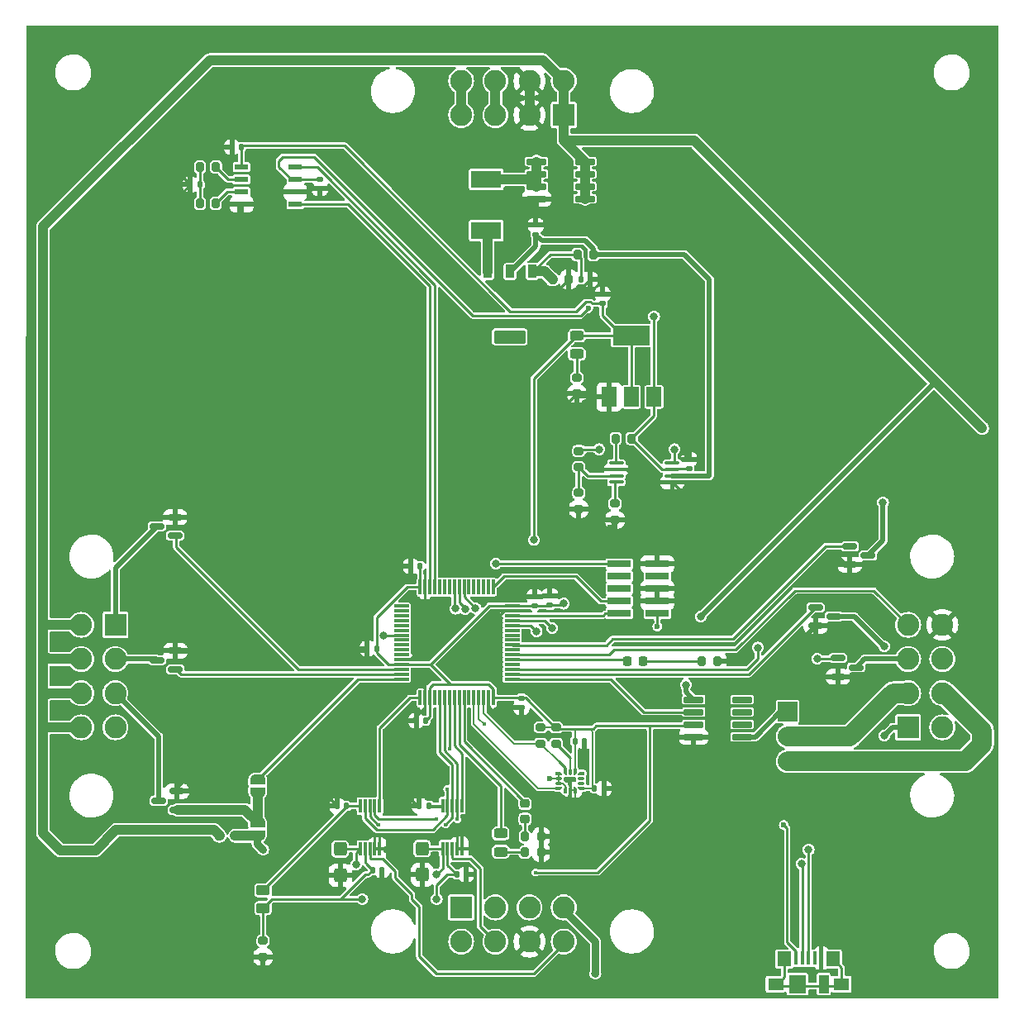
<source format=gtl>
G04 #@! TF.GenerationSoftware,KiCad,Pcbnew,(6.0.5)*
G04 #@! TF.CreationDate,2022-10-08T14:47:34-04:00*
G04 #@! TF.ProjectId,Lights_Board,4c696768-7473-45f4-926f-6172642e6b69,rev?*
G04 #@! TF.SameCoordinates,Original*
G04 #@! TF.FileFunction,Copper,L1,Top*
G04 #@! TF.FilePolarity,Positive*
%FSLAX46Y46*%
G04 Gerber Fmt 4.6, Leading zero omitted, Abs format (unit mm)*
G04 Created by KiCad (PCBNEW (6.0.5)) date 2022-10-08 14:47:34*
%MOMM*%
%LPD*%
G01*
G04 APERTURE LIST*
G04 Aperture macros list*
%AMRoundRect*
0 Rectangle with rounded corners*
0 $1 Rounding radius*
0 $2 $3 $4 $5 $6 $7 $8 $9 X,Y pos of 4 corners*
0 Add a 4 corners polygon primitive as box body*
4,1,4,$2,$3,$4,$5,$6,$7,$8,$9,$2,$3,0*
0 Add four circle primitives for the rounded corners*
1,1,$1+$1,$2,$3*
1,1,$1+$1,$4,$5*
1,1,$1+$1,$6,$7*
1,1,$1+$1,$8,$9*
0 Add four rect primitives between the rounded corners*
20,1,$1+$1,$2,$3,$4,$5,0*
20,1,$1+$1,$4,$5,$6,$7,0*
20,1,$1+$1,$6,$7,$8,$9,0*
20,1,$1+$1,$8,$9,$2,$3,0*%
%AMFreePoly0*
4,1,22,0.500000,-0.750000,0.000000,-0.750000,0.000000,-0.745033,-0.079941,-0.743568,-0.215256,-0.701293,-0.333266,-0.622738,-0.424486,-0.514219,-0.481581,-0.384460,-0.499164,-0.250000,-0.500000,-0.250000,-0.500000,0.250000,-0.499164,0.250000,-0.499963,0.256109,-0.478152,0.396186,-0.417904,0.524511,-0.324060,0.630769,-0.204165,0.706417,-0.067858,0.745374,0.000000,0.744959,0.000000,0.750000,
0.500000,0.750000,0.500000,-0.750000,0.500000,-0.750000,$1*%
%AMFreePoly1*
4,1,20,0.000000,0.744959,0.073905,0.744508,0.209726,0.703889,0.328688,0.626782,0.421226,0.519385,0.479903,0.390333,0.500000,0.250000,0.500000,-0.250000,0.499851,-0.262216,0.476331,-0.402017,0.414519,-0.529596,0.319384,-0.634700,0.198574,-0.708877,0.061801,-0.746166,0.000000,-0.745033,0.000000,-0.750000,-0.500000,-0.750000,-0.500000,0.750000,0.000000,0.750000,0.000000,0.744959,
0.000000,0.744959,$1*%
%AMFreePoly2*
4,1,48,0.036020,0.199191,0.037970,0.199714,0.040958,0.198321,0.057086,0.195477,0.069630,0.184951,0.084467,0.178033,0.290533,-0.028033,0.293203,-0.031847,0.294953,-0.032857,0.296081,-0.035957,0.305473,-0.049370,0.306900,-0.065680,0.312500,-0.081066,0.312500,-0.125000,0.310782,-0.134742,0.311361,-0.138024,0.309695,-0.140910,0.307977,-0.150652,0.295451,-0.165579,0.285709,-0.182453,
0.279350,-0.184767,0.275000,-0.189952,0.255809,-0.193336,0.237500,-0.200000,-0.237500,-0.200000,-0.247242,-0.198282,-0.250524,-0.198861,-0.253410,-0.197195,-0.263152,-0.195477,-0.278079,-0.182951,-0.294953,-0.173209,-0.297267,-0.166850,-0.302452,-0.162500,-0.305836,-0.143309,-0.312500,-0.125000,-0.312500,0.125000,-0.310782,0.134742,-0.311361,0.138024,-0.309695,0.140910,-0.307977,0.150652,
-0.295451,0.165579,-0.285709,0.182453,-0.279350,0.184767,-0.275000,0.189952,-0.255809,0.193336,-0.237500,0.200000,0.031434,0.200000,0.036020,0.199191,0.036020,0.199191,$1*%
%AMFreePoly3*
4,1,48,0.247242,0.198282,0.250524,0.198861,0.253410,0.197195,0.263152,0.195477,0.278079,0.182951,0.294953,0.173209,0.297267,0.166850,0.302452,0.162500,0.305836,0.143309,0.312500,0.125000,0.312500,0.081066,0.311691,0.076480,0.312214,0.074529,0.310820,0.071540,0.307977,0.055414,0.297452,0.042871,0.290533,0.028033,0.084467,-0.178033,0.080653,-0.180703,0.079643,-0.182453,
0.076543,-0.183581,0.063130,-0.192973,0.046819,-0.194400,0.031434,-0.200000,-0.237500,-0.200000,-0.247242,-0.198282,-0.250524,-0.198861,-0.253410,-0.197195,-0.263152,-0.195477,-0.278079,-0.182951,-0.294953,-0.173209,-0.297267,-0.166850,-0.302452,-0.162500,-0.305836,-0.143309,-0.312500,-0.125000,-0.312500,0.125000,-0.310782,0.134742,-0.311361,0.138024,-0.309695,0.140910,-0.307977,0.150652,
-0.295451,0.165579,-0.285709,0.182453,-0.279350,0.184767,-0.275000,0.189952,-0.255809,0.193336,-0.237500,0.200000,0.237500,0.200000,0.247242,0.198282,0.247242,0.198282,$1*%
%AMFreePoly4*
4,1,48,0.134742,0.310782,0.138024,0.311361,0.140910,0.309695,0.150652,0.307977,0.165579,0.295451,0.182453,0.285709,0.184767,0.279350,0.189952,0.275000,0.193336,0.255809,0.200000,0.237500,0.200000,-0.237500,0.198282,-0.247242,0.198861,-0.250524,0.197195,-0.253410,0.195477,-0.263152,0.182951,-0.278079,0.173209,-0.294953,0.166850,-0.297267,0.162500,-0.302452,0.143309,-0.305836,
0.125000,-0.312500,-0.125000,-0.312500,-0.134742,-0.310782,-0.138024,-0.311361,-0.140910,-0.309695,-0.150652,-0.307977,-0.165579,-0.295451,-0.182453,-0.285709,-0.184767,-0.279350,-0.189952,-0.275000,-0.193336,-0.255809,-0.200000,-0.237500,-0.200000,0.031434,-0.199191,0.036020,-0.199714,0.037970,-0.198321,0.040958,-0.195477,0.057086,-0.184951,0.069630,-0.178033,0.084467,0.028033,0.290533,
0.031847,0.293203,0.032857,0.294953,0.035957,0.296081,0.049370,0.305473,0.065680,0.306900,0.081066,0.312500,0.125000,0.312500,0.134742,0.310782,0.134742,0.310782,$1*%
%AMFreePoly5*
4,1,48,-0.076480,0.311691,-0.074530,0.312214,-0.071542,0.310821,-0.055414,0.307977,-0.042870,0.297451,-0.028033,0.290533,0.178033,0.084467,0.180703,0.080653,0.182453,0.079643,0.183581,0.076543,0.192973,0.063130,0.194400,0.046820,0.200000,0.031434,0.200000,-0.237500,0.198282,-0.247242,0.198861,-0.250524,0.197195,-0.253410,0.195477,-0.263152,0.182951,-0.278079,0.173209,-0.294953,
0.166850,-0.297267,0.162500,-0.302452,0.143309,-0.305836,0.125000,-0.312500,-0.125000,-0.312500,-0.134742,-0.310782,-0.138024,-0.311361,-0.140910,-0.309695,-0.150652,-0.307977,-0.165579,-0.295451,-0.182453,-0.285709,-0.184767,-0.279350,-0.189952,-0.275000,-0.193336,-0.255809,-0.200000,-0.237500,-0.200000,0.237500,-0.198282,0.247242,-0.198861,0.250524,-0.197195,0.253410,-0.195477,0.263152,
-0.182951,0.278079,-0.173209,0.294953,-0.166850,0.297267,-0.162500,0.302452,-0.143309,0.305836,-0.125000,0.312500,-0.081066,0.312500,-0.076480,0.311691,-0.076480,0.311691,$1*%
%AMFreePoly6*
4,1,48,0.247242,0.198282,0.250524,0.198861,0.253410,0.197195,0.263152,0.195477,0.278079,0.182951,0.294953,0.173209,0.297267,0.166850,0.302452,0.162500,0.305836,0.143309,0.312500,0.125000,0.312500,-0.125000,0.310782,-0.134742,0.311361,-0.138024,0.309695,-0.140910,0.307977,-0.150652,0.295451,-0.165579,0.285709,-0.182453,0.279350,-0.184767,0.275000,-0.189952,0.255809,-0.193336,
0.237500,-0.200000,-0.031434,-0.200000,-0.036020,-0.199191,-0.037971,-0.199714,-0.040960,-0.198320,-0.057086,-0.195477,-0.069629,-0.184952,-0.084467,-0.178033,-0.290533,0.028033,-0.293203,0.031847,-0.294953,0.032857,-0.296081,0.035957,-0.305473,0.049370,-0.306900,0.065681,-0.312500,0.081066,-0.312500,0.125000,-0.310782,0.134742,-0.311361,0.138024,-0.309695,0.140910,-0.307977,0.150652,
-0.295451,0.165579,-0.285709,0.182453,-0.279350,0.184767,-0.275000,0.189952,-0.255809,0.193336,-0.237500,0.200000,0.237500,0.200000,0.247242,0.198282,0.247242,0.198282,$1*%
%AMFreePoly7*
4,1,48,0.247242,0.198282,0.250524,0.198861,0.253410,0.197195,0.263152,0.195477,0.278079,0.182951,0.294953,0.173209,0.297267,0.166850,0.302452,0.162500,0.305836,0.143309,0.312500,0.125000,0.312500,-0.125000,0.310782,-0.134742,0.311361,-0.138024,0.309695,-0.140910,0.307977,-0.150652,0.295451,-0.165579,0.285709,-0.182453,0.279350,-0.184767,0.275000,-0.189952,0.255809,-0.193336,
0.237500,-0.200000,-0.237500,-0.200000,-0.247242,-0.198282,-0.250524,-0.198861,-0.253410,-0.197195,-0.263152,-0.195477,-0.278079,-0.182951,-0.294953,-0.173209,-0.297267,-0.166850,-0.302452,-0.162500,-0.305836,-0.143309,-0.312500,-0.125000,-0.312500,-0.081066,-0.311691,-0.076480,-0.312214,-0.074530,-0.310821,-0.071542,-0.307977,-0.055414,-0.297451,-0.042870,-0.290533,-0.028033,-0.084467,0.178033,
-0.080653,0.180703,-0.079643,0.182453,-0.076543,0.183581,-0.063130,0.192973,-0.046820,0.194400,-0.031434,0.200000,0.237500,0.200000,0.247242,0.198282,0.247242,0.198282,$1*%
%AMFreePoly8*
4,1,48,0.134742,0.310782,0.138024,0.311361,0.140910,0.309695,0.150652,0.307977,0.165579,0.295451,0.182453,0.285709,0.184767,0.279350,0.189952,0.275000,0.193336,0.255809,0.200000,0.237500,0.200000,-0.031434,0.199191,-0.036020,0.199714,-0.037971,0.198320,-0.040960,0.195477,-0.057086,0.184952,-0.069629,0.178033,-0.084467,-0.028033,-0.290533,-0.031847,-0.293203,-0.032857,-0.294953,
-0.035957,-0.296081,-0.049370,-0.305473,-0.065681,-0.306900,-0.081066,-0.312500,-0.125000,-0.312500,-0.134742,-0.310782,-0.138024,-0.311361,-0.140910,-0.309695,-0.150652,-0.307977,-0.165579,-0.295451,-0.182453,-0.285709,-0.184767,-0.279350,-0.189952,-0.275000,-0.193336,-0.255809,-0.200000,-0.237500,-0.200000,0.237500,-0.198282,0.247242,-0.198861,0.250524,-0.197195,0.253410,-0.195477,0.263152,
-0.182951,0.278079,-0.173209,0.294953,-0.166850,0.297267,-0.162500,0.302452,-0.143309,0.305836,-0.125000,0.312500,0.125000,0.312500,0.134742,0.310782,0.134742,0.310782,$1*%
%AMFreePoly9*
4,1,48,0.134742,0.310782,0.138024,0.311361,0.140910,0.309695,0.150652,0.307977,0.165579,0.295451,0.182453,0.285709,0.184767,0.279350,0.189952,0.275000,0.193336,0.255809,0.200000,0.237500,0.200000,-0.237500,0.198282,-0.247242,0.198861,-0.250524,0.197195,-0.253410,0.195477,-0.263152,0.182951,-0.278079,0.173209,-0.294953,0.166850,-0.297267,0.162500,-0.302452,0.143309,-0.305836,
0.125000,-0.312500,0.081066,-0.312500,0.076480,-0.311691,0.074529,-0.312214,0.071540,-0.310820,0.055414,-0.307977,0.042871,-0.297452,0.028033,-0.290533,-0.178033,-0.084467,-0.180703,-0.080653,-0.182453,-0.079643,-0.183581,-0.076543,-0.192973,-0.063130,-0.194400,-0.046819,-0.200000,-0.031434,-0.200000,0.237500,-0.198282,0.247242,-0.198861,0.250524,-0.197195,0.253410,-0.195477,0.263152,
-0.182951,0.278079,-0.173209,0.294953,-0.166850,0.297267,-0.162500,0.302452,-0.143309,0.305836,-0.125000,0.312500,0.125000,0.312500,0.134742,0.310782,0.134742,0.310782,$1*%
G04 Aperture macros list end*
G04 #@! TA.AperFunction,SMDPad,CuDef*
%ADD10RoundRect,0.042000X-0.943000X-0.258000X0.943000X-0.258000X0.943000X0.258000X-0.943000X0.258000X0*%
G04 #@! TD*
G04 #@! TA.AperFunction,ComponentPad*
%ADD11R,1.995000X1.995000*%
G04 #@! TD*
G04 #@! TA.AperFunction,ComponentPad*
%ADD12C,1.995000*%
G04 #@! TD*
G04 #@! TA.AperFunction,ComponentPad*
%ADD13C,2.250000*%
G04 #@! TD*
G04 #@! TA.AperFunction,ComponentPad*
%ADD14R,2.250000X2.250000*%
G04 #@! TD*
G04 #@! TA.AperFunction,SMDPad,CuDef*
%ADD15RoundRect,0.150000X-0.587500X-0.150000X0.587500X-0.150000X0.587500X0.150000X-0.587500X0.150000X0*%
G04 #@! TD*
G04 #@! TA.AperFunction,SMDPad,CuDef*
%ADD16RoundRect,0.140000X0.140000X0.170000X-0.140000X0.170000X-0.140000X-0.170000X0.140000X-0.170000X0*%
G04 #@! TD*
G04 #@! TA.AperFunction,SMDPad,CuDef*
%ADD17RoundRect,0.140000X-0.140000X-0.170000X0.140000X-0.170000X0.140000X0.170000X-0.140000X0.170000X0*%
G04 #@! TD*
G04 #@! TA.AperFunction,SMDPad,CuDef*
%ADD18RoundRect,0.140000X0.170000X-0.140000X0.170000X0.140000X-0.170000X0.140000X-0.170000X-0.140000X0*%
G04 #@! TD*
G04 #@! TA.AperFunction,SMDPad,CuDef*
%ADD19RoundRect,0.243750X0.456250X-0.243750X0.456250X0.243750X-0.456250X0.243750X-0.456250X-0.243750X0*%
G04 #@! TD*
G04 #@! TA.AperFunction,SMDPad,CuDef*
%ADD20RoundRect,0.218750X0.256250X-0.218750X0.256250X0.218750X-0.256250X0.218750X-0.256250X-0.218750X0*%
G04 #@! TD*
G04 #@! TA.AperFunction,SMDPad,CuDef*
%ADD21RoundRect,0.218750X0.218750X0.256250X-0.218750X0.256250X-0.218750X-0.256250X0.218750X-0.256250X0*%
G04 #@! TD*
G04 #@! TA.AperFunction,SMDPad,CuDef*
%ADD22R,2.400000X0.740000*%
G04 #@! TD*
G04 #@! TA.AperFunction,SMDPad,CuDef*
%ADD23R,0.450000X1.380000*%
G04 #@! TD*
G04 #@! TA.AperFunction,SMDPad,CuDef*
%ADD24R,1.000000X1.900000*%
G04 #@! TD*
G04 #@! TA.AperFunction,SMDPad,CuDef*
%ADD25R,1.425000X1.550000*%
G04 #@! TD*
G04 #@! TA.AperFunction,SMDPad,CuDef*
%ADD26R,1.650000X1.300000*%
G04 #@! TD*
G04 #@! TA.AperFunction,SMDPad,CuDef*
%ADD27R,1.800000X1.900000*%
G04 #@! TD*
G04 #@! TA.AperFunction,SMDPad,CuDef*
%ADD28RoundRect,0.200000X0.200000X0.275000X-0.200000X0.275000X-0.200000X-0.275000X0.200000X-0.275000X0*%
G04 #@! TD*
G04 #@! TA.AperFunction,SMDPad,CuDef*
%ADD29RoundRect,0.200000X-0.200000X-0.275000X0.200000X-0.275000X0.200000X0.275000X-0.200000X0.275000X0*%
G04 #@! TD*
G04 #@! TA.AperFunction,SMDPad,CuDef*
%ADD30RoundRect,0.200000X-0.275000X0.200000X-0.275000X-0.200000X0.275000X-0.200000X0.275000X0.200000X0*%
G04 #@! TD*
G04 #@! TA.AperFunction,SMDPad,CuDef*
%ADD31RoundRect,0.075000X-0.700000X-0.075000X0.700000X-0.075000X0.700000X0.075000X-0.700000X0.075000X0*%
G04 #@! TD*
G04 #@! TA.AperFunction,SMDPad,CuDef*
%ADD32RoundRect,0.075000X-0.075000X-0.700000X0.075000X-0.700000X0.075000X0.700000X-0.075000X0.700000X0*%
G04 #@! TD*
G04 #@! TA.AperFunction,SMDPad,CuDef*
%ADD33R,1.500000X2.000000*%
G04 #@! TD*
G04 #@! TA.AperFunction,SMDPad,CuDef*
%ADD34R,3.800000X2.000000*%
G04 #@! TD*
G04 #@! TA.AperFunction,SMDPad,CuDef*
%ADD35RoundRect,0.100000X-0.637500X-0.100000X0.637500X-0.100000X0.637500X0.100000X-0.637500X0.100000X0*%
G04 #@! TD*
G04 #@! TA.AperFunction,SMDPad,CuDef*
%ADD36R,1.400000X0.600000*%
G04 #@! TD*
G04 #@! TA.AperFunction,SMDPad,CuDef*
%ADD37FreePoly0,90.000000*%
G04 #@! TD*
G04 #@! TA.AperFunction,SMDPad,CuDef*
%ADD38FreePoly1,90.000000*%
G04 #@! TD*
G04 #@! TA.AperFunction,SMDPad,CuDef*
%ADD39FreePoly0,270.000000*%
G04 #@! TD*
G04 #@! TA.AperFunction,SMDPad,CuDef*
%ADD40FreePoly1,270.000000*%
G04 #@! TD*
G04 #@! TA.AperFunction,SMDPad,CuDef*
%ADD41RoundRect,0.140000X-0.170000X0.140000X-0.170000X-0.140000X0.170000X-0.140000X0.170000X0.140000X0*%
G04 #@! TD*
G04 #@! TA.AperFunction,SMDPad,CuDef*
%ADD42RoundRect,0.150000X0.587500X0.150000X-0.587500X0.150000X-0.587500X-0.150000X0.587500X-0.150000X0*%
G04 #@! TD*
G04 #@! TA.AperFunction,SMDPad,CuDef*
%ADD43RoundRect,0.093000X0.372000X0.562000X-0.372000X0.562000X-0.372000X-0.562000X0.372000X-0.562000X0*%
G04 #@! TD*
G04 #@! TA.AperFunction,SMDPad,CuDef*
%ADD44RoundRect,0.131000X1.489000X0.524000X-1.489000X0.524000X-1.489000X-0.524000X1.489000X-0.524000X0*%
G04 #@! TD*
G04 #@! TA.AperFunction,SMDPad,CuDef*
%ADD45RoundRect,0.250000X-0.425000X0.450000X-0.425000X-0.450000X0.425000X-0.450000X0.425000X0.450000X0*%
G04 #@! TD*
G04 #@! TA.AperFunction,SMDPad,CuDef*
%ADD46R,0.300000X1.400000*%
G04 #@! TD*
G04 #@! TA.AperFunction,SMDPad,CuDef*
%ADD47R,3.150000X1.780000*%
G04 #@! TD*
G04 #@! TA.AperFunction,SMDPad,CuDef*
%ADD48RoundRect,0.250000X-0.450000X0.262500X-0.450000X-0.262500X0.450000X-0.262500X0.450000X0.262500X0*%
G04 #@! TD*
G04 #@! TA.AperFunction,SMDPad,CuDef*
%ADD49FreePoly2,0.000000*%
G04 #@! TD*
G04 #@! TA.AperFunction,SMDPad,CuDef*
%ADD50RoundRect,0.100000X-0.212500X-0.100000X0.212500X-0.100000X0.212500X0.100000X-0.212500X0.100000X0*%
G04 #@! TD*
G04 #@! TA.AperFunction,SMDPad,CuDef*
%ADD51FreePoly3,0.000000*%
G04 #@! TD*
G04 #@! TA.AperFunction,SMDPad,CuDef*
%ADD52FreePoly4,0.000000*%
G04 #@! TD*
G04 #@! TA.AperFunction,SMDPad,CuDef*
%ADD53RoundRect,0.100000X-0.100000X-0.212500X0.100000X-0.212500X0.100000X0.212500X-0.100000X0.212500X0*%
G04 #@! TD*
G04 #@! TA.AperFunction,SMDPad,CuDef*
%ADD54FreePoly5,0.000000*%
G04 #@! TD*
G04 #@! TA.AperFunction,SMDPad,CuDef*
%ADD55FreePoly6,0.000000*%
G04 #@! TD*
G04 #@! TA.AperFunction,SMDPad,CuDef*
%ADD56FreePoly7,0.000000*%
G04 #@! TD*
G04 #@! TA.AperFunction,SMDPad,CuDef*
%ADD57FreePoly8,0.000000*%
G04 #@! TD*
G04 #@! TA.AperFunction,SMDPad,CuDef*
%ADD58FreePoly9,0.000000*%
G04 #@! TD*
G04 #@! TA.AperFunction,ViaPad*
%ADD59C,0.800000*%
G04 #@! TD*
G04 #@! TA.AperFunction,ViaPad*
%ADD60C,1.000000*%
G04 #@! TD*
G04 #@! TA.AperFunction,ViaPad*
%ADD61C,0.600000*%
G04 #@! TD*
G04 #@! TA.AperFunction,ViaPad*
%ADD62C,0.400000*%
G04 #@! TD*
G04 #@! TA.AperFunction,Conductor*
%ADD63C,0.250000*%
G04 #@! TD*
G04 #@! TA.AperFunction,Conductor*
%ADD64C,1.000000*%
G04 #@! TD*
G04 #@! TA.AperFunction,Conductor*
%ADD65C,0.750000*%
G04 #@! TD*
G04 #@! TA.AperFunction,Conductor*
%ADD66C,2.000000*%
G04 #@! TD*
G04 #@! TA.AperFunction,Conductor*
%ADD67C,0.500000*%
G04 #@! TD*
G04 #@! TA.AperFunction,Conductor*
%ADD68C,0.200000*%
G04 #@! TD*
G04 APERTURE END LIST*
D10*
X168572500Y-119253000D03*
X168572500Y-120523000D03*
X168572500Y-121793000D03*
X168572500Y-123063000D03*
X173522500Y-123063000D03*
X173522500Y-121793000D03*
X173522500Y-120523000D03*
X173522500Y-119253000D03*
D11*
X178181000Y-120479500D03*
D12*
X178181000Y-123019500D03*
X178181000Y-125559500D03*
D10*
X152465000Y-64135000D03*
X152465000Y-65405000D03*
X152465000Y-66675000D03*
X152465000Y-67945000D03*
X157415000Y-67945000D03*
X157415000Y-66675000D03*
X157415000Y-65405000D03*
X157415000Y-64135000D03*
D13*
X194040000Y-111590000D03*
X194040000Y-115090000D03*
X194040000Y-118590000D03*
X194040000Y-122090000D03*
X190540000Y-111590000D03*
X190540000Y-115090000D03*
X190540000Y-118590000D03*
D14*
X190540000Y-122090000D03*
X109322500Y-111590000D03*
D13*
X109322500Y-115090000D03*
X109322500Y-118590000D03*
X109322500Y-122090000D03*
X105822500Y-111590000D03*
X105822500Y-115090000D03*
X105822500Y-118590000D03*
X105822500Y-122090000D03*
X155250000Y-144040000D03*
X151750000Y-144040000D03*
X148250000Y-144040000D03*
X144750000Y-144040000D03*
X155250000Y-140540000D03*
X151750000Y-140540000D03*
X148250000Y-140540000D03*
D14*
X144750000Y-140540000D03*
X155250000Y-59362500D03*
D13*
X151750000Y-59362500D03*
X148250000Y-59362500D03*
X144750000Y-59362500D03*
X155250000Y-55862500D03*
X151750000Y-55862500D03*
X148250000Y-55862500D03*
X144750000Y-55862500D03*
D15*
X183339500Y-115001000D03*
X183339500Y-116901000D03*
X185214500Y-115951000D03*
D16*
X117980000Y-66500000D03*
X117020000Y-66500000D03*
D17*
X157000000Y-76200000D03*
X157960000Y-76200000D03*
D18*
X152400000Y-71600000D03*
X152400000Y-70640000D03*
X168100000Y-95580000D03*
X168100000Y-94620000D03*
X159250000Y-78680000D03*
X159250000Y-77720000D03*
D19*
X148800000Y-134837500D03*
X148800000Y-132962500D03*
D20*
X151300000Y-131487500D03*
X151300000Y-129912500D03*
D19*
X156600000Y-83837500D03*
X156600000Y-81962500D03*
D21*
X163347500Y-115300000D03*
X161772500Y-115300000D03*
D22*
X164850000Y-110440000D03*
X160950000Y-110440000D03*
X164850000Y-109170000D03*
X160950000Y-109170000D03*
X164850000Y-107900000D03*
X160950000Y-107900000D03*
X164850000Y-106630000D03*
X160950000Y-106630000D03*
X164850000Y-105360000D03*
X160950000Y-105360000D03*
D23*
X179040000Y-145740000D03*
X179690000Y-145740000D03*
X180340000Y-145740000D03*
X180990000Y-145740000D03*
X181640000Y-145740000D03*
D24*
X181890000Y-148400000D03*
D25*
X177852500Y-145825000D03*
D26*
X176965000Y-148400000D03*
X183715000Y-148400000D03*
D25*
X182827500Y-145825000D03*
D27*
X179190000Y-148400000D03*
D28*
X152925000Y-133300000D03*
X151275000Y-133300000D03*
D29*
X160575000Y-92500000D03*
X162225000Y-92500000D03*
D30*
X156800000Y-93775000D03*
X156800000Y-95425000D03*
D28*
X119637500Y-64700000D03*
X117987500Y-64700000D03*
X119625000Y-68400000D03*
X117975000Y-68400000D03*
D30*
X156800000Y-98075000D03*
X156800000Y-99725000D03*
X160500000Y-99175000D03*
X160500000Y-100825000D03*
X156600000Y-86275000D03*
X156600000Y-87925000D03*
D31*
X138625000Y-109650000D03*
X138625000Y-110150000D03*
X138625000Y-110650000D03*
X138625000Y-111150000D03*
X138625000Y-111650000D03*
X138625000Y-112150000D03*
X138625000Y-112650000D03*
X138625000Y-113150000D03*
X138625000Y-113650000D03*
X138625000Y-114150000D03*
X138625000Y-114650000D03*
X138625000Y-115150000D03*
X138625000Y-115650000D03*
X138625000Y-116150000D03*
X138625000Y-116650000D03*
X138625000Y-117150000D03*
D32*
X140550000Y-119075000D03*
X141050000Y-119075000D03*
X141550000Y-119075000D03*
X142050000Y-119075000D03*
X142550000Y-119075000D03*
X143050000Y-119075000D03*
X143550000Y-119075000D03*
X144050000Y-119075000D03*
X144550000Y-119075000D03*
X145050000Y-119075000D03*
X145550000Y-119075000D03*
X146050000Y-119075000D03*
X146550000Y-119075000D03*
X147050000Y-119075000D03*
X147550000Y-119075000D03*
X148050000Y-119075000D03*
D31*
X149975000Y-117150000D03*
X149975000Y-116650000D03*
X149975000Y-116150000D03*
X149975000Y-115650000D03*
X149975000Y-115150000D03*
X149975000Y-114650000D03*
X149975000Y-114150000D03*
X149975000Y-113650000D03*
X149975000Y-113150000D03*
X149975000Y-112650000D03*
X149975000Y-112150000D03*
X149975000Y-111650000D03*
X149975000Y-111150000D03*
X149975000Y-110650000D03*
X149975000Y-110150000D03*
X149975000Y-109650000D03*
D32*
X148050000Y-107725000D03*
X147550000Y-107725000D03*
X147050000Y-107725000D03*
X146550000Y-107725000D03*
X146050000Y-107725000D03*
X145550000Y-107725000D03*
X145050000Y-107725000D03*
X144550000Y-107725000D03*
X144050000Y-107725000D03*
X143550000Y-107725000D03*
X143050000Y-107725000D03*
X142550000Y-107725000D03*
X142050000Y-107725000D03*
X141550000Y-107725000D03*
X141050000Y-107725000D03*
X140550000Y-107725000D03*
D33*
X159900000Y-88250000D03*
X162200000Y-88250000D03*
D34*
X162200000Y-81950000D03*
D33*
X164500000Y-88250000D03*
D35*
X160637500Y-95025000D03*
X160637500Y-95675000D03*
X160637500Y-96325000D03*
X160637500Y-96975000D03*
X166362500Y-96975000D03*
X166362500Y-96325000D03*
X166362500Y-95675000D03*
X166362500Y-95025000D03*
D36*
X127750000Y-68505000D03*
X127750000Y-67235000D03*
X127750000Y-65965000D03*
X127750000Y-64695000D03*
X122250000Y-64695000D03*
X122250000Y-65965000D03*
X122250000Y-67235000D03*
X122250000Y-68505000D03*
D28*
X152925000Y-134900000D03*
X151275000Y-134900000D03*
D37*
X123900000Y-128750000D03*
D38*
X123900000Y-127450000D03*
D39*
X123900000Y-131850000D03*
D40*
X123900000Y-133150000D03*
D28*
X121625000Y-133200000D03*
X119975000Y-133200000D03*
D16*
X122215000Y-62640000D03*
X121255000Y-62640000D03*
D18*
X152260000Y-109640000D03*
X152260000Y-108680000D03*
X153850000Y-109565000D03*
X153850000Y-108605000D03*
D41*
X150920000Y-119085000D03*
X150920000Y-120045000D03*
D16*
X140545000Y-105560000D03*
X139585000Y-105560000D03*
X136085000Y-114010000D03*
X135125000Y-114010000D03*
X141095000Y-121400000D03*
X140135000Y-121400000D03*
D42*
X115437500Y-102450000D03*
X115437500Y-100550000D03*
X113562500Y-101500000D03*
X115487500Y-116150000D03*
X115487500Y-114250000D03*
X113612500Y-115200000D03*
X115637500Y-130550000D03*
X115637500Y-128650000D03*
X113762500Y-129600000D03*
D15*
X184562500Y-103550000D03*
X184562500Y-105450000D03*
X186437500Y-104500000D03*
X182928500Y-110744000D03*
X181053500Y-111694000D03*
X181053500Y-109794000D03*
D41*
X130270000Y-65965000D03*
X130270000Y-66925000D03*
D43*
X152023000Y-75395000D03*
X149733000Y-75395000D03*
X147443000Y-75395000D03*
D44*
X149733000Y-82085000D03*
D45*
X140750000Y-134500000D03*
X140750000Y-137200000D03*
D46*
X134400000Y-134550000D03*
X134900000Y-134550000D03*
X135400000Y-134550000D03*
X135900000Y-134550000D03*
X136400000Y-134550000D03*
X136400000Y-130150000D03*
X135900000Y-130150000D03*
X135400000Y-130150000D03*
X134900000Y-130150000D03*
X134400000Y-130150000D03*
D16*
X157385000Y-123500000D03*
X156425000Y-123500000D03*
D28*
X171005000Y-115300000D03*
X169355000Y-115300000D03*
D30*
X154475000Y-122100000D03*
X154475000Y-123750000D03*
X124460000Y-143955000D03*
X124460000Y-145605000D03*
D47*
X147320000Y-65965000D03*
X147320000Y-71195000D03*
D17*
X158415000Y-128350000D03*
X159375000Y-128350000D03*
D48*
X124460000Y-138787500D03*
X124460000Y-140612500D03*
D29*
X156655000Y-73660000D03*
X158305000Y-73660000D03*
D30*
X152900000Y-122100000D03*
X152900000Y-123750000D03*
D45*
X132350000Y-134550000D03*
X132350000Y-137250000D03*
D46*
X142850000Y-134500000D03*
X143350000Y-134500000D03*
X143850000Y-134500000D03*
X144350000Y-134500000D03*
X144850000Y-134500000D03*
X144850000Y-130100000D03*
X144350000Y-130100000D03*
X143850000Y-130100000D03*
X143350000Y-130100000D03*
X142850000Y-130100000D03*
D49*
X154737500Y-126825000D03*
D50*
X154737500Y-127325000D03*
X154737500Y-127825000D03*
D51*
X154737500Y-128325000D03*
D52*
X155400000Y-128487500D03*
D53*
X155900000Y-128487500D03*
D54*
X156400000Y-128487500D03*
D55*
X157062500Y-128325000D03*
D50*
X157062500Y-127825000D03*
X157062500Y-127325000D03*
D56*
X157062500Y-126825000D03*
D57*
X156400000Y-126662500D03*
D53*
X155900000Y-126662500D03*
D58*
X155400000Y-126662500D03*
D17*
X132050000Y-130150000D03*
X133010000Y-130150000D03*
D16*
X145260000Y-137160000D03*
X144300000Y-137160000D03*
D17*
X140470000Y-130100000D03*
X141430000Y-130100000D03*
D16*
X136640000Y-136700000D03*
X135680000Y-136700000D03*
D28*
X155765000Y-76200000D03*
X154115000Y-76200000D03*
D59*
X181229000Y-115062000D03*
X175133000Y-113919000D03*
X181229000Y-116459000D03*
X158496000Y-147344980D03*
X169291000Y-110744000D03*
X167767000Y-117729000D03*
X165608000Y-124333000D03*
X165608000Y-123063000D03*
X170307000Y-124841000D03*
X169164000Y-124841000D03*
X167894000Y-124841000D03*
X179832000Y-112903000D03*
X188078102Y-113792000D03*
X188087000Y-122936000D03*
X173609000Y-115316000D03*
D60*
X198120000Y-91440000D03*
D59*
X183540000Y-144000000D03*
X144907000Y-138430000D03*
X148210000Y-112390000D03*
X129540000Y-129540000D03*
X116300000Y-64850000D03*
X129360500Y-66689500D03*
X154525500Y-134620000D03*
X150230000Y-108190000D03*
D61*
X116840000Y-114300000D03*
D62*
X157375000Y-123500000D03*
D59*
X157325000Y-124800000D03*
D61*
X167640000Y-93980000D03*
D59*
X181540000Y-143000000D03*
D61*
X162560000Y-96520000D03*
D62*
X139700000Y-121400000D03*
D59*
X154940000Y-88900000D03*
X154940000Y-71120000D03*
D61*
X137160000Y-119380000D03*
X139150000Y-118150000D03*
D59*
X154940000Y-129540000D03*
D61*
X148200000Y-113500000D03*
X116840000Y-127000000D03*
D59*
X183540000Y-143000000D03*
X129540000Y-137160000D03*
X137160000Y-138160000D03*
X116320000Y-68100000D03*
X167640000Y-109220000D03*
X140380000Y-110570000D03*
X160020000Y-76200000D03*
X154940000Y-78740000D03*
X139700000Y-106680000D03*
D61*
X149400000Y-120950000D03*
X157480000Y-101600000D03*
D59*
X121920000Y-71120000D03*
X140390000Y-111610000D03*
X140370000Y-114160000D03*
D62*
X150925000Y-120075000D03*
D59*
X167640000Y-99060000D03*
X148220000Y-111370000D03*
X162560000Y-76200000D03*
X157480000Y-88900000D03*
X182540000Y-143000000D03*
X160020000Y-127000000D03*
X139192000Y-129032000D03*
X137160000Y-134620000D03*
X138700000Y-137160000D03*
X149860000Y-68580000D03*
X115430000Y-66490000D03*
D61*
X116840000Y-100600000D03*
D59*
X124460000Y-147320000D03*
X182753000Y-104648000D03*
D61*
X132080000Y-114300000D03*
D59*
X167640000Y-104140000D03*
X146685000Y-134493000D03*
D61*
X160020000Y-101600000D03*
D59*
X140380000Y-112900000D03*
D61*
X157749999Y-79149999D03*
D59*
X164510000Y-80010000D03*
D61*
X162193750Y-92493750D03*
D59*
X133980000Y-136160000D03*
X142240000Y-137160000D03*
D61*
X164850000Y-111760000D03*
D59*
X155270000Y-109420000D03*
D62*
X152350000Y-136950000D03*
D61*
X153775000Y-127325000D03*
D62*
X141450000Y-130100000D03*
X133000000Y-130150000D03*
D59*
X152200000Y-102900000D03*
D62*
X154475000Y-122100000D03*
D59*
X148300000Y-105300000D03*
X136829998Y-112650000D03*
X154086622Y-111918056D03*
X180340000Y-134620000D03*
X179615500Y-136057647D03*
X152480000Y-112240000D03*
D61*
X177800000Y-132080000D03*
D59*
X166600000Y-93600000D03*
X158890000Y-93610000D03*
D61*
X119600000Y-64700000D03*
X119601250Y-68386250D03*
D59*
X144162522Y-109937819D03*
X145162297Y-109960050D03*
X146230000Y-109910000D03*
X187960000Y-99060000D03*
X134620000Y-139700000D03*
X142240000Y-139700000D03*
X124460000Y-134620000D03*
D62*
X147100000Y-121775000D03*
D59*
X154475000Y-123750000D03*
D62*
X144350000Y-131500000D03*
X142228633Y-131478633D03*
X136300000Y-132050000D03*
X143145389Y-132045389D03*
X143574500Y-124249435D03*
X143325500Y-128400000D03*
D63*
X159629010Y-113674990D02*
X149999990Y-113674990D01*
X182050000Y-103550000D02*
X172570000Y-113030000D01*
X184500000Y-103550000D02*
X182050000Y-103550000D01*
X172570000Y-113030000D02*
X160274000Y-113030000D01*
X160274000Y-113030000D02*
X159629010Y-113674990D01*
X187027000Y-108077000D02*
X190540000Y-111590000D01*
X172895490Y-114124510D02*
X178943000Y-108077000D01*
X159875510Y-114650000D02*
X160401000Y-114124510D01*
X160401000Y-114124510D02*
X172895490Y-114124510D01*
X149975000Y-114650000D02*
X159875510Y-114650000D01*
X178943000Y-108077000D02*
X187027000Y-108077000D01*
X147443000Y-75395000D02*
X147447000Y-75399000D01*
D64*
X147447000Y-71322000D02*
X147320000Y-71195000D01*
X147447000Y-75438000D02*
X147447000Y-71322000D01*
D63*
X147447000Y-75399000D02*
X147447000Y-75438000D01*
X183715000Y-146712500D02*
X182827500Y-145825000D01*
X183715000Y-148400000D02*
X183715000Y-146712500D01*
X183515000Y-148600000D02*
X183715000Y-148400000D01*
X177430000Y-148600000D02*
X183515000Y-148600000D01*
X181540000Y-144807000D02*
X181540000Y-143000000D01*
X181640000Y-144907000D02*
X181540000Y-144807000D01*
X181640000Y-145940000D02*
X181640000Y-144907000D01*
X180340000Y-134620000D02*
X180340000Y-145740000D01*
X179690000Y-136132147D02*
X179690000Y-145940000D01*
X179615500Y-136057647D02*
X179690000Y-136132147D01*
X179040000Y-145004000D02*
X179040000Y-145940000D01*
X178140000Y-132420000D02*
X178140000Y-144104000D01*
X178140000Y-144104000D02*
X179040000Y-145004000D01*
X177800000Y-132080000D02*
X178140000Y-132420000D01*
X146685000Y-134493000D02*
X146678000Y-134500000D01*
X146678000Y-134500000D02*
X144850000Y-134500000D01*
X143875489Y-135524511D02*
X143850000Y-135499022D01*
X145684511Y-135524511D02*
X143875489Y-135524511D01*
X146685000Y-136525000D02*
X145684511Y-135524511D01*
X143850000Y-135499022D02*
X143850000Y-134500000D01*
X146685000Y-142475000D02*
X146685000Y-136525000D01*
X148250000Y-144040000D02*
X146685000Y-142475000D01*
X152210000Y-147320000D02*
X155250000Y-144280000D01*
X142240000Y-147320000D02*
X152210000Y-147320000D01*
X140430978Y-145510978D02*
X142240000Y-147320000D01*
X140430978Y-140430978D02*
X140430978Y-145510978D01*
X139700000Y-139184614D02*
X139700000Y-139700000D01*
X155250000Y-144280000D02*
X155250000Y-144040000D01*
X137975489Y-137460103D02*
X139700000Y-139184614D01*
X136690103Y-135574511D02*
X137975489Y-136859897D01*
X135425489Y-135574511D02*
X136690103Y-135574511D01*
X139700000Y-139700000D02*
X140430978Y-140430978D01*
X135400000Y-135549022D02*
X135425489Y-135574511D01*
X135400000Y-134550000D02*
X135400000Y-135549022D01*
X137975489Y-136859897D02*
X137975489Y-137460103D01*
D65*
X155250000Y-140780000D02*
X155250000Y-140540000D01*
X158496000Y-144026000D02*
X155250000Y-140780000D01*
X158496000Y-147344980D02*
X158496000Y-144026000D01*
D63*
X144907000Y-138430000D02*
X145260000Y-138077000D01*
X145260000Y-138077000D02*
X145260000Y-137160000D01*
D64*
X155250000Y-61970000D02*
X155250000Y-55862500D01*
X118982011Y-53737989D02*
X101900000Y-70820000D01*
X153125489Y-53737989D02*
X118982011Y-53737989D01*
X101900000Y-70820000D02*
X101900000Y-111460000D01*
X155250000Y-55862500D02*
X153125489Y-53737989D01*
X151750000Y-59362500D02*
X151750000Y-55862500D01*
X148250000Y-59362500D02*
X148250000Y-55862500D01*
X144750000Y-59062500D02*
X144750000Y-55862500D01*
D66*
X194297500Y-118590000D02*
X194040000Y-118590000D01*
X198120000Y-122412500D02*
X194297500Y-118590000D01*
X198120000Y-123825000D02*
X198120000Y-122412500D01*
X196385500Y-125559500D02*
X198120000Y-123825000D01*
X178181000Y-125559500D02*
X196385500Y-125559500D01*
D67*
X186075500Y-115090000D02*
X190540000Y-115090000D01*
X185214500Y-115951000D02*
X186075500Y-115090000D01*
D66*
X184574500Y-123019500D02*
X189004000Y-118590000D01*
X189004000Y-118590000D02*
X190540000Y-118590000D01*
X178181000Y-123019500D02*
X184574500Y-123019500D01*
D67*
X188933000Y-122090000D02*
X188087000Y-122936000D01*
X190540000Y-122090000D02*
X188933000Y-122090000D01*
D64*
X153310000Y-75395000D02*
X154115000Y-76200000D01*
X152146000Y-75395000D02*
X153310000Y-75395000D01*
D63*
X153881000Y-73660000D02*
X156655000Y-73660000D01*
X152146000Y-75395000D02*
X153881000Y-73660000D01*
D67*
X152400000Y-72855000D02*
X149860000Y-75395000D01*
X149860000Y-75395000D02*
X149733000Y-75395000D01*
X152400000Y-71600000D02*
X152400000Y-72855000D01*
D63*
X147486000Y-75311000D02*
X147570000Y-75395000D01*
X147447000Y-75311000D02*
X147486000Y-75311000D01*
D67*
X184063000Y-105450000D02*
X184562500Y-105450000D01*
X183261000Y-104648000D02*
X184063000Y-105450000D01*
X182753000Y-104648000D02*
X183261000Y-104648000D01*
D63*
X140260000Y-130100000D02*
X140470000Y-130100000D01*
X139192000Y-129032000D02*
X140260000Y-130100000D01*
X135001000Y-136021000D02*
X135680000Y-136700000D01*
X134900000Y-135916000D02*
X135001000Y-136017000D01*
X135001000Y-136017000D02*
X135001000Y-136021000D01*
X134900000Y-134550000D02*
X134900000Y-135916000D01*
D67*
X181671000Y-116901000D02*
X183339500Y-116901000D01*
X181229000Y-116459000D02*
X181671000Y-116901000D01*
D63*
X183278500Y-115062000D02*
X183339500Y-115001000D01*
X181229000Y-115062000D02*
X183278500Y-115062000D01*
X175133000Y-115062000D02*
X175133000Y-113919000D01*
X174117000Y-116078000D02*
X175133000Y-115062000D01*
X149975000Y-116150000D02*
X174045000Y-116150000D01*
X174045000Y-116150000D02*
X174117000Y-116078000D01*
D67*
X177462500Y-120479500D02*
X178181000Y-120479500D01*
X174879000Y-123063000D02*
X177462500Y-120479500D01*
X173522500Y-123063000D02*
X174879000Y-123063000D01*
X185030102Y-110744000D02*
X182928500Y-110744000D01*
X188078102Y-113792000D02*
X185030102Y-110744000D01*
X179844500Y-112903000D02*
X181053500Y-111694000D01*
D63*
X179832000Y-112903000D02*
X179844500Y-112903000D01*
X174197500Y-116650000D02*
X181053500Y-109794000D01*
X149975000Y-116650000D02*
X174197500Y-116650000D01*
D67*
X193294000Y-86741000D02*
X193294000Y-86614000D01*
X169291000Y-110744000D02*
X193294000Y-86741000D01*
D64*
X193294000Y-86614000D02*
X193802000Y-87122000D01*
X168650000Y-61970000D02*
X193294000Y-86614000D01*
X193802000Y-87122000D02*
X198120000Y-91440000D01*
D67*
X167767000Y-118447500D02*
X168572500Y-119253000D01*
X167767000Y-117729000D02*
X167767000Y-118447500D01*
X168572500Y-123063000D02*
X168572500Y-124249500D01*
X168572500Y-124249500D02*
X169164000Y-124841000D01*
X165608000Y-123063000D02*
X168572500Y-123063000D01*
D63*
X171005000Y-115300000D02*
X173593000Y-115300000D01*
X173593000Y-115300000D02*
X173609000Y-115316000D01*
X164084000Y-131626000D02*
X158760000Y-136950000D01*
X164065489Y-121945489D02*
X164084000Y-121964000D01*
X164084000Y-121964000D02*
X164084000Y-131626000D01*
X158760000Y-136950000D02*
X152350000Y-136950000D01*
X168420011Y-121945489D02*
X168572500Y-121793000D01*
X164065489Y-121945489D02*
X168420011Y-121945489D01*
X163449000Y-120523000D02*
X168572500Y-120523000D01*
X160076000Y-117150000D02*
X163449000Y-120523000D01*
D64*
X155250000Y-61970000D02*
X168650000Y-61970000D01*
D63*
X160076000Y-117150000D02*
X149975000Y-117150000D01*
X156800000Y-99725000D02*
X156800000Y-100920000D01*
X167640000Y-93980000D02*
X167640000Y-94160000D01*
X134835000Y-114300000D02*
X135125000Y-114010000D01*
X131440000Y-129540000D02*
X132050000Y-130150000D01*
X115537500Y-114300000D02*
X115487500Y-114250000D01*
X154245500Y-134900000D02*
X154525500Y-134620000D01*
X161715000Y-95675000D02*
X160637500Y-95675000D01*
D68*
X156400000Y-129375000D02*
X156225000Y-129550000D01*
D63*
X164850000Y-108970000D02*
X165100000Y-109220000D01*
X116320000Y-67200000D02*
X117020000Y-66500000D01*
X166362500Y-96975000D02*
X167640000Y-98252500D01*
X157960000Y-76206930D02*
X157960000Y-76200000D01*
X139465006Y-115150000D02*
X140370000Y-114245006D01*
X115430000Y-66490000D02*
X117010000Y-66490000D01*
X116300000Y-64850000D02*
X116300000Y-65780000D01*
X140710000Y-137160000D02*
X140750000Y-137200000D01*
D67*
X115637500Y-128650000D02*
X115637500Y-128202500D01*
D63*
X141050000Y-120050000D02*
X139700000Y-121400000D01*
X140380000Y-110570000D02*
X141050000Y-109900000D01*
X124460000Y-147320000D02*
X124460000Y-145605000D01*
X162560000Y-96520000D02*
X161715000Y-95675000D01*
X155625000Y-88900000D02*
X156600000Y-87925000D01*
X152925000Y-134900000D02*
X154245500Y-134900000D01*
X157385000Y-123500000D02*
X157375000Y-123500000D01*
X167590000Y-109170000D02*
X167640000Y-109220000D01*
X167640000Y-94160000D02*
X168100000Y-94620000D01*
X147550000Y-119915006D02*
X148584994Y-120950000D01*
X137090000Y-134550000D02*
X137160000Y-134620000D01*
X158130000Y-88250000D02*
X159900000Y-88250000D01*
X166362500Y-96975000D02*
X163015000Y-96975000D01*
X152400000Y-70640000D02*
X154460000Y-70640000D01*
X138625000Y-115150000D02*
X139465006Y-115150000D01*
D67*
X115637500Y-128202500D02*
X116840000Y-127000000D01*
D63*
X160500000Y-101120000D02*
X160020000Y-101600000D01*
X139324520Y-117975480D02*
X140835480Y-117975480D01*
X156800000Y-100920000D02*
X157480000Y-101600000D01*
X152335000Y-108605000D02*
X152260000Y-108680000D01*
X156215000Y-129540000D02*
X156225000Y-129550000D01*
X160020000Y-76200000D02*
X157960000Y-76200000D01*
X116790000Y-100550000D02*
X116840000Y-100600000D01*
X136640000Y-137640000D02*
X137160000Y-138160000D01*
X128815000Y-67235000D02*
X129360500Y-66689500D01*
X154460000Y-70640000D02*
X154940000Y-71120000D01*
X127750000Y-67235000D02*
X128815000Y-67235000D01*
X116300000Y-64850000D02*
X118510000Y-62640000D01*
X148584994Y-120950000D02*
X149400000Y-120950000D01*
X153850000Y-108605000D02*
X152335000Y-108605000D01*
X116300000Y-65780000D02*
X117020000Y-66500000D01*
X150720000Y-108680000D02*
X150230000Y-108190000D01*
D65*
X151830000Y-68580000D02*
X152465000Y-67945000D01*
D63*
X164850000Y-105360000D02*
X166420000Y-105360000D01*
X141050000Y-119075000D02*
X141050000Y-120050000D01*
X148220000Y-111064994D02*
X149134994Y-110150000D01*
X129540000Y-137160000D02*
X132080000Y-137160000D01*
D67*
X116840000Y-114300000D02*
X115537500Y-114300000D01*
D63*
X154940000Y-78740000D02*
X154940000Y-77025000D01*
X154940000Y-77025000D02*
X155765000Y-76200000D01*
X140835480Y-117975480D02*
X141050000Y-118190000D01*
X156925000Y-88250000D02*
X159900000Y-88250000D01*
X144350000Y-134500000D02*
X144850000Y-134500000D01*
X154940000Y-88900000D02*
X155625000Y-88900000D01*
X156600000Y-87925000D02*
X156925000Y-88250000D01*
X154940000Y-78740000D02*
X155426930Y-78740000D01*
X139700000Y-105675000D02*
X139585000Y-105560000D01*
X140370000Y-114245006D02*
X140370000Y-114160000D01*
X157480000Y-88900000D02*
X158130000Y-88250000D01*
D67*
X115437500Y-100550000D02*
X116790000Y-100550000D01*
D63*
X129596000Y-66925000D02*
X129360500Y-66689500D01*
X139700000Y-121400000D02*
X140135000Y-121400000D01*
X138700000Y-137160000D02*
X140710000Y-137160000D01*
X118510000Y-62640000D02*
X121255000Y-62640000D01*
X159375000Y-128350000D02*
X159375000Y-127645000D01*
X135900000Y-134550000D02*
X136400000Y-134550000D01*
X139700000Y-106680000D02*
X139700000Y-105675000D01*
X148220000Y-111370000D02*
X148220000Y-111064994D01*
X117010000Y-66490000D02*
X117020000Y-66500000D01*
D68*
X154940000Y-129540000D02*
X156215000Y-129540000D01*
D63*
X136400000Y-134550000D02*
X137090000Y-134550000D01*
X160500000Y-100825000D02*
X160500000Y-101120000D01*
X141050000Y-109900000D02*
X141050000Y-107725000D01*
X149134994Y-110150000D02*
X149975000Y-110150000D01*
X159250000Y-76970000D02*
X160020000Y-76200000D01*
X163015000Y-96975000D02*
X162560000Y-96520000D01*
D65*
X149860000Y-68580000D02*
X151830000Y-68580000D01*
D63*
X136640000Y-136700000D02*
X136640000Y-137640000D01*
X116320000Y-68100000D02*
X116320000Y-67200000D01*
X152925000Y-133300000D02*
X152925000Y-134900000D01*
X147550000Y-119075000D02*
X147550000Y-119915006D01*
X167640000Y-98252500D02*
X167640000Y-99060000D01*
X132080000Y-114300000D02*
X134835000Y-114300000D01*
X164850000Y-107900000D02*
X164850000Y-108970000D01*
D68*
X156400000Y-128487500D02*
X155900000Y-128487500D01*
D63*
X164850000Y-109170000D02*
X167590000Y-109170000D01*
D68*
X156400000Y-128487500D02*
X156400000Y-129375000D01*
D63*
X129540000Y-129540000D02*
X131440000Y-129540000D01*
X155426930Y-78740000D02*
X157960000Y-76206930D01*
X166420000Y-105360000D02*
X167640000Y-104140000D01*
X121920000Y-71120000D02*
X121920000Y-68580000D01*
X152260000Y-108680000D02*
X150720000Y-108680000D01*
X159375000Y-127645000D02*
X160020000Y-127000000D01*
X159250000Y-77720000D02*
X159250000Y-76970000D01*
X130270000Y-66925000D02*
X129596000Y-66925000D01*
X139150000Y-118150000D02*
X139324520Y-117975480D01*
X141050000Y-118190000D02*
X141050000Y-119075000D01*
X117985000Y-66500000D02*
X117985000Y-64740000D01*
X118012500Y-68400000D02*
X118012500Y-66527500D01*
X157000000Y-76200000D02*
X157000000Y-74005000D01*
X157000000Y-74005000D02*
X156655000Y-73660000D01*
D67*
X158305000Y-73044511D02*
X157480000Y-72219511D01*
X170180000Y-96325000D02*
X170180000Y-76200000D01*
X157480000Y-72219511D02*
X153019511Y-72219511D01*
X158305000Y-73660000D02*
X158305000Y-73044511D01*
X153019511Y-72219511D02*
X152644511Y-71844511D01*
X166362500Y-96325000D02*
X170180000Y-96325000D01*
D63*
X152644511Y-71844511D02*
X152400000Y-71600000D01*
D67*
X170180000Y-76200000D02*
X167640000Y-73660000D01*
X167640000Y-73660000D02*
X158305000Y-73660000D01*
D63*
X162193750Y-92493750D02*
X164500000Y-90187500D01*
X145954031Y-79914031D02*
X156985967Y-79914031D01*
X126070000Y-64685000D02*
X126070000Y-64060000D01*
X142850000Y-136550000D02*
X142850000Y-134500000D01*
X132350000Y-134550000D02*
X134400000Y-134550000D01*
X164500000Y-80020000D02*
X164500000Y-88250000D01*
X133980000Y-134970000D02*
X134400000Y-134550000D01*
X166450000Y-95675000D02*
X165362500Y-95675000D01*
X130265000Y-65965000D02*
X127750000Y-65965000D01*
X164510000Y-80010000D02*
X164500000Y-80020000D01*
X168200000Y-95585000D02*
X166540000Y-95585000D01*
X142240000Y-137160000D02*
X142850000Y-136550000D01*
X127350000Y-65965000D02*
X126070000Y-64685000D01*
X164500000Y-90187500D02*
X164500000Y-88250000D01*
X126480000Y-63650000D02*
X129690000Y-63650000D01*
X126070000Y-64060000D02*
X126480000Y-63650000D01*
X133980000Y-136160000D02*
X133980000Y-134970000D01*
X156985967Y-79914031D02*
X157749999Y-79149999D01*
X140750000Y-134500000D02*
X142850000Y-134500000D01*
X129690000Y-63650000D02*
X145954031Y-79914031D01*
X165362500Y-95675000D02*
X162187500Y-92500000D01*
X152200000Y-86337500D02*
X152200000Y-102900000D01*
X164850000Y-111760000D02*
X164850000Y-110440000D01*
D68*
X156425000Y-123500000D02*
X156425000Y-126637500D01*
D63*
X136090000Y-114430000D02*
X137310000Y-115650000D01*
X156552294Y-79464511D02*
X149776138Y-79464511D01*
X158008681Y-78525488D02*
X157491317Y-78525488D01*
X148050000Y-118200000D02*
X148050000Y-119075000D01*
X141620000Y-115650000D02*
X147620000Y-109650000D01*
D68*
X158170489Y-128105489D02*
X158170489Y-122545489D01*
D63*
X141550000Y-130200000D02*
X142850000Y-130200000D01*
X158168193Y-78685000D02*
X158008681Y-78525488D01*
X154510000Y-122250000D02*
X154535000Y-122225000D01*
X153850000Y-109570000D02*
X155120000Y-109570000D01*
X157850000Y-122225000D02*
X158290386Y-122225000D01*
X141430000Y-130100000D02*
X142850000Y-130100000D01*
X159250000Y-79900000D02*
X159250000Y-78685000D01*
X158290386Y-122225000D02*
X158569897Y-121945489D01*
X136090000Y-110844298D02*
X139209298Y-107725000D01*
X141550000Y-119075000D02*
X141550000Y-118000000D01*
X162200000Y-88250000D02*
X162200000Y-81950000D01*
X136090000Y-114010000D02*
X136090000Y-110844298D01*
X149776138Y-79464511D02*
X132781627Y-62470000D01*
D68*
X155400000Y-128487500D02*
X155400000Y-128095349D01*
D63*
X139209298Y-107725000D02*
X140550000Y-107725000D01*
X149975000Y-109650000D02*
X152255000Y-109650000D01*
D68*
X155400000Y-128095349D02*
X155129651Y-127825000D01*
D63*
X150920000Y-119080000D02*
X151340000Y-119080000D01*
X122250000Y-64695000D02*
X122250000Y-62720000D01*
X151340000Y-119080000D02*
X154510000Y-122250000D01*
X147620000Y-109650000D02*
X149975000Y-109650000D01*
D68*
X156425000Y-123500000D02*
X156425000Y-122300000D01*
D63*
X155120000Y-109570000D02*
X155270000Y-109420000D01*
X141550000Y-118000000D02*
X141860000Y-117690000D01*
X152260000Y-109645000D02*
X153775000Y-109645000D01*
X161300000Y-81950000D02*
X159250000Y-79900000D01*
X156600000Y-81937500D02*
X152200000Y-86337500D01*
X156500000Y-122225000D02*
X157850000Y-122225000D01*
X136090000Y-114010000D02*
X136090000Y-114430000D01*
D68*
X152900000Y-122100000D02*
X154475000Y-122100000D01*
D63*
X143640000Y-117690000D02*
X147540000Y-117690000D01*
X137310000Y-115650000D02*
X138625000Y-115650000D01*
D68*
X156425000Y-122300000D02*
X156500000Y-122225000D01*
X154737500Y-126825000D02*
X154737500Y-127325000D01*
X156425000Y-126637500D02*
X156400000Y-126662500D01*
D63*
X132781627Y-62470000D02*
X122230000Y-62470000D01*
X147540000Y-117690000D02*
X148050000Y-118200000D01*
X156600000Y-81937500D02*
X162187500Y-81937500D01*
D68*
X158415000Y-128350000D02*
X158170489Y-128105489D01*
D63*
X159250000Y-78685000D02*
X158168193Y-78685000D01*
X141550000Y-120950000D02*
X141550000Y-119075000D01*
X157491317Y-78525488D02*
X156552294Y-79464511D01*
X158569897Y-121945489D02*
X164065489Y-121945489D01*
D68*
X158390000Y-128325000D02*
X158415000Y-128350000D01*
X154737500Y-127325000D02*
X153775000Y-127325000D01*
D63*
X133000000Y-130247500D02*
X124460000Y-138787500D01*
X143640000Y-117670000D02*
X143640000Y-117690000D01*
X138625000Y-115650000D02*
X141620000Y-115650000D01*
X140550000Y-105560000D02*
X140550000Y-107725000D01*
D68*
X158170489Y-122545489D02*
X157850000Y-122225000D01*
X157062500Y-128325000D02*
X158390000Y-128325000D01*
D63*
X141100000Y-121400000D02*
X141550000Y-120950000D01*
X133000000Y-130150000D02*
X133000000Y-130247500D01*
X141620000Y-115650000D02*
X143640000Y-117670000D01*
D68*
X154737500Y-127325000D02*
X154737500Y-127825000D01*
D63*
X154535000Y-122225000D02*
X156500000Y-122225000D01*
D68*
X155129651Y-127825000D02*
X154737500Y-127825000D01*
D63*
X141860000Y-117690000D02*
X143640000Y-117690000D01*
X148050000Y-119075000D02*
X150915000Y-119075000D01*
X133000000Y-130150000D02*
X134400000Y-130150000D01*
X144550000Y-123850000D02*
X148800000Y-128100000D01*
X144550000Y-119075000D02*
X144550000Y-123850000D01*
X148800000Y-128100000D02*
X148800000Y-132962500D01*
X148800000Y-134837500D02*
X151212500Y-134837500D01*
X151300000Y-129800000D02*
X145050000Y-123550000D01*
X145050000Y-123550000D02*
X145050000Y-119075000D01*
X151300000Y-131487500D02*
X151300000Y-133275000D01*
X156600000Y-83862500D02*
X156600000Y-86312500D01*
X148300000Y-105300000D02*
X160890000Y-105300000D01*
X138625000Y-112650000D02*
X136829998Y-112650000D01*
X148050000Y-107725000D02*
X149145000Y-106630000D01*
X159020000Y-109170000D02*
X160950000Y-109170000D01*
X156480000Y-106630000D02*
X159020000Y-109170000D01*
X149145000Y-106630000D02*
X156480000Y-106630000D01*
X159500000Y-110440000D02*
X160950000Y-110440000D01*
X149975000Y-110650000D02*
X159290000Y-110650000D01*
X159290000Y-110650000D02*
X159500000Y-110440000D01*
X153318566Y-111150000D02*
X154086622Y-111918056D01*
X149975000Y-111150000D02*
X153318566Y-111150000D01*
X151890000Y-111650000D02*
X152480000Y-112240000D01*
X149975000Y-111650000D02*
X151890000Y-111650000D01*
X166600000Y-93600000D02*
X166600000Y-94875000D01*
X166600000Y-94875000D02*
X166450000Y-95025000D01*
X158890000Y-93610000D02*
X157002500Y-93610000D01*
X120865000Y-65965000D02*
X119600000Y-64700000D01*
X122250000Y-65965000D02*
X120865000Y-65965000D01*
X119601250Y-68386250D02*
X120752500Y-67235000D01*
X120752500Y-67235000D02*
X122250000Y-67235000D01*
X144050000Y-109825297D02*
X144162522Y-109937819D01*
X144050000Y-107725000D02*
X144050000Y-109825297D01*
X145162297Y-109885344D02*
X145162297Y-109960050D01*
X144550000Y-109273047D02*
X145162297Y-109885344D01*
X144550000Y-107725000D02*
X144550000Y-109273047D01*
X145050000Y-108730000D02*
X146230000Y-109910000D01*
X145050000Y-107725000D02*
X145050000Y-108730000D01*
D67*
X109322500Y-105740000D02*
X113562500Y-101500000D01*
X109322500Y-111590000D02*
X109322500Y-105740000D01*
X109322500Y-115090000D02*
X113502500Y-115090000D01*
D63*
X113502500Y-115090000D02*
X113612500Y-115200000D01*
D67*
X109322500Y-118590000D02*
X113762500Y-123030000D01*
X113762500Y-123030000D02*
X113762500Y-129600000D01*
X186437500Y-104500000D02*
X187960000Y-102977500D01*
X187960000Y-102977500D02*
X187960000Y-99060000D01*
D63*
X115550000Y-103600000D02*
X128100000Y-116150000D01*
X128100000Y-116150000D02*
X138625000Y-116150000D01*
X115550000Y-102440000D02*
X115550000Y-103600000D01*
X138625000Y-116650000D02*
X116050000Y-116650000D01*
X116050000Y-116650000D02*
X115550000Y-116150000D01*
D64*
X115700000Y-130550000D02*
X122600000Y-130550000D01*
X122600000Y-130550000D02*
X123900000Y-131850000D01*
X123900000Y-131850000D02*
X123900000Y-128750000D01*
D63*
X160612500Y-92500000D02*
X160612500Y-94962500D01*
X160550000Y-96325000D02*
X157737500Y-96325000D01*
X156800000Y-98112500D02*
X156800000Y-95387500D01*
X157737500Y-96325000D02*
X156800000Y-95387500D01*
X160500000Y-99212500D02*
X160500000Y-97025000D01*
X143350000Y-134500000D02*
X143350000Y-136200000D01*
X144300000Y-137150000D02*
X144300000Y-137160000D01*
X143350000Y-137160000D02*
X144300000Y-137160000D01*
X135200000Y-137180000D02*
X135680000Y-136700000D01*
X124460000Y-143955000D02*
X124460000Y-140612500D01*
X142240000Y-138270000D02*
X142240000Y-139700000D01*
X132380000Y-139700000D02*
X134900000Y-137180000D01*
X125372500Y-139700000D02*
X132380000Y-139700000D01*
X124460000Y-140612500D02*
X125372500Y-139700000D01*
X143350000Y-137160000D02*
X142240000Y-138270000D01*
X134900000Y-137180000D02*
X135200000Y-137180000D01*
X143350000Y-136200000D02*
X144300000Y-137150000D01*
X132380000Y-139700000D02*
X134620000Y-139700000D01*
X141550000Y-76888181D02*
X133166819Y-68505000D01*
X133166819Y-68505000D02*
X127750000Y-68505000D01*
X141550000Y-107725000D02*
X141550000Y-76888181D01*
X142050000Y-76752463D02*
X142050000Y-107725000D01*
X127750000Y-64695000D02*
X129992537Y-64695000D01*
X129992537Y-64695000D02*
X142050000Y-76752463D01*
D65*
X123850000Y-133200000D02*
X123850000Y-134010000D01*
D64*
X121587500Y-133200000D02*
X123850000Y-133200000D01*
D63*
X123900000Y-133150000D02*
X123850000Y-133200000D01*
D65*
X123850000Y-134010000D02*
X124460000Y-134620000D01*
D63*
X123900000Y-127450000D02*
X134200000Y-117150000D01*
X134200000Y-117150000D02*
X138625000Y-117150000D01*
D68*
X146050000Y-121714259D02*
X146050000Y-119075000D01*
X152660741Y-128325000D02*
X146050000Y-121714259D01*
X154737500Y-128325000D02*
X152660741Y-128325000D01*
D63*
X163347500Y-115300000D02*
X169355000Y-115300000D01*
X155375480Y-126225480D02*
X155375480Y-126662500D01*
D68*
X154725000Y-125575000D02*
X152900000Y-123750000D01*
D63*
X154725000Y-125575000D02*
X155375480Y-126225480D01*
D68*
X147050000Y-120675000D02*
X147050000Y-119075000D01*
X152900000Y-123750000D02*
X150125000Y-123750000D01*
X150125000Y-123750000D02*
X147050000Y-120675000D01*
X155900000Y-125190006D02*
X155900000Y-126662500D01*
D63*
X154475000Y-123750000D02*
X155907503Y-125182503D01*
D68*
X146550000Y-121225000D02*
X147100000Y-121775000D01*
X155907503Y-125182503D02*
X155900000Y-125190006D01*
X146550000Y-119075000D02*
X146550000Y-121225000D01*
D64*
X101900000Y-122220000D02*
X101900000Y-119080000D01*
X101900000Y-119080000D02*
X101900000Y-114600000D01*
X103700000Y-134700000D02*
X101900000Y-132900000D01*
X157415000Y-66675000D02*
X157415000Y-67945000D01*
X101900000Y-114600000D02*
X102390000Y-115090000D01*
X120012500Y-133200000D02*
X119412500Y-132600000D01*
X101900000Y-114600000D02*
X101900000Y-111460000D01*
X102390000Y-118590000D02*
X105822500Y-118590000D01*
X155250000Y-61970000D02*
X157415000Y-64135000D01*
X101900000Y-111460000D02*
X102030000Y-111590000D01*
X102390000Y-115090000D02*
X105822500Y-115090000D01*
X102030000Y-111590000D02*
X105822500Y-111590000D01*
X101900000Y-122220000D02*
X102030000Y-122090000D01*
X109400000Y-132600000D02*
X107300000Y-134700000D01*
X101900000Y-119080000D02*
X102390000Y-118590000D01*
X119412500Y-132600000D02*
X109400000Y-132600000D01*
X102030000Y-122090000D02*
X105822500Y-122090000D01*
X101900000Y-132900000D02*
X101900000Y-122220000D01*
X107300000Y-134700000D02*
X103700000Y-134700000D01*
X157415000Y-64135000D02*
X157415000Y-66675000D01*
D63*
X136278633Y-131478633D02*
X142228633Y-131478633D01*
X144350000Y-125800000D02*
X144350000Y-130100000D01*
X135900000Y-131100000D02*
X136278633Y-131478633D01*
X143050000Y-124500000D02*
X144350000Y-125800000D01*
X143050000Y-119075000D02*
X143050000Y-124500000D01*
X135900000Y-130150000D02*
X135900000Y-131100000D01*
X144350000Y-131500000D02*
X144350000Y-130100000D01*
X136300000Y-132050000D02*
X136185718Y-132050000D01*
X143850000Y-125935718D02*
X143850000Y-130100000D01*
X142550000Y-124635718D02*
X143850000Y-125935718D01*
X143850000Y-131340778D02*
X143145389Y-132045389D01*
X143850000Y-130100000D02*
X143850000Y-131340778D01*
X142550000Y-119075000D02*
X142550000Y-124635718D01*
X136185718Y-132050000D02*
X135400000Y-131264282D01*
X135400000Y-131264282D02*
X135400000Y-130150000D01*
X144050000Y-119075000D02*
X144050000Y-123985718D01*
X144050000Y-123985718D02*
X144850000Y-124785718D01*
X144850000Y-124785718D02*
X144850000Y-130100000D01*
X136400000Y-122150000D02*
X139475000Y-119075000D01*
X139475000Y-119075000D02*
X140550000Y-119075000D01*
X136400000Y-130150000D02*
X136400000Y-122150000D01*
X177877500Y-147687500D02*
X176965000Y-148600000D01*
X177877500Y-146300000D02*
X177877500Y-147687500D01*
X161622500Y-115150000D02*
X161772500Y-115300000D01*
X149975000Y-115150000D02*
X161622500Y-115150000D01*
D64*
X152465000Y-65405000D02*
X152465000Y-64135000D01*
X151905000Y-65965000D02*
X152465000Y-65405000D01*
X147320000Y-65965000D02*
X151905000Y-65965000D01*
X152465000Y-65405000D02*
X152465000Y-66675000D01*
D63*
X143550000Y-119075000D02*
X143550000Y-124224935D01*
X143550000Y-124224935D02*
X143574500Y-124249435D01*
X136100000Y-132600000D02*
X134900000Y-131400000D01*
X141849022Y-132600000D02*
X136100000Y-132600000D01*
X143350000Y-131099022D02*
X141849022Y-132600000D01*
X143325500Y-128400000D02*
X143350000Y-128424500D01*
X143350000Y-130100000D02*
X143350000Y-131099022D01*
X134900000Y-131400000D02*
X134900000Y-130150000D01*
X143350000Y-128424500D02*
X143350000Y-130100000D01*
G04 #@! TA.AperFunction,Conductor*
G36*
X199713121Y-50185002D02*
G01*
X199759614Y-50238658D01*
X199771000Y-50291000D01*
X199771000Y-149734000D01*
X199750998Y-149802121D01*
X199697342Y-149848614D01*
X199645000Y-149860000D01*
X100253500Y-149860000D01*
X100185379Y-149839998D01*
X100138886Y-149786342D01*
X100127500Y-149734000D01*
X100127500Y-149069748D01*
X175939500Y-149069748D01*
X175951133Y-149128231D01*
X175995448Y-149194552D01*
X176061769Y-149238867D01*
X176073938Y-149241288D01*
X176073939Y-149241288D01*
X176114184Y-149249293D01*
X176120252Y-149250500D01*
X177809748Y-149250500D01*
X177815816Y-149249293D01*
X177856061Y-149241288D01*
X177856062Y-149241288D01*
X177868231Y-149238867D01*
X177878548Y-149231974D01*
X177878549Y-149231973D01*
X177893499Y-149221984D01*
X177961252Y-149200770D01*
X178029719Y-149219553D01*
X178077161Y-149272371D01*
X178089500Y-149326750D01*
X178089500Y-149369748D01*
X178101133Y-149428231D01*
X178145448Y-149494552D01*
X178211769Y-149538867D01*
X178223938Y-149541288D01*
X178223939Y-149541288D01*
X178264184Y-149549293D01*
X178270252Y-149550500D01*
X180109748Y-149550500D01*
X180115816Y-149549293D01*
X180156061Y-149541288D01*
X180156062Y-149541288D01*
X180168231Y-149538867D01*
X180234552Y-149494552D01*
X180278867Y-149428231D01*
X180290500Y-149369748D01*
X180290500Y-149051500D01*
X180310502Y-148983379D01*
X180364158Y-148936886D01*
X180416500Y-148925500D01*
X181063500Y-148925500D01*
X181131621Y-148945502D01*
X181178114Y-148999158D01*
X181189500Y-149051500D01*
X181189500Y-149369748D01*
X181201133Y-149428231D01*
X181245448Y-149494552D01*
X181311769Y-149538867D01*
X181323938Y-149541288D01*
X181323939Y-149541288D01*
X181364184Y-149549293D01*
X181370252Y-149550500D01*
X182409748Y-149550500D01*
X182415816Y-149549293D01*
X182456061Y-149541288D01*
X182456062Y-149541288D01*
X182468231Y-149538867D01*
X182534552Y-149494552D01*
X182578867Y-149428231D01*
X182590500Y-149369748D01*
X182590500Y-149326750D01*
X182610502Y-149258629D01*
X182664158Y-149212136D01*
X182734432Y-149202032D01*
X182786501Y-149221984D01*
X182801451Y-149231973D01*
X182801452Y-149231974D01*
X182811769Y-149238867D01*
X182823938Y-149241288D01*
X182823939Y-149241288D01*
X182864184Y-149249293D01*
X182870252Y-149250500D01*
X184559748Y-149250500D01*
X184565816Y-149249293D01*
X184606061Y-149241288D01*
X184606062Y-149241288D01*
X184618231Y-149238867D01*
X184684552Y-149194552D01*
X184728867Y-149128231D01*
X184740500Y-149069748D01*
X184740500Y-147730252D01*
X184728867Y-147671769D01*
X184684552Y-147605448D01*
X184618231Y-147561133D01*
X184606062Y-147558712D01*
X184606061Y-147558712D01*
X184565816Y-147550707D01*
X184559748Y-147549500D01*
X184166500Y-147549500D01*
X184098379Y-147529498D01*
X184051886Y-147475842D01*
X184040500Y-147423500D01*
X184040500Y-146732211D01*
X184040980Y-146721229D01*
X184043303Y-146694676D01*
X184044264Y-146683694D01*
X184041410Y-146673042D01*
X184034511Y-146647292D01*
X184032133Y-146636565D01*
X184027504Y-146610315D01*
X184027502Y-146610310D01*
X184025588Y-146599455D01*
X184020075Y-146589907D01*
X184018883Y-146586631D01*
X184017409Y-146583469D01*
X184014554Y-146572816D01*
X183992945Y-146541956D01*
X183987039Y-146532685D01*
X183973707Y-146509594D01*
X183968194Y-146500045D01*
X183939317Y-146475815D01*
X183931215Y-146468389D01*
X183777405Y-146314579D01*
X183743379Y-146252267D01*
X183740500Y-146225484D01*
X183740500Y-145042095D01*
X193145028Y-145042095D01*
X193170534Y-145309431D01*
X193171619Y-145313865D01*
X193171620Y-145313871D01*
X193233279Y-145565851D01*
X193234364Y-145570285D01*
X193236076Y-145574511D01*
X193236077Y-145574515D01*
X193333469Y-145814963D01*
X193335182Y-145819192D01*
X193470875Y-146050938D01*
X193473728Y-146054505D01*
X193585225Y-146193925D01*
X193638601Y-146260669D01*
X193834846Y-146443991D01*
X193875630Y-146472284D01*
X194051746Y-146594461D01*
X194051751Y-146594464D01*
X194055499Y-146597064D01*
X194059584Y-146599096D01*
X194059587Y-146599098D01*
X194143754Y-146640970D01*
X194295938Y-146716680D01*
X194300272Y-146718101D01*
X194300275Y-146718102D01*
X194546793Y-146798915D01*
X194546798Y-146798916D01*
X194551126Y-146800335D01*
X194555617Y-146801115D01*
X194555618Y-146801115D01*
X194811936Y-146845620D01*
X194811944Y-146845621D01*
X194815717Y-146846276D01*
X194819554Y-146846467D01*
X194898996Y-146850422D01*
X194899004Y-146850422D01*
X194900567Y-146850500D01*
X195068223Y-146850500D01*
X195070491Y-146850335D01*
X195070503Y-146850335D01*
X195200823Y-146840879D01*
X195267846Y-146836016D01*
X195272301Y-146835032D01*
X195272304Y-146835032D01*
X195525620Y-146779105D01*
X195525624Y-146779104D01*
X195530080Y-146778120D01*
X195750327Y-146694676D01*
X195776941Y-146684593D01*
X195776944Y-146684592D01*
X195781211Y-146682975D01*
X195979534Y-146572816D01*
X196011983Y-146554792D01*
X196011984Y-146554792D01*
X196015976Y-146552574D01*
X196074079Y-146508231D01*
X196225833Y-146392417D01*
X196225837Y-146392413D01*
X196229458Y-146389650D01*
X196417185Y-146197614D01*
X196575225Y-145980491D01*
X196662313Y-145814963D01*
X196698140Y-145746868D01*
X196698143Y-145746862D01*
X196700265Y-145742828D01*
X196718641Y-145690793D01*
X196788165Y-145493916D01*
X196788165Y-145493915D01*
X196789688Y-145489603D01*
X196817020Y-145350934D01*
X196840739Y-145230594D01*
X196840740Y-145230588D01*
X196841620Y-145226122D01*
X196841847Y-145221566D01*
X196854745Y-144962474D01*
X196854745Y-144962468D01*
X196854972Y-144957905D01*
X196829466Y-144690569D01*
X196827300Y-144681715D01*
X196766721Y-144434149D01*
X196765636Y-144429715D01*
X196757161Y-144408790D01*
X196666531Y-144185037D01*
X196666531Y-144185036D01*
X196664818Y-144180808D01*
X196529125Y-143949062D01*
X196417075Y-143808950D01*
X196364251Y-143742897D01*
X196364250Y-143742895D01*
X196361399Y-143739331D01*
X196165154Y-143556009D01*
X196005436Y-143445208D01*
X195948254Y-143405539D01*
X195948249Y-143405536D01*
X195944501Y-143402936D01*
X195940416Y-143400904D01*
X195940413Y-143400902D01*
X195768560Y-143315407D01*
X195704062Y-143283320D01*
X195699728Y-143281899D01*
X195699725Y-143281898D01*
X195453207Y-143201085D01*
X195453202Y-143201084D01*
X195448874Y-143199665D01*
X195444382Y-143198885D01*
X195188064Y-143154380D01*
X195188056Y-143154379D01*
X195184283Y-143153724D01*
X195175622Y-143153293D01*
X195101004Y-143149578D01*
X195100996Y-143149578D01*
X195099433Y-143149500D01*
X194931777Y-143149500D01*
X194929509Y-143149665D01*
X194929497Y-143149665D01*
X194799177Y-143159121D01*
X194732154Y-143163984D01*
X194727699Y-143164968D01*
X194727696Y-143164968D01*
X194474380Y-143220895D01*
X194474376Y-143220896D01*
X194469920Y-143221880D01*
X194391945Y-143251422D01*
X194223059Y-143315407D01*
X194223056Y-143315408D01*
X194218789Y-143317025D01*
X193984024Y-143447426D01*
X193980392Y-143450198D01*
X193774167Y-143607583D01*
X193774163Y-143607587D01*
X193770542Y-143610350D01*
X193767357Y-143613608D01*
X193767356Y-143613609D01*
X193744654Y-143636832D01*
X193582815Y-143802386D01*
X193424775Y-144019509D01*
X193382224Y-144100386D01*
X193301860Y-144253132D01*
X193301857Y-144253138D01*
X193299735Y-144257172D01*
X193298215Y-144261477D01*
X193298213Y-144261481D01*
X193212003Y-144505609D01*
X193210312Y-144510397D01*
X193191624Y-144605214D01*
X193159631Y-144767533D01*
X193158380Y-144773878D01*
X193158153Y-144778431D01*
X193158153Y-144778434D01*
X193145310Y-145036439D01*
X193145028Y-145042095D01*
X183740500Y-145042095D01*
X183740500Y-145030252D01*
X183739293Y-145024184D01*
X183731288Y-144983939D01*
X183731288Y-144983938D01*
X183728867Y-144971769D01*
X183684552Y-144905448D01*
X183618231Y-144861133D01*
X183606062Y-144858712D01*
X183606061Y-144858712D01*
X183565816Y-144850707D01*
X183559748Y-144849500D01*
X182412646Y-144849500D01*
X182344525Y-144829498D01*
X182311820Y-144799065D01*
X182233285Y-144694276D01*
X182220724Y-144681715D01*
X182118649Y-144605214D01*
X182103054Y-144596676D01*
X181982606Y-144551522D01*
X181967351Y-144547895D01*
X181916486Y-144542369D01*
X181909672Y-144542000D01*
X181883115Y-144542000D01*
X181867876Y-144546475D01*
X181866671Y-144547865D01*
X181865000Y-144555548D01*
X181865000Y-146919884D01*
X181869475Y-146935123D01*
X181870865Y-146936328D01*
X181878548Y-146937999D01*
X181909669Y-146937999D01*
X181916490Y-146937629D01*
X181967352Y-146932105D01*
X181982604Y-146928479D01*
X182103059Y-146883322D01*
X182118647Y-146874788D01*
X182184180Y-146825674D01*
X182250687Y-146800826D01*
X182259745Y-146800500D01*
X183263500Y-146800500D01*
X183331621Y-146820502D01*
X183378114Y-146874158D01*
X183389500Y-146926500D01*
X183389500Y-147423500D01*
X183369498Y-147491621D01*
X183315842Y-147538114D01*
X183263500Y-147549500D01*
X182870252Y-147549500D01*
X182864184Y-147550707D01*
X182823939Y-147558712D01*
X182823938Y-147558712D01*
X182811769Y-147561133D01*
X182801452Y-147568026D01*
X182801451Y-147568027D01*
X182786501Y-147578016D01*
X182718748Y-147599230D01*
X182650281Y-147580447D01*
X182602839Y-147527629D01*
X182590500Y-147473250D01*
X182590500Y-147430252D01*
X182578867Y-147371769D01*
X182534552Y-147305448D01*
X182468231Y-147261133D01*
X182456062Y-147258712D01*
X182456061Y-147258712D01*
X182415816Y-147250707D01*
X182409748Y-147249500D01*
X181370252Y-147249500D01*
X181364184Y-147250707D01*
X181323939Y-147258712D01*
X181323938Y-147258712D01*
X181311769Y-147261133D01*
X181245448Y-147305448D01*
X181201133Y-147371769D01*
X181189500Y-147430252D01*
X181189500Y-148148500D01*
X181169498Y-148216621D01*
X181115842Y-148263114D01*
X181063500Y-148274500D01*
X180416500Y-148274500D01*
X180348379Y-148254498D01*
X180301886Y-148200842D01*
X180290500Y-148148500D01*
X180290500Y-147430252D01*
X180278867Y-147371769D01*
X180234552Y-147305448D01*
X180168231Y-147261133D01*
X180156062Y-147258712D01*
X180156061Y-147258712D01*
X180115816Y-147250707D01*
X180109748Y-147249500D01*
X178329000Y-147249500D01*
X178260879Y-147229498D01*
X178214386Y-147175842D01*
X178203000Y-147123500D01*
X178203000Y-146926500D01*
X178223002Y-146858379D01*
X178276658Y-146811886D01*
X178329000Y-146800500D01*
X178584748Y-146800500D01*
X178595884Y-146798285D01*
X178631061Y-146791288D01*
X178631062Y-146791288D01*
X178643231Y-146788867D01*
X178709552Y-146744552D01*
X178716443Y-146734239D01*
X178716446Y-146734236D01*
X178748345Y-146686497D01*
X178802822Y-146640970D01*
X178853109Y-146630500D01*
X179284748Y-146630500D01*
X179340421Y-146619426D01*
X179389579Y-146619426D01*
X179445252Y-146630500D01*
X179934748Y-146630500D01*
X179990421Y-146619426D01*
X180039579Y-146619426D01*
X180095252Y-146630500D01*
X180584748Y-146630500D01*
X180640421Y-146619426D01*
X180689579Y-146619426D01*
X180745252Y-146630500D01*
X180867354Y-146630500D01*
X180935475Y-146650502D01*
X180968180Y-146680935D01*
X181046715Y-146785724D01*
X181059276Y-146798285D01*
X181161351Y-146874786D01*
X181176946Y-146883324D01*
X181297394Y-146928478D01*
X181312649Y-146932105D01*
X181363514Y-146937631D01*
X181370328Y-146938000D01*
X181396885Y-146938000D01*
X181412124Y-146933525D01*
X181413329Y-146932135D01*
X181415000Y-146924452D01*
X181415000Y-146454826D01*
X181415167Y-146451422D01*
X181415500Y-146449748D01*
X181415500Y-145030252D01*
X181415167Y-145028578D01*
X181415000Y-145025174D01*
X181415000Y-144560116D01*
X181410525Y-144544877D01*
X181409135Y-144543672D01*
X181401452Y-144542001D01*
X181370331Y-144542001D01*
X181363510Y-144542371D01*
X181312648Y-144547895D01*
X181297396Y-144551521D01*
X181176946Y-144596676D01*
X181161351Y-144605214D01*
X181059276Y-144681715D01*
X181046715Y-144694276D01*
X180968180Y-144799065D01*
X180911321Y-144841580D01*
X180867354Y-144849500D01*
X180791500Y-144849500D01*
X180723379Y-144829498D01*
X180676886Y-144775842D01*
X180665500Y-144723500D01*
X180665500Y-135189286D01*
X180685502Y-135121165D01*
X180714796Y-135089323D01*
X180761736Y-135053305D01*
X180768282Y-135048282D01*
X180778191Y-135035369D01*
X180859509Y-134929392D01*
X180864536Y-134922841D01*
X180925044Y-134776762D01*
X180945682Y-134620000D01*
X180928830Y-134491998D01*
X180926122Y-134471426D01*
X180925044Y-134463238D01*
X180864536Y-134317159D01*
X180768282Y-134191718D01*
X180750079Y-134177750D01*
X180717094Y-134152440D01*
X180642841Y-134095464D01*
X180496762Y-134034956D01*
X180340000Y-134014318D01*
X180183238Y-134034956D01*
X180037159Y-134095464D01*
X179962906Y-134152440D01*
X179929922Y-134177750D01*
X179911718Y-134191718D01*
X179815464Y-134317159D01*
X179754956Y-134463238D01*
X179753878Y-134471426D01*
X179751170Y-134491998D01*
X179734318Y-134620000D01*
X179754956Y-134776762D01*
X179815464Y-134922841D01*
X179820491Y-134929392D01*
X179901810Y-135035369D01*
X179911718Y-135048282D01*
X179918264Y-135053305D01*
X179965204Y-135089323D01*
X180007071Y-135146661D01*
X180014500Y-135189286D01*
X180014500Y-135384369D01*
X179994498Y-135452490D01*
X179940842Y-135498983D01*
X179870568Y-135509087D01*
X179840282Y-135500778D01*
X179779891Y-135475763D01*
X179772262Y-135472603D01*
X179615500Y-135451965D01*
X179458738Y-135472603D01*
X179312659Y-135533111D01*
X179187218Y-135629365D01*
X179090964Y-135754806D01*
X179030456Y-135900885D01*
X179009818Y-136057647D01*
X179030456Y-136214409D01*
X179090964Y-136360488D01*
X179095991Y-136367039D01*
X179171928Y-136466002D01*
X179187218Y-136485929D01*
X179193764Y-136490952D01*
X179312659Y-136582183D01*
X179310950Y-136584410D01*
X179350487Y-136625867D01*
X179364500Y-136683615D01*
X179364500Y-144563982D01*
X179344498Y-144632103D01*
X179290842Y-144678596D01*
X179220568Y-144688700D01*
X179155988Y-144659206D01*
X179149405Y-144653078D01*
X178502405Y-144006079D01*
X178468380Y-143943766D01*
X178465500Y-143916983D01*
X178465500Y-132439710D01*
X178465980Y-132428728D01*
X178468303Y-132402180D01*
X178468303Y-132402178D01*
X178469264Y-132391193D01*
X178459508Y-132354785D01*
X178457130Y-132344058D01*
X178454174Y-132327295D01*
X178450588Y-132306955D01*
X178445077Y-132297410D01*
X178443885Y-132294134D01*
X178442408Y-132290966D01*
X178439554Y-132280316D01*
X178417945Y-132249456D01*
X178412039Y-132240185D01*
X178398707Y-132217094D01*
X178393194Y-132207545D01*
X178364317Y-132183315D01*
X178356215Y-132175889D01*
X178341956Y-132161630D01*
X178307930Y-132099318D01*
X178305612Y-132082825D01*
X178305647Y-132080000D01*
X178304956Y-132075172D01*
X178286596Y-131946968D01*
X178286595Y-131946965D01*
X178285323Y-131938082D01*
X178280525Y-131927528D01*
X178259435Y-131881145D01*
X178225984Y-131807572D01*
X178200713Y-131778244D01*
X178138260Y-131705763D01*
X178138257Y-131705760D01*
X178132400Y-131698963D01*
X178012095Y-131620985D01*
X177874739Y-131579907D01*
X177865763Y-131579852D01*
X177865762Y-131579852D01*
X177805555Y-131579484D01*
X177731376Y-131579031D01*
X177593529Y-131618428D01*
X177472280Y-131694930D01*
X177466338Y-131701658D01*
X177466337Y-131701659D01*
X177437517Y-131734292D01*
X177377377Y-131802388D01*
X177316447Y-131932163D01*
X177311683Y-131962762D01*
X177297453Y-132054158D01*
X177294391Y-132073823D01*
X177295555Y-132082725D01*
X177295555Y-132082728D01*
X177303685Y-132144901D01*
X177312980Y-132215979D01*
X177316597Y-132224199D01*
X177365402Y-132335116D01*
X177370720Y-132347203D01*
X177376497Y-132354076D01*
X177376498Y-132354077D01*
X177396556Y-132377939D01*
X177462970Y-132456948D01*
X177470447Y-132461925D01*
X177564525Y-132524549D01*
X177582313Y-132536390D01*
X177590888Y-132539069D01*
X177719157Y-132579142D01*
X177718603Y-132580914D01*
X177772690Y-132606784D01*
X177810007Y-132667182D01*
X177814500Y-132700529D01*
X177814500Y-144084290D01*
X177814020Y-144095272D01*
X177810736Y-144132807D01*
X177813590Y-144143456D01*
X177820491Y-144169210D01*
X177822870Y-144179942D01*
X177829412Y-144217045D01*
X177834923Y-144226590D01*
X177836115Y-144229866D01*
X177837592Y-144233034D01*
X177840446Y-144243684D01*
X177859232Y-144270513D01*
X177862055Y-144274544D01*
X177867961Y-144283815D01*
X177877918Y-144301060D01*
X177886806Y-144316455D01*
X177895251Y-144323541D01*
X177915675Y-144340679D01*
X177923780Y-144348106D01*
X178210078Y-144634405D01*
X178244103Y-144696717D01*
X178239038Y-144767533D01*
X178196491Y-144824368D01*
X178129971Y-144849179D01*
X178120982Y-144849500D01*
X177120252Y-144849500D01*
X177114184Y-144850707D01*
X177073939Y-144858712D01*
X177073938Y-144858712D01*
X177061769Y-144861133D01*
X176995448Y-144905448D01*
X176951133Y-144971769D01*
X176948712Y-144983938D01*
X176948712Y-144983939D01*
X176940707Y-145024184D01*
X176939500Y-145030252D01*
X176939500Y-146619748D01*
X176951133Y-146678231D01*
X176995448Y-146744552D01*
X177061769Y-146788867D01*
X177073938Y-146791288D01*
X177073939Y-146791288D01*
X177109116Y-146798285D01*
X177120252Y-146800500D01*
X177426000Y-146800500D01*
X177494121Y-146820502D01*
X177540614Y-146874158D01*
X177552000Y-146926500D01*
X177552000Y-147423500D01*
X177531998Y-147491621D01*
X177478342Y-147538114D01*
X177426000Y-147549500D01*
X176120252Y-147549500D01*
X176114184Y-147550707D01*
X176073939Y-147558712D01*
X176073938Y-147558712D01*
X176061769Y-147561133D01*
X175995448Y-147605448D01*
X175951133Y-147671769D01*
X175939500Y-147730252D01*
X175939500Y-149069748D01*
X100127500Y-149069748D01*
X100127500Y-145042095D01*
X103145028Y-145042095D01*
X103170534Y-145309431D01*
X103171619Y-145313865D01*
X103171620Y-145313871D01*
X103233279Y-145565851D01*
X103234364Y-145570285D01*
X103236076Y-145574511D01*
X103236077Y-145574515D01*
X103333469Y-145814963D01*
X103335182Y-145819192D01*
X103470875Y-146050938D01*
X103473728Y-146054505D01*
X103585225Y-146193925D01*
X103638601Y-146260669D01*
X103834846Y-146443991D01*
X103875630Y-146472284D01*
X104051746Y-146594461D01*
X104051751Y-146594464D01*
X104055499Y-146597064D01*
X104059584Y-146599096D01*
X104059587Y-146599098D01*
X104143754Y-146640970D01*
X104295938Y-146716680D01*
X104300272Y-146718101D01*
X104300275Y-146718102D01*
X104546793Y-146798915D01*
X104546798Y-146798916D01*
X104551126Y-146800335D01*
X104555617Y-146801115D01*
X104555618Y-146801115D01*
X104811936Y-146845620D01*
X104811944Y-146845621D01*
X104815717Y-146846276D01*
X104819554Y-146846467D01*
X104898996Y-146850422D01*
X104899004Y-146850422D01*
X104900567Y-146850500D01*
X105068223Y-146850500D01*
X105070491Y-146850335D01*
X105070503Y-146850335D01*
X105200823Y-146840879D01*
X105267846Y-146836016D01*
X105272301Y-146835032D01*
X105272304Y-146835032D01*
X105525620Y-146779105D01*
X105525624Y-146779104D01*
X105530080Y-146778120D01*
X105750327Y-146694676D01*
X105776941Y-146684593D01*
X105776944Y-146684592D01*
X105781211Y-146682975D01*
X105979534Y-146572816D01*
X106011983Y-146554792D01*
X106011984Y-146554792D01*
X106015976Y-146552574D01*
X106074079Y-146508231D01*
X106225833Y-146392417D01*
X106225837Y-146392413D01*
X106229458Y-146389650D01*
X106417185Y-146197614D01*
X106575225Y-145980491D01*
X106633728Y-145869294D01*
X123477709Y-145869294D01*
X123483132Y-145928315D01*
X123485743Y-145941351D01*
X123532715Y-146091243D01*
X123538921Y-146104988D01*
X123619824Y-146238574D01*
X123629131Y-146250443D01*
X123739557Y-146360869D01*
X123751426Y-146370176D01*
X123885012Y-146451079D01*
X123898757Y-146457285D01*
X124048644Y-146504256D01*
X124061694Y-146506869D01*
X124125521Y-146512734D01*
X124131309Y-146513000D01*
X124187885Y-146513000D01*
X124203124Y-146508525D01*
X124204329Y-146507135D01*
X124206000Y-146499452D01*
X124206000Y-146494884D01*
X124714000Y-146494884D01*
X124718475Y-146510123D01*
X124719865Y-146511328D01*
X124727548Y-146512999D01*
X124788705Y-146512999D01*
X124794454Y-146512736D01*
X124858315Y-146506868D01*
X124871351Y-146504257D01*
X125021243Y-146457285D01*
X125034988Y-146451079D01*
X125168574Y-146370176D01*
X125180443Y-146360869D01*
X125290869Y-146250443D01*
X125300176Y-146238574D01*
X125381079Y-146104988D01*
X125387285Y-146091243D01*
X125434256Y-145941356D01*
X125436869Y-145928306D01*
X125441913Y-145873414D01*
X125438525Y-145861876D01*
X125437135Y-145860671D01*
X125429452Y-145859000D01*
X124732115Y-145859000D01*
X124716876Y-145863475D01*
X124715671Y-145864865D01*
X124714000Y-145872548D01*
X124714000Y-146494884D01*
X124206000Y-146494884D01*
X124206000Y-145877115D01*
X124201525Y-145861876D01*
X124200135Y-145860671D01*
X124192452Y-145859000D01*
X123495116Y-145859000D01*
X123479877Y-145863475D01*
X123478672Y-145864865D01*
X123477709Y-145869294D01*
X106633728Y-145869294D01*
X106662313Y-145814963D01*
X106698140Y-145746868D01*
X106698143Y-145746862D01*
X106700265Y-145742828D01*
X106718641Y-145690793D01*
X106788165Y-145493916D01*
X106788165Y-145493915D01*
X106789688Y-145489603D01*
X106817020Y-145350934D01*
X106840739Y-145230594D01*
X106840740Y-145230588D01*
X106841620Y-145226122D01*
X106841847Y-145221566D01*
X106854745Y-144962474D01*
X106854745Y-144962468D01*
X106854972Y-144957905D01*
X106829466Y-144690569D01*
X106827300Y-144681715D01*
X106766721Y-144434149D01*
X106765636Y-144429715D01*
X106757161Y-144408790D01*
X106666531Y-144185037D01*
X106666531Y-144185036D01*
X106664818Y-144180808D01*
X106529125Y-143949062D01*
X106417075Y-143808950D01*
X106364251Y-143742897D01*
X106364250Y-143742895D01*
X106361399Y-143739331D01*
X106165154Y-143556009D01*
X106005436Y-143445208D01*
X105948254Y-143405539D01*
X105948249Y-143405536D01*
X105944501Y-143402936D01*
X105940416Y-143400904D01*
X105940413Y-143400902D01*
X105768560Y-143315407D01*
X105704062Y-143283320D01*
X105699728Y-143281899D01*
X105699725Y-143281898D01*
X105453207Y-143201085D01*
X105453202Y-143201084D01*
X105448874Y-143199665D01*
X105444382Y-143198885D01*
X105188064Y-143154380D01*
X105188056Y-143154379D01*
X105184283Y-143153724D01*
X105175622Y-143153293D01*
X105101004Y-143149578D01*
X105100996Y-143149578D01*
X105099433Y-143149500D01*
X104931777Y-143149500D01*
X104929509Y-143149665D01*
X104929497Y-143149665D01*
X104799177Y-143159121D01*
X104732154Y-143163984D01*
X104727699Y-143164968D01*
X104727696Y-143164968D01*
X104474380Y-143220895D01*
X104474376Y-143220896D01*
X104469920Y-143221880D01*
X104391945Y-143251422D01*
X104223059Y-143315407D01*
X104223056Y-143315408D01*
X104218789Y-143317025D01*
X103984024Y-143447426D01*
X103980392Y-143450198D01*
X103774167Y-143607583D01*
X103774163Y-143607587D01*
X103770542Y-143610350D01*
X103767357Y-143613608D01*
X103767356Y-143613609D01*
X103744654Y-143636832D01*
X103582815Y-143802386D01*
X103424775Y-144019509D01*
X103382224Y-144100386D01*
X103301860Y-144253132D01*
X103301857Y-144253138D01*
X103299735Y-144257172D01*
X103298215Y-144261477D01*
X103298213Y-144261481D01*
X103212003Y-144505609D01*
X103210312Y-144510397D01*
X103191624Y-144605214D01*
X103159631Y-144767533D01*
X103158380Y-144773878D01*
X103158153Y-144778431D01*
X103158153Y-144778434D01*
X103145310Y-145036439D01*
X103145028Y-145042095D01*
X100127500Y-145042095D01*
X100127500Y-132936930D01*
X101195322Y-132936930D01*
X101196627Y-132944406D01*
X101196627Y-132944409D01*
X101206178Y-132999132D01*
X101207141Y-133005658D01*
X101209831Y-133027885D01*
X101214724Y-133068320D01*
X101217409Y-133075427D01*
X101218218Y-133078720D01*
X101222177Y-133093191D01*
X101223166Y-133096467D01*
X101224473Y-133103954D01*
X101227528Y-133110913D01*
X101227528Y-133110914D01*
X101249847Y-133161760D01*
X101252339Y-133167866D01*
X101274655Y-133226923D01*
X101278954Y-133233178D01*
X101280535Y-133236203D01*
X101287825Y-133249299D01*
X101289566Y-133252243D01*
X101292621Y-133259202D01*
X101297246Y-133265230D01*
X101297247Y-133265231D01*
X101331042Y-133309273D01*
X101334919Y-133314609D01*
X101366381Y-133360386D01*
X101366386Y-133360392D01*
X101370688Y-133366651D01*
X101404387Y-133396676D01*
X101416657Y-133407608D01*
X101421933Y-133412589D01*
X103184411Y-135175067D01*
X103190264Y-135181332D01*
X103227831Y-135224396D01*
X103234042Y-135228761D01*
X103234045Y-135228764D01*
X103279493Y-135260705D01*
X103284788Y-135264638D01*
X103327638Y-135298236D01*
X103334457Y-135303583D01*
X103341379Y-135306708D01*
X103344306Y-135308481D01*
X103357325Y-135315906D01*
X103360329Y-135317517D01*
X103366547Y-135321887D01*
X103385402Y-135329238D01*
X103425363Y-135344818D01*
X103431445Y-135347375D01*
X103482057Y-135370228D01*
X103482059Y-135370229D01*
X103488983Y-135373355D01*
X103496455Y-135374740D01*
X103499733Y-135375767D01*
X103514114Y-135379863D01*
X103517430Y-135380715D01*
X103524513Y-135383476D01*
X103587111Y-135391717D01*
X103593614Y-135392747D01*
X103655692Y-135404252D01*
X103663272Y-135403815D01*
X103663273Y-135403815D01*
X103717138Y-135400709D01*
X103724391Y-135400500D01*
X107271359Y-135400500D01*
X107279929Y-135400792D01*
X107329354Y-135404162D01*
X107329358Y-135404162D01*
X107336930Y-135404678D01*
X107344406Y-135403373D01*
X107344409Y-135403373D01*
X107399132Y-135393822D01*
X107405658Y-135392859D01*
X107446096Y-135387965D01*
X107468320Y-135385276D01*
X107475427Y-135382591D01*
X107478720Y-135381782D01*
X107493191Y-135377823D01*
X107496467Y-135376834D01*
X107503954Y-135375527D01*
X107516026Y-135370228D01*
X107561760Y-135350153D01*
X107567866Y-135347661D01*
X107619818Y-135328030D01*
X107619820Y-135328029D01*
X107626923Y-135325345D01*
X107633178Y-135321046D01*
X107636203Y-135319465D01*
X107649299Y-135312175D01*
X107652243Y-135310434D01*
X107659202Y-135307379D01*
X107668423Y-135300304D01*
X107709273Y-135268958D01*
X107714609Y-135265081D01*
X107760386Y-135233619D01*
X107760392Y-135233614D01*
X107766651Y-135229312D01*
X107807609Y-135183342D01*
X107812589Y-135178067D01*
X109653251Y-133337405D01*
X109715563Y-133303379D01*
X109742346Y-133300500D01*
X119070153Y-133300500D01*
X119138274Y-133320502D01*
X119159248Y-133337404D01*
X119260428Y-133438585D01*
X119354597Y-133532754D01*
X119385334Y-133582913D01*
X119387803Y-133590512D01*
X119389354Y-133600304D01*
X119446950Y-133713342D01*
X119536658Y-133803050D01*
X119649696Y-133860646D01*
X119659485Y-133862196D01*
X119659487Y-133862197D01*
X119686849Y-133866530D01*
X119743481Y-133875500D01*
X119801481Y-133875500D01*
X119824442Y-133877610D01*
X119968192Y-133904252D01*
X119975772Y-133903815D01*
X119975773Y-133903815D01*
X120006999Y-133902015D01*
X120137459Y-133894493D01*
X120170049Y-133884467D01*
X120185090Y-133879840D01*
X120206557Y-133875744D01*
X120206518Y-133875499D01*
X120223169Y-133872862D01*
X120290506Y-133862198D01*
X120290508Y-133862197D01*
X120300304Y-133860646D01*
X120413342Y-133803050D01*
X120503050Y-133713342D01*
X120507554Y-133704504D01*
X120513381Y-133696483D01*
X120513438Y-133696524D01*
X120531063Y-133672399D01*
X120560110Y-133643654D01*
X120560111Y-133643653D01*
X120565510Y-133638310D01*
X120599457Y-133582913D01*
X120650126Y-133500227D01*
X120650127Y-133500224D01*
X120654097Y-133493746D01*
X120678675Y-133416734D01*
X120718441Y-133357919D01*
X120783692Y-133329940D01*
X120853711Y-133341680D01*
X120906268Y-133389412D01*
X120921228Y-133425625D01*
X120926112Y-133445968D01*
X120929593Y-133452712D01*
X120929594Y-133452715D01*
X121000189Y-133589489D01*
X121003875Y-133596631D01*
X121074441Y-133677523D01*
X121091753Y-133703143D01*
X121096950Y-133713342D01*
X121186658Y-133803050D01*
X121299696Y-133860646D01*
X121309489Y-133862197D01*
X121376827Y-133872862D01*
X121402888Y-133879918D01*
X121412013Y-133883476D01*
X121541326Y-133900500D01*
X123144620Y-133900500D01*
X123212741Y-133920502D01*
X123259234Y-133974158D01*
X123269542Y-134010054D01*
X123274500Y-134047714D01*
X123274500Y-134047720D01*
X123288192Y-134151718D01*
X123289313Y-134160236D01*
X123292473Y-134167864D01*
X123292474Y-134167869D01*
X123331383Y-134261802D01*
X123331384Y-134261803D01*
X123347302Y-134300233D01*
X123416388Y-134390268D01*
X123416391Y-134390271D01*
X123439549Y-134420451D01*
X123446099Y-134425477D01*
X123463179Y-134438583D01*
X123475570Y-134449450D01*
X123908239Y-134882119D01*
X123928263Y-134908214D01*
X123932305Y-134915215D01*
X123935464Y-134922841D01*
X123995821Y-135001500D01*
X124021810Y-135035369D01*
X124031718Y-135048282D01*
X124038264Y-135053305D01*
X124042795Y-135056782D01*
X124157159Y-135144536D01*
X124303238Y-135205044D01*
X124460000Y-135225682D01*
X124468188Y-135224604D01*
X124494098Y-135221193D01*
X124616762Y-135205044D01*
X124762841Y-135144536D01*
X124877205Y-135056782D01*
X124881736Y-135053305D01*
X124888282Y-135048282D01*
X124898191Y-135035369D01*
X124979509Y-134929392D01*
X124984536Y-134922841D01*
X125045044Y-134776762D01*
X125065682Y-134620000D01*
X125048830Y-134491998D01*
X125046122Y-134471426D01*
X125045044Y-134463238D01*
X124984536Y-134317159D01*
X124888282Y-134191718D01*
X124870079Y-134177750D01*
X124837094Y-134152440D01*
X124762841Y-134095464D01*
X124755215Y-134092305D01*
X124748214Y-134088263D01*
X124722119Y-134068239D01*
X124559549Y-133905669D01*
X124525523Y-133843357D01*
X124530588Y-133772542D01*
X124566395Y-133721123D01*
X124651769Y-133647560D01*
X124660707Y-133639859D01*
X124660709Y-133639857D01*
X124664099Y-133636936D01*
X124667038Y-133633567D01*
X124667042Y-133633563D01*
X124686365Y-133611412D01*
X124702202Y-133593258D01*
X124780102Y-133473073D01*
X124804414Y-133420455D01*
X124805699Y-133416157D01*
X124805702Y-133416150D01*
X124844164Y-133287537D01*
X124845450Y-133283237D01*
X124854017Y-133225914D01*
X124854892Y-133082693D01*
X124854553Y-133080220D01*
X124854428Y-133076365D01*
X124854428Y-132650000D01*
X124851358Y-132634566D01*
X124841288Y-132583939D01*
X124841288Y-132583938D01*
X124838867Y-132571769D01*
X124831974Y-132561453D01*
X124827223Y-132549983D01*
X124830937Y-132548445D01*
X124816472Y-132502249D01*
X124831312Y-132451711D01*
X124827223Y-132450017D01*
X124831974Y-132438547D01*
X124838867Y-132428231D01*
X124848353Y-132380544D01*
X124853221Y-132356068D01*
X124854428Y-132350000D01*
X124854428Y-131859084D01*
X124854430Y-131858314D01*
X124854865Y-131787179D01*
X124854865Y-131787173D01*
X124854892Y-131782693D01*
X124853800Y-131774715D01*
X124849576Y-131743883D01*
X124847026Y-131725268D01*
X124840360Y-131701942D01*
X124820981Y-131634137D01*
X124807669Y-131587559D01*
X124784001Y-131534649D01*
X124781615Y-131530867D01*
X124781611Y-131530860D01*
X124709966Y-131417311D01*
X124707575Y-131413521D01*
X124670008Y-131369380D01*
X124643092Y-131345609D01*
X124605275Y-131285525D01*
X124600500Y-131251168D01*
X124600500Y-129879609D01*
X131265232Y-129879609D01*
X131268052Y-129893031D01*
X131279513Y-129896000D01*
X131777885Y-129896000D01*
X131793124Y-129891525D01*
X131794329Y-129890135D01*
X131796000Y-129882452D01*
X131796000Y-129356442D01*
X131792027Y-129342911D01*
X131784129Y-129341776D01*
X131658216Y-129378357D01*
X131643780Y-129384604D01*
X131516501Y-129459876D01*
X131504074Y-129469516D01*
X131399516Y-129574074D01*
X131389876Y-129586501D01*
X131314604Y-129713780D01*
X131308357Y-129728216D01*
X131266688Y-129871641D01*
X131265232Y-129879609D01*
X124600500Y-129879609D01*
X124600500Y-129350296D01*
X124620502Y-129282175D01*
X124645423Y-129253846D01*
X124658111Y-129243181D01*
X124688930Y-129208712D01*
X124693753Y-129203318D01*
X124693757Y-129203313D01*
X124696745Y-129199971D01*
X124699233Y-129196234D01*
X124773623Y-129084480D01*
X124773626Y-129084474D01*
X124776108Y-129080746D01*
X124801061Y-129028431D01*
X124808691Y-129004011D01*
X124835703Y-128917548D01*
X124843771Y-128891725D01*
X124845071Y-128883702D01*
X124848835Y-128860459D01*
X124853038Y-128834510D01*
X124855663Y-128691311D01*
X124855110Y-128686870D01*
X124854873Y-128682387D01*
X124854974Y-128682382D01*
X124854428Y-128673578D01*
X124854428Y-128250000D01*
X124838867Y-128171769D01*
X124831974Y-128161453D01*
X124827223Y-128149983D01*
X124830937Y-128148445D01*
X124816472Y-128102249D01*
X124831312Y-128051711D01*
X124827223Y-128050017D01*
X124831974Y-128038547D01*
X124838867Y-128028231D01*
X124841628Y-128014354D01*
X124853221Y-127956068D01*
X124854428Y-127950000D01*
X124854428Y-127459845D01*
X124854449Y-127457536D01*
X124855581Y-127395784D01*
X124855663Y-127391311D01*
X124848498Y-127333792D01*
X124810825Y-127195612D01*
X124804141Y-127180165D01*
X124797711Y-127165307D01*
X124787806Y-127142419D01*
X124788455Y-127142138D01*
X124775473Y-127076034D01*
X124801629Y-127010031D01*
X124811849Y-126998477D01*
X134297921Y-117512405D01*
X134360233Y-117478379D01*
X134387016Y-117475500D01*
X137777005Y-117475500D01*
X137815462Y-117483150D01*
X137817505Y-117484515D01*
X137829674Y-117486936D01*
X137829675Y-117486936D01*
X137872740Y-117495502D01*
X137897867Y-117500500D01*
X138624941Y-117500500D01*
X139352132Y-117500499D01*
X139358198Y-117499292D01*
X139358203Y-117499292D01*
X139420324Y-117486936D01*
X139420325Y-117486936D01*
X139432495Y-117484515D01*
X139445043Y-117476131D01*
X139513308Y-117430517D01*
X139523624Y-117423624D01*
X139584515Y-117332495D01*
X139600500Y-117252133D01*
X139600499Y-117047868D01*
X139584515Y-116967505D01*
X139577619Y-116957185D01*
X139573905Y-116948218D01*
X139566316Y-116877628D01*
X139573905Y-116851781D01*
X139577618Y-116842816D01*
X139584515Y-116832495D01*
X139600500Y-116752133D01*
X139600499Y-116547868D01*
X139584515Y-116467505D01*
X139577619Y-116457185D01*
X139573905Y-116448218D01*
X139566316Y-116377628D01*
X139573905Y-116351781D01*
X139577618Y-116342816D01*
X139584515Y-116332495D01*
X139588051Y-116314721D01*
X139599293Y-116258201D01*
X139600500Y-116252133D01*
X139600499Y-116101500D01*
X139620501Y-116033380D01*
X139674156Y-115986887D01*
X139726499Y-115975500D01*
X141432984Y-115975500D01*
X141501105Y-115995502D01*
X141522079Y-116012405D01*
X142659078Y-117149405D01*
X142693104Y-117211717D01*
X142688039Y-117282533D01*
X142645492Y-117339368D01*
X142578972Y-117364179D01*
X142569983Y-117364500D01*
X141879713Y-117364500D01*
X141868732Y-117364021D01*
X141842170Y-117361697D01*
X141842168Y-117361697D01*
X141831193Y-117360737D01*
X141794783Y-117370492D01*
X141784076Y-117372866D01*
X141746955Y-117379412D01*
X141737411Y-117384922D01*
X141734135Y-117386114D01*
X141730964Y-117387593D01*
X141720316Y-117390446D01*
X141694041Y-117408844D01*
X141689449Y-117412059D01*
X141680179Y-117417964D01*
X141657092Y-117431293D01*
X141657088Y-117431296D01*
X141647545Y-117436806D01*
X141640460Y-117445250D01*
X141623325Y-117465670D01*
X141615900Y-117473773D01*
X141333778Y-117755896D01*
X141325672Y-117763323D01*
X141316568Y-117770962D01*
X141251527Y-117799426D01*
X141219129Y-117799362D01*
X141217958Y-117799208D01*
X141203778Y-117801419D01*
X141200000Y-117814576D01*
X141200000Y-118342789D01*
X141199833Y-118346193D01*
X141199500Y-118347867D01*
X141199501Y-119802132D01*
X141199833Y-119803802D01*
X141200000Y-119807200D01*
X141200000Y-120335042D01*
X141213223Y-120380075D01*
X141219398Y-120389685D01*
X141224500Y-120425176D01*
X141224500Y-120762984D01*
X141204498Y-120831105D01*
X141187595Y-120852079D01*
X141187079Y-120852595D01*
X141124767Y-120886621D01*
X141097985Y-120889500D01*
X140932304Y-120889501D01*
X140915100Y-120889501D01*
X140911012Y-120890039D01*
X140907031Y-120890300D01*
X140837748Y-120874796D01*
X140799231Y-120841797D01*
X140785481Y-120824071D01*
X140680926Y-120719516D01*
X140668499Y-120709876D01*
X140541220Y-120634604D01*
X140526784Y-120628357D01*
X140406395Y-120593381D01*
X140392295Y-120593421D01*
X140389000Y-120600691D01*
X140389000Y-122193558D01*
X140392973Y-122207089D01*
X140400871Y-122208224D01*
X140526784Y-122171643D01*
X140541220Y-122165396D01*
X140668499Y-122090124D01*
X140680926Y-122080484D01*
X140785481Y-121975929D01*
X140799230Y-121958204D01*
X140856786Y-121916638D01*
X140907030Y-121909701D01*
X140911013Y-121909962D01*
X140915099Y-121910500D01*
X141094912Y-121910500D01*
X141274900Y-121910499D01*
X141324487Y-121903972D01*
X141334078Y-121899500D01*
X141423323Y-121857884D01*
X141423324Y-121857883D01*
X141433316Y-121853224D01*
X141518224Y-121768316D01*
X141536531Y-121729058D01*
X141564898Y-121668224D01*
X141564898Y-121668223D01*
X141568972Y-121659487D01*
X141574667Y-121616226D01*
X141574962Y-121613989D01*
X141574962Y-121613986D01*
X141575500Y-121609901D01*
X141575499Y-121437017D01*
X141595501Y-121368897D01*
X141612404Y-121347922D01*
X141766215Y-121194111D01*
X141774319Y-121186684D01*
X141794749Y-121169541D01*
X141803194Y-121162455D01*
X141812694Y-121146000D01*
X141822039Y-121129815D01*
X141827945Y-121120544D01*
X141841960Y-121100529D01*
X141849554Y-121089684D01*
X141852408Y-121079033D01*
X141853888Y-121075860D01*
X141855079Y-121072588D01*
X141860588Y-121063045D01*
X141867134Y-121025924D01*
X141869508Y-121015217D01*
X141879263Y-120978807D01*
X141877949Y-120963780D01*
X141875979Y-120941269D01*
X141875500Y-120930288D01*
X141875500Y-120176500D01*
X141895502Y-120108379D01*
X141949158Y-120061886D01*
X142001499Y-120050500D01*
X142049999Y-120050500D01*
X142098500Y-120050499D01*
X142166620Y-120070500D01*
X142213113Y-120124156D01*
X142224500Y-120176499D01*
X142224500Y-124616008D01*
X142224020Y-124626990D01*
X142220736Y-124664525D01*
X142223590Y-124675174D01*
X142230491Y-124700928D01*
X142232870Y-124711660D01*
X142239412Y-124748763D01*
X142244923Y-124758308D01*
X142246115Y-124761584D01*
X142247592Y-124764752D01*
X142250446Y-124775402D01*
X142256770Y-124784433D01*
X142272055Y-124806262D01*
X142277961Y-124815533D01*
X142291293Y-124838624D01*
X142296806Y-124848173D01*
X142305251Y-124855259D01*
X142325682Y-124872403D01*
X142333785Y-124879829D01*
X143487595Y-126033639D01*
X143521621Y-126095951D01*
X143524500Y-126122734D01*
X143524500Y-127878499D01*
X143504498Y-127946620D01*
X143450842Y-127993113D01*
X143378790Y-128002948D01*
X143335294Y-127996059D01*
X143335293Y-127996059D01*
X143325500Y-127994508D01*
X143315707Y-127996059D01*
X143209987Y-128012803D01*
X143209985Y-128012804D01*
X143200196Y-128014354D01*
X143087158Y-128071950D01*
X142997450Y-128161658D01*
X142939854Y-128274696D01*
X142938304Y-128284485D01*
X142938303Y-128284487D01*
X142922522Y-128384129D01*
X142920008Y-128400000D01*
X142921559Y-128409793D01*
X142936998Y-128507269D01*
X142939854Y-128525304D01*
X142997450Y-128638342D01*
X143001276Y-128642168D01*
X143024294Y-128706676D01*
X143024500Y-128713873D01*
X143024500Y-129073500D01*
X143004498Y-129141621D01*
X142950842Y-129188114D01*
X142898500Y-129199500D01*
X142680252Y-129199500D01*
X142674184Y-129200707D01*
X142633939Y-129208712D01*
X142633938Y-129208712D01*
X142621769Y-129211133D01*
X142611453Y-129218026D01*
X142592605Y-129230620D01*
X142555448Y-129255448D01*
X142548557Y-129265761D01*
X142522039Y-129305448D01*
X142511133Y-129321769D01*
X142508712Y-129333938D01*
X142508712Y-129333939D01*
X142504236Y-129356442D01*
X142499500Y-129380252D01*
X142499500Y-129648500D01*
X142479498Y-129716621D01*
X142425842Y-129763114D01*
X142373500Y-129774500D01*
X141946458Y-129774500D01*
X141878337Y-129754498D01*
X141853898Y-129731010D01*
X141853224Y-129731684D01*
X141768316Y-129646776D01*
X141754429Y-129640300D01*
X141668224Y-129600102D01*
X141668223Y-129600102D01*
X141659487Y-129596028D01*
X141609901Y-129589500D01*
X141605779Y-129589500D01*
X141430001Y-129589501D01*
X141250100Y-129589501D01*
X141246012Y-129590039D01*
X141242031Y-129590300D01*
X141172748Y-129574796D01*
X141134231Y-129541797D01*
X141120481Y-129524071D01*
X141015926Y-129419516D01*
X141003499Y-129409876D01*
X140876220Y-129334604D01*
X140861784Y-129328357D01*
X140741395Y-129293381D01*
X140727295Y-129293421D01*
X140724000Y-129300691D01*
X140724000Y-130228000D01*
X140703998Y-130296121D01*
X140650342Y-130342614D01*
X140598000Y-130354000D01*
X139701576Y-130354000D01*
X139686781Y-130358344D01*
X139684937Y-130368775D01*
X139686688Y-130378359D01*
X139728357Y-130521784D01*
X139734604Y-130536220D01*
X139809876Y-130663499D01*
X139819516Y-130675926D01*
X139924074Y-130780484D01*
X139936501Y-130790124D01*
X140063780Y-130865396D01*
X140078214Y-130871642D01*
X140196941Y-130906136D01*
X140256776Y-130944349D01*
X140286453Y-131008846D01*
X140276549Y-131079148D01*
X140230210Y-131132936D01*
X140161787Y-131153133D01*
X136824322Y-131153133D01*
X136756201Y-131133131D01*
X136709708Y-131079475D01*
X136699604Y-131009201D01*
X136719557Y-130957130D01*
X136731974Y-130938547D01*
X136738867Y-130928231D01*
X136744979Y-130897507D01*
X136749293Y-130875816D01*
X136750500Y-130869748D01*
X136750500Y-129829609D01*
X139685232Y-129829609D01*
X139688052Y-129843031D01*
X139699513Y-129846000D01*
X140197885Y-129846000D01*
X140213124Y-129841525D01*
X140214329Y-129840135D01*
X140216000Y-129832452D01*
X140216000Y-129306442D01*
X140212027Y-129292911D01*
X140204129Y-129291776D01*
X140078216Y-129328357D01*
X140063780Y-129334604D01*
X139936501Y-129409876D01*
X139924074Y-129419516D01*
X139819516Y-129524074D01*
X139809876Y-129536501D01*
X139734604Y-129663780D01*
X139728357Y-129678216D01*
X139686688Y-129821641D01*
X139685232Y-129829609D01*
X136750500Y-129829609D01*
X136750500Y-129430252D01*
X136738867Y-129371769D01*
X136734280Y-129364905D01*
X136725500Y-129320762D01*
X136725500Y-122337016D01*
X136745502Y-122268895D01*
X136762405Y-122247921D01*
X137341551Y-121668775D01*
X139349937Y-121668775D01*
X139351688Y-121678359D01*
X139393357Y-121821784D01*
X139399604Y-121836220D01*
X139474876Y-121963499D01*
X139484516Y-121975926D01*
X139589074Y-122080484D01*
X139601501Y-122090124D01*
X139728780Y-122165396D01*
X139743216Y-122171643D01*
X139863605Y-122206619D01*
X139877705Y-122206579D01*
X139881000Y-122199309D01*
X139881000Y-121672115D01*
X139876525Y-121656876D01*
X139875135Y-121655671D01*
X139867452Y-121654000D01*
X139366576Y-121654000D01*
X139351781Y-121658344D01*
X139349937Y-121668775D01*
X137341551Y-121668775D01*
X137880717Y-121129609D01*
X139350232Y-121129609D01*
X139353052Y-121143031D01*
X139364513Y-121146000D01*
X139862885Y-121146000D01*
X139878124Y-121141525D01*
X139879329Y-121140135D01*
X139881000Y-121132452D01*
X139881000Y-120606442D01*
X139877027Y-120592911D01*
X139869129Y-120591776D01*
X139743216Y-120628357D01*
X139728780Y-120634604D01*
X139601501Y-120709876D01*
X139589074Y-120719516D01*
X139484516Y-120824074D01*
X139474876Y-120836501D01*
X139399604Y-120963780D01*
X139393357Y-120978216D01*
X139351688Y-121121641D01*
X139350232Y-121129609D01*
X137880717Y-121129609D01*
X139572921Y-119437405D01*
X139635233Y-119403379D01*
X139662016Y-119400500D01*
X140073501Y-119400500D01*
X140141622Y-119420502D01*
X140188115Y-119474158D01*
X140199501Y-119526500D01*
X140199501Y-119802132D01*
X140200708Y-119808198D01*
X140200708Y-119808203D01*
X140208153Y-119845632D01*
X140215485Y-119882495D01*
X140222378Y-119892812D01*
X140222379Y-119892813D01*
X140240601Y-119920084D01*
X140276376Y-119973624D01*
X140367505Y-120034515D01*
X140405688Y-120042110D01*
X140405693Y-120042111D01*
X140468603Y-120075018D01*
X140481075Y-120088986D01*
X140554175Y-120184252D01*
X140565750Y-120195828D01*
X140674434Y-120279223D01*
X140688615Y-120287410D01*
X140815175Y-120339833D01*
X140830995Y-120344072D01*
X140882040Y-120350792D01*
X140896222Y-120348581D01*
X140900000Y-120335424D01*
X140900000Y-119807211D01*
X140900167Y-119803807D01*
X140900500Y-119802133D01*
X140900499Y-118347868D01*
X140900167Y-118346198D01*
X140900000Y-118342800D01*
X140900000Y-117814958D01*
X140895956Y-117801187D01*
X140882417Y-117799158D01*
X140830995Y-117805928D01*
X140815175Y-117810167D01*
X140688614Y-117862590D01*
X140674431Y-117870779D01*
X140565752Y-117954171D01*
X140554172Y-117965750D01*
X140481073Y-118061015D01*
X140423735Y-118102882D01*
X140405690Y-118107890D01*
X140379676Y-118113064D01*
X140379675Y-118113064D01*
X140367505Y-118115485D01*
X140357188Y-118122378D01*
X140357187Y-118122379D01*
X140338613Y-118134790D01*
X140276376Y-118176376D01*
X140215485Y-118267505D01*
X140199500Y-118347867D01*
X140199500Y-118623500D01*
X140179498Y-118691621D01*
X140125842Y-118738114D01*
X140073500Y-118749500D01*
X139494710Y-118749500D01*
X139483728Y-118749020D01*
X139457180Y-118746697D01*
X139457178Y-118746697D01*
X139446193Y-118745736D01*
X139409785Y-118755492D01*
X139399058Y-118757870D01*
X139395699Y-118758462D01*
X139361955Y-118764412D01*
X139352410Y-118769923D01*
X139349134Y-118771115D01*
X139345966Y-118772592D01*
X139335316Y-118775446D01*
X139326285Y-118781770D01*
X139304456Y-118797055D01*
X139295185Y-118802961D01*
X139277323Y-118813274D01*
X139262545Y-118821806D01*
X139255459Y-118830251D01*
X139238315Y-118850682D01*
X139230889Y-118858785D01*
X136183785Y-121905889D01*
X136175681Y-121913316D01*
X136146806Y-121937545D01*
X136141293Y-121947094D01*
X136127961Y-121970185D01*
X136122055Y-121979456D01*
X136100446Y-122010316D01*
X136097592Y-122020966D01*
X136096115Y-122024134D01*
X136094923Y-122027410D01*
X136089412Y-122036955D01*
X136084171Y-122066678D01*
X136082870Y-122074058D01*
X136080492Y-122084785D01*
X136070736Y-122121193D01*
X136071697Y-122132178D01*
X136071697Y-122132180D01*
X136074020Y-122158728D01*
X136074500Y-122169710D01*
X136074500Y-129123500D01*
X136054498Y-129191621D01*
X136000842Y-129238114D01*
X135948500Y-129249500D01*
X135730252Y-129249500D01*
X135674579Y-129260574D01*
X135625421Y-129260574D01*
X135569748Y-129249500D01*
X135230252Y-129249500D01*
X135174579Y-129260574D01*
X135125421Y-129260574D01*
X135069748Y-129249500D01*
X134730252Y-129249500D01*
X134674579Y-129260574D01*
X134625421Y-129260574D01*
X134569748Y-129249500D01*
X134230252Y-129249500D01*
X134224184Y-129250707D01*
X134183939Y-129258712D01*
X134183938Y-129258712D01*
X134171769Y-129261133D01*
X134105448Y-129305448D01*
X134061133Y-129371769D01*
X134058712Y-129383938D01*
X134058712Y-129383939D01*
X134051270Y-129421355D01*
X134049500Y-129430252D01*
X134049500Y-129698500D01*
X134029498Y-129766621D01*
X133975842Y-129813114D01*
X133923500Y-129824500D01*
X133526458Y-129824500D01*
X133458337Y-129804498D01*
X133433898Y-129781010D01*
X133433224Y-129781684D01*
X133348316Y-129696776D01*
X133249998Y-129650929D01*
X133248224Y-129650102D01*
X133248223Y-129650102D01*
X133239487Y-129646028D01*
X133189901Y-129639500D01*
X133185779Y-129639500D01*
X133010001Y-129639501D01*
X132830100Y-129639501D01*
X132826012Y-129640039D01*
X132822031Y-129640300D01*
X132752748Y-129624796D01*
X132714231Y-129591797D01*
X132700481Y-129574071D01*
X132595926Y-129469516D01*
X132583499Y-129459876D01*
X132456220Y-129384604D01*
X132441784Y-129378357D01*
X132321395Y-129343381D01*
X132307295Y-129343421D01*
X132304000Y-129350691D01*
X132304000Y-130278000D01*
X132283998Y-130346121D01*
X132230342Y-130392614D01*
X132178000Y-130404000D01*
X131281576Y-130404000D01*
X131266781Y-130408344D01*
X131264937Y-130418775D01*
X131266688Y-130428359D01*
X131308357Y-130571784D01*
X131314604Y-130586220D01*
X131389876Y-130713499D01*
X131399516Y-130725926D01*
X131504074Y-130830484D01*
X131516500Y-130840124D01*
X131647232Y-130917437D01*
X131695684Y-130969330D01*
X131708390Y-131039180D01*
X131681315Y-131104811D01*
X131672188Y-131114986D01*
X124749579Y-138037595D01*
X124687267Y-138071621D01*
X124660484Y-138074500D01*
X123956166Y-138074500D01*
X123938248Y-138076194D01*
X123932278Y-138076758D01*
X123932277Y-138076758D01*
X123924631Y-138077481D01*
X123796816Y-138122366D01*
X123789246Y-138127958D01*
X123789243Y-138127959D01*
X123704794Y-138190335D01*
X123687850Y-138202850D01*
X123682258Y-138210421D01*
X123612959Y-138304243D01*
X123612958Y-138304246D01*
X123607366Y-138311816D01*
X123562481Y-138439631D01*
X123559500Y-138471166D01*
X123559500Y-139103834D01*
X123562481Y-139135369D01*
X123607366Y-139263184D01*
X123612958Y-139270754D01*
X123612959Y-139270757D01*
X123653175Y-139325204D01*
X123687850Y-139372150D01*
X123695421Y-139377742D01*
X123789243Y-139447041D01*
X123789246Y-139447042D01*
X123796816Y-139452634D01*
X123924631Y-139497519D01*
X123932277Y-139498242D01*
X123932278Y-139498242D01*
X123938248Y-139498806D01*
X123956166Y-139500500D01*
X124807484Y-139500500D01*
X124875605Y-139520502D01*
X124922098Y-139574158D01*
X124932202Y-139644432D01*
X124902708Y-139709012D01*
X124896579Y-139715595D01*
X124749579Y-139862595D01*
X124687267Y-139896621D01*
X124660484Y-139899500D01*
X123956166Y-139899500D01*
X123938248Y-139901194D01*
X123932278Y-139901758D01*
X123932277Y-139901758D01*
X123924631Y-139902481D01*
X123796816Y-139947366D01*
X123789246Y-139952958D01*
X123789243Y-139952959D01*
X123732039Y-139995211D01*
X123687850Y-140027850D01*
X123682258Y-140035421D01*
X123612959Y-140129243D01*
X123612958Y-140129246D01*
X123607366Y-140136816D01*
X123562481Y-140264631D01*
X123559500Y-140296166D01*
X123559500Y-140928834D01*
X123562481Y-140960369D01*
X123607366Y-141088184D01*
X123612958Y-141095754D01*
X123612959Y-141095757D01*
X123650102Y-141146044D01*
X123687850Y-141197150D01*
X123695421Y-141202742D01*
X123789243Y-141272041D01*
X123789246Y-141272042D01*
X123796816Y-141277634D01*
X123924631Y-141322519D01*
X123932277Y-141323242D01*
X123932278Y-141323242D01*
X123938248Y-141323806D01*
X123956166Y-141325500D01*
X124008500Y-141325500D01*
X124076621Y-141345502D01*
X124123114Y-141399158D01*
X124134500Y-141451500D01*
X124134500Y-143255135D01*
X124114498Y-143323256D01*
X124061656Y-143369044D01*
X124059696Y-143369354D01*
X124052699Y-143372919D01*
X124052697Y-143372920D01*
X124039379Y-143379706D01*
X123946658Y-143426950D01*
X123856950Y-143516658D01*
X123799354Y-143629696D01*
X123797804Y-143639485D01*
X123797803Y-143639487D01*
X123796814Y-143645732D01*
X123784500Y-143723481D01*
X123784501Y-144186518D01*
X123785276Y-144191409D01*
X123785276Y-144191412D01*
X123795691Y-144257172D01*
X123799354Y-144280304D01*
X123856950Y-144393342D01*
X123946658Y-144483050D01*
X123955488Y-144487549D01*
X123955492Y-144487552D01*
X123981013Y-144500555D01*
X124032629Y-144549303D01*
X124049695Y-144618217D01*
X124026795Y-144685419D01*
X123971197Y-144729572D01*
X123961490Y-144733056D01*
X123898757Y-144752715D01*
X123885012Y-144758921D01*
X123751426Y-144839824D01*
X123739557Y-144849131D01*
X123629131Y-144959557D01*
X123619824Y-144971426D01*
X123538921Y-145105012D01*
X123532715Y-145118757D01*
X123485744Y-145268644D01*
X123483131Y-145281694D01*
X123478087Y-145336586D01*
X123481475Y-145348124D01*
X123482865Y-145349329D01*
X123490548Y-145351000D01*
X125424884Y-145351000D01*
X125440123Y-145346525D01*
X125441328Y-145345135D01*
X125442291Y-145340706D01*
X125436868Y-145281685D01*
X125434257Y-145268649D01*
X125387285Y-145118757D01*
X125381079Y-145105012D01*
X125300176Y-144971426D01*
X125290869Y-144959557D01*
X125180443Y-144849131D01*
X125168574Y-144839824D01*
X125034988Y-144758921D01*
X125021243Y-144752715D01*
X124958510Y-144733056D01*
X124899488Y-144693599D01*
X124871168Y-144628495D01*
X124882541Y-144558415D01*
X124929997Y-144505609D01*
X124938987Y-144500555D01*
X124964508Y-144487552D01*
X124964512Y-144487549D01*
X124973342Y-144483050D01*
X125063050Y-144393342D01*
X125120646Y-144280304D01*
X125135500Y-144186519D01*
X125135499Y-143723482D01*
X125120646Y-143629696D01*
X125063050Y-143516658D01*
X124973342Y-143426950D01*
X124860304Y-143369354D01*
X124861350Y-143367301D01*
X124813956Y-143334892D01*
X124786321Y-143269494D01*
X124785500Y-143255135D01*
X124785500Y-141451500D01*
X124805502Y-141383379D01*
X124859158Y-141336886D01*
X124911500Y-141325500D01*
X124963834Y-141325500D01*
X124981752Y-141323806D01*
X124987722Y-141323242D01*
X124987723Y-141323242D01*
X124995369Y-141322519D01*
X125123184Y-141277634D01*
X125130754Y-141272042D01*
X125130757Y-141272041D01*
X125224579Y-141202742D01*
X125232150Y-141197150D01*
X125269898Y-141146044D01*
X125307041Y-141095757D01*
X125307042Y-141095754D01*
X125312634Y-141088184D01*
X125357519Y-140960369D01*
X125360500Y-140928834D01*
X125360500Y-140296166D01*
X125357519Y-140264631D01*
X125355486Y-140258842D01*
X125360380Y-140188679D01*
X125389418Y-140143408D01*
X125470421Y-140062405D01*
X125532733Y-140028379D01*
X125559516Y-140025500D01*
X132360290Y-140025500D01*
X132371272Y-140025980D01*
X132397819Y-140028303D01*
X132397821Y-140028303D01*
X132408807Y-140029264D01*
X132419460Y-140026409D01*
X132424379Y-140025979D01*
X132435361Y-140025500D01*
X134050714Y-140025500D01*
X134118835Y-140045502D01*
X134150677Y-140074796D01*
X134191718Y-140128282D01*
X134317159Y-140224536D01*
X134463238Y-140285044D01*
X134620000Y-140305682D01*
X134628188Y-140304604D01*
X134635511Y-140303640D01*
X134776762Y-140285044D01*
X134922841Y-140224536D01*
X135048282Y-140128282D01*
X135144536Y-140002841D01*
X135205044Y-139856762D01*
X135225682Y-139700000D01*
X135205044Y-139543238D01*
X135144536Y-139397159D01*
X135048282Y-139271718D01*
X134922841Y-139175464D01*
X134776762Y-139114956D01*
X134620000Y-139094318D01*
X134463238Y-139114956D01*
X134317159Y-139175464D01*
X134191718Y-139271718D01*
X134186695Y-139278264D01*
X134150677Y-139325204D01*
X134093339Y-139367071D01*
X134050714Y-139374500D01*
X133470016Y-139374500D01*
X133401895Y-139354498D01*
X133355402Y-139300842D01*
X133345298Y-139230568D01*
X133374792Y-139165988D01*
X133380921Y-139159405D01*
X134100443Y-138439884D01*
X134997922Y-137542405D01*
X135060234Y-137508379D01*
X135087017Y-137505500D01*
X135180290Y-137505500D01*
X135191272Y-137505980D01*
X135217820Y-137508303D01*
X135217822Y-137508303D01*
X135228807Y-137509264D01*
X135265215Y-137499508D01*
X135275942Y-137497130D01*
X135279301Y-137496538D01*
X135313045Y-137490588D01*
X135322590Y-137485077D01*
X135325866Y-137483885D01*
X135329034Y-137482408D01*
X135339684Y-137479554D01*
X135370544Y-137457945D01*
X135379815Y-137452039D01*
X135402906Y-137438707D01*
X135412455Y-137433194D01*
X135436685Y-137404317D01*
X135444111Y-137396215D01*
X135592921Y-137247405D01*
X135655233Y-137213379D01*
X135682015Y-137210500D01*
X135843062Y-137210499D01*
X135859900Y-137210499D01*
X135863988Y-137209961D01*
X135867969Y-137209700D01*
X135937252Y-137225204D01*
X135975769Y-137258203D01*
X135989519Y-137275929D01*
X136094074Y-137380484D01*
X136106501Y-137390124D01*
X136233780Y-137465396D01*
X136248216Y-137471643D01*
X136368605Y-137506619D01*
X136382705Y-137506579D01*
X136386000Y-137499309D01*
X136386000Y-136572000D01*
X136406002Y-136503879D01*
X136459658Y-136457386D01*
X136512000Y-136446000D01*
X136768000Y-136446000D01*
X136836121Y-136466002D01*
X136882614Y-136519658D01*
X136894000Y-136572000D01*
X136894000Y-137493558D01*
X136897973Y-137507089D01*
X136905871Y-137508224D01*
X137031784Y-137471643D01*
X137046220Y-137465396D01*
X137173499Y-137390124D01*
X137185926Y-137380484D01*
X137290484Y-137275926D01*
X137300124Y-137263499D01*
X137375396Y-137136220D01*
X137381643Y-137121784D01*
X137402992Y-137048301D01*
X137441205Y-136988465D01*
X137505702Y-136958788D01*
X137576004Y-136968692D01*
X137629792Y-137015031D01*
X137649989Y-137083454D01*
X137649989Y-137440393D01*
X137649509Y-137451375D01*
X137646225Y-137488910D01*
X137653899Y-137517548D01*
X137655980Y-137525313D01*
X137658359Y-137536045D01*
X137664901Y-137573148D01*
X137670412Y-137582693D01*
X137671604Y-137585969D01*
X137673081Y-137589137D01*
X137675935Y-137599787D01*
X137682259Y-137608818D01*
X137697544Y-137630647D01*
X137703450Y-137639918D01*
X137714986Y-137659898D01*
X137722295Y-137672558D01*
X137730740Y-137679644D01*
X137751171Y-137696788D01*
X137759274Y-137704214D01*
X139337595Y-139282535D01*
X139371621Y-139344847D01*
X139374500Y-139371630D01*
X139374500Y-139680290D01*
X139374020Y-139691272D01*
X139370736Y-139728807D01*
X139373590Y-139739456D01*
X139380491Y-139765210D01*
X139382870Y-139775942D01*
X139389412Y-139813045D01*
X139394923Y-139822590D01*
X139396115Y-139825866D01*
X139397592Y-139829034D01*
X139400446Y-139839684D01*
X139421821Y-139870210D01*
X139422055Y-139870544D01*
X139427961Y-139879815D01*
X139439488Y-139899779D01*
X139446806Y-139912455D01*
X139455251Y-139919541D01*
X139475682Y-139936685D01*
X139483785Y-139944111D01*
X140068573Y-140528899D01*
X140102599Y-140591211D01*
X140105478Y-140617994D01*
X140105478Y-142176861D01*
X140085476Y-142244982D01*
X140031820Y-142291475D01*
X139961546Y-142301579D01*
X139896966Y-142272085D01*
X139861228Y-142220368D01*
X139811983Y-142086522D01*
X139811981Y-142086518D01*
X139810536Y-142082590D01*
X139696078Y-141865500D01*
X139673055Y-141821834D01*
X139673054Y-141821833D01*
X139671102Y-141818130D01*
X139497916Y-141574435D01*
X139319420Y-141383021D01*
X139296871Y-141358840D01*
X139296869Y-141358838D01*
X139294021Y-141355784D01*
X139063000Y-141166021D01*
X138808910Y-141008479D01*
X138536217Y-140885926D01*
X138323603Y-140822543D01*
X138253710Y-140801707D01*
X138253708Y-140801707D01*
X138249711Y-140800515D01*
X138245591Y-140799862D01*
X138245589Y-140799862D01*
X138029097Y-140765573D01*
X137954425Y-140753746D01*
X137911865Y-140751813D01*
X137862341Y-140749564D01*
X137862322Y-140749564D01*
X137860922Y-140749500D01*
X137674166Y-140749500D01*
X137451691Y-140764277D01*
X137158623Y-140823370D01*
X136875944Y-140920704D01*
X136872211Y-140922573D01*
X136872207Y-140922575D01*
X136696268Y-141010679D01*
X136608622Y-141054569D01*
X136361353Y-141222613D01*
X136358239Y-141225397D01*
X136358238Y-141225398D01*
X136212408Y-141355784D01*
X136138480Y-141421883D01*
X135943921Y-141648880D01*
X135890552Y-141731061D01*
X135804030Y-141864293D01*
X135781092Y-141899614D01*
X135652855Y-142169681D01*
X135651576Y-142173664D01*
X135651575Y-142173667D01*
X135562742Y-142450349D01*
X135561462Y-142454336D01*
X135556670Y-142480967D01*
X135512012Y-142729172D01*
X135508520Y-142748578D01*
X135508331Y-142752745D01*
X135508330Y-142752752D01*
X135495147Y-143043066D01*
X135494958Y-143047236D01*
X135495321Y-143051384D01*
X135495321Y-143051389D01*
X135504274Y-143153724D01*
X135521014Y-143345065D01*
X135564933Y-143541545D01*
X135580313Y-143610350D01*
X135586232Y-143636832D01*
X135587676Y-143640756D01*
X135587676Y-143640757D01*
X135622633Y-143735767D01*
X135689464Y-143917410D01*
X135691415Y-143921110D01*
X135691417Y-143921115D01*
X135822223Y-144169210D01*
X135828898Y-144181870D01*
X136002084Y-144425565D01*
X136004934Y-144428621D01*
X136181735Y-144618217D01*
X136205979Y-144644216D01*
X136437000Y-144833979D01*
X136691090Y-144991521D01*
X136963783Y-145114074D01*
X137138027Y-145166018D01*
X137246290Y-145198293D01*
X137246292Y-145198293D01*
X137250289Y-145199485D01*
X137254409Y-145200138D01*
X137254411Y-145200138D01*
X137372423Y-145218829D01*
X137545575Y-145246254D01*
X137588135Y-145248187D01*
X137637659Y-145250436D01*
X137637678Y-145250436D01*
X137639078Y-145250500D01*
X137825834Y-145250500D01*
X138048309Y-145235723D01*
X138341377Y-145176630D01*
X138624056Y-145079296D01*
X138627789Y-145077427D01*
X138627793Y-145077425D01*
X138887640Y-144947303D01*
X138887642Y-144947302D01*
X138891378Y-144945431D01*
X139138647Y-144777387D01*
X139224872Y-144700294D01*
X139358403Y-144580904D01*
X139358404Y-144580903D01*
X139361520Y-144578117D01*
X139556079Y-144351120D01*
X139625849Y-144243684D01*
X139716629Y-144103896D01*
X139716632Y-144103891D01*
X139718908Y-144100386D01*
X139746174Y-144042965D01*
X139790762Y-143949062D01*
X139847145Y-143830319D01*
X139852248Y-143814427D01*
X139859510Y-143791807D01*
X139899379Y-143733062D01*
X139964679Y-143705197D01*
X140034677Y-143717060D01*
X140087150Y-143764883D01*
X140105478Y-143830325D01*
X140105478Y-145491268D01*
X140104998Y-145502250D01*
X140101714Y-145539785D01*
X140111469Y-145576188D01*
X140113848Y-145586920D01*
X140120390Y-145624023D01*
X140125901Y-145633568D01*
X140127093Y-145636844D01*
X140128570Y-145640012D01*
X140131424Y-145650662D01*
X140137748Y-145659693D01*
X140153033Y-145681522D01*
X140158939Y-145690793D01*
X140172271Y-145713884D01*
X140177784Y-145723433D01*
X140186229Y-145730519D01*
X140206660Y-145747663D01*
X140214763Y-145755089D01*
X141995895Y-147536222D01*
X142003315Y-147544318D01*
X142027545Y-147573194D01*
X142040108Y-147580447D01*
X142060184Y-147592038D01*
X142069452Y-147597942D01*
X142100316Y-147619553D01*
X142110962Y-147622406D01*
X142114130Y-147623883D01*
X142117407Y-147625076D01*
X142126955Y-147630588D01*
X142156508Y-147635799D01*
X142164069Y-147637132D01*
X142174803Y-147639512D01*
X142211193Y-147649263D01*
X142222169Y-147648303D01*
X142222172Y-147648303D01*
X142248731Y-147645979D01*
X142259712Y-147645500D01*
X152190290Y-147645500D01*
X152201272Y-147645980D01*
X152227820Y-147648303D01*
X152227822Y-147648303D01*
X152238807Y-147649264D01*
X152275215Y-147639508D01*
X152285942Y-147637130D01*
X152289301Y-147636538D01*
X152323045Y-147630588D01*
X152332590Y-147625077D01*
X152335866Y-147623885D01*
X152339034Y-147622408D01*
X152349684Y-147619554D01*
X152380547Y-147597943D01*
X152389815Y-147592039D01*
X152412906Y-147578707D01*
X152422455Y-147573194D01*
X152446685Y-147544317D01*
X152454111Y-147536215D01*
X154668948Y-145321379D01*
X154731260Y-145287353D01*
X154794570Y-145291631D01*
X154794921Y-145290320D01*
X155018950Y-145350349D01*
X155250000Y-145370563D01*
X155481050Y-145350349D01*
X155705079Y-145290320D01*
X155822163Y-145235723D01*
X155910295Y-145194627D01*
X155910300Y-145194624D01*
X155915282Y-145192301D01*
X156105269Y-145059270D01*
X156269270Y-144895269D01*
X156292468Y-144862140D01*
X156399144Y-144709790D01*
X156399145Y-144709788D01*
X156402301Y-144705281D01*
X156404624Y-144700299D01*
X156404627Y-144700294D01*
X156472145Y-144555500D01*
X156500320Y-144495079D01*
X156560349Y-144271050D01*
X156580563Y-144040000D01*
X156560349Y-143808950D01*
X156500320Y-143584921D01*
X156435171Y-143445208D01*
X156404627Y-143379706D01*
X156404624Y-143379701D01*
X156402301Y-143374719D01*
X156398821Y-143369749D01*
X156272429Y-143189242D01*
X156272427Y-143189239D01*
X156269270Y-143184731D01*
X156105269Y-143020730D01*
X155915282Y-142887699D01*
X155910300Y-142885376D01*
X155910295Y-142885373D01*
X155799701Y-142833803D01*
X155705079Y-142789680D01*
X155481050Y-142729651D01*
X155250000Y-142709437D01*
X155018950Y-142729651D01*
X154794921Y-142789680D01*
X154700299Y-142833803D01*
X154589706Y-142885373D01*
X154589701Y-142885376D01*
X154584719Y-142887699D01*
X154580212Y-142890855D01*
X154580210Y-142890856D01*
X154399242Y-143017571D01*
X154399239Y-143017573D01*
X154394731Y-143020730D01*
X154230730Y-143184731D01*
X154227573Y-143189239D01*
X154227571Y-143189242D01*
X154101179Y-143369749D01*
X154097699Y-143374719D01*
X154095376Y-143379701D01*
X154095373Y-143379706D01*
X154064829Y-143445208D01*
X153999680Y-143584921D01*
X153939651Y-143808950D01*
X153919437Y-144040000D01*
X153939651Y-144271050D01*
X153999680Y-144495079D01*
X154027855Y-144555500D01*
X154095373Y-144700294D01*
X154095376Y-144700299D01*
X154097699Y-144705281D01*
X154142600Y-144769406D01*
X154146891Y-144775534D01*
X154169579Y-144842808D01*
X154152294Y-144911668D01*
X154132773Y-144936900D01*
X152112079Y-146957595D01*
X152049767Y-146991620D01*
X152022984Y-146994500D01*
X142427017Y-146994500D01*
X142358896Y-146974498D01*
X142337922Y-146957595D01*
X140793383Y-145413057D01*
X140759358Y-145350745D01*
X140756478Y-145323962D01*
X140756478Y-144040000D01*
X143419437Y-144040000D01*
X143439651Y-144271050D01*
X143499680Y-144495079D01*
X143527855Y-144555500D01*
X143595373Y-144700294D01*
X143595376Y-144700299D01*
X143597699Y-144705281D01*
X143600855Y-144709788D01*
X143600856Y-144709790D01*
X143707533Y-144862140D01*
X143730730Y-144895269D01*
X143894731Y-145059270D01*
X144084718Y-145192301D01*
X144089700Y-145194624D01*
X144089705Y-145194627D01*
X144177837Y-145235723D01*
X144294921Y-145290320D01*
X144518950Y-145350349D01*
X144750000Y-145370563D01*
X144981050Y-145350349D01*
X145205079Y-145290320D01*
X145322163Y-145235723D01*
X145410295Y-145194627D01*
X145410300Y-145194624D01*
X145415282Y-145192301D01*
X145605269Y-145059270D01*
X145769270Y-144895269D01*
X145792468Y-144862140D01*
X145899144Y-144709790D01*
X145899145Y-144709788D01*
X145902301Y-144705281D01*
X145904624Y-144700299D01*
X145904627Y-144700294D01*
X145972145Y-144555500D01*
X146000320Y-144495079D01*
X146060349Y-144271050D01*
X146080563Y-144040000D01*
X146060349Y-143808950D01*
X146000320Y-143584921D01*
X145935171Y-143445208D01*
X145904627Y-143379706D01*
X145904624Y-143379701D01*
X145902301Y-143374719D01*
X145898821Y-143369749D01*
X145772429Y-143189242D01*
X145772427Y-143189239D01*
X145769270Y-143184731D01*
X145605269Y-143020730D01*
X145415282Y-142887699D01*
X145410300Y-142885376D01*
X145410295Y-142885373D01*
X145299701Y-142833803D01*
X145205079Y-142789680D01*
X144981050Y-142729651D01*
X144750000Y-142709437D01*
X144518950Y-142729651D01*
X144294921Y-142789680D01*
X144200299Y-142833803D01*
X144089706Y-142885373D01*
X144089701Y-142885376D01*
X144084719Y-142887699D01*
X144080212Y-142890855D01*
X144080210Y-142890856D01*
X143899242Y-143017571D01*
X143899239Y-143017573D01*
X143894731Y-143020730D01*
X143730730Y-143184731D01*
X143727573Y-143189239D01*
X143727571Y-143189242D01*
X143601179Y-143369749D01*
X143597699Y-143374719D01*
X143595376Y-143379701D01*
X143595373Y-143379706D01*
X143564829Y-143445208D01*
X143499680Y-143584921D01*
X143439651Y-143808950D01*
X143419437Y-144040000D01*
X140756478Y-144040000D01*
X140756478Y-141684748D01*
X143424500Y-141684748D01*
X143436133Y-141743231D01*
X143480448Y-141809552D01*
X143546769Y-141853867D01*
X143558938Y-141856288D01*
X143558939Y-141856288D01*
X143599184Y-141864293D01*
X143605252Y-141865500D01*
X145894748Y-141865500D01*
X145900816Y-141864293D01*
X145941061Y-141856288D01*
X145941062Y-141856288D01*
X145953231Y-141853867D01*
X146019552Y-141809552D01*
X146063867Y-141743231D01*
X146075500Y-141684748D01*
X146075500Y-139395252D01*
X146070801Y-139371630D01*
X146066288Y-139348939D01*
X146066288Y-139348938D01*
X146063867Y-139336769D01*
X146019552Y-139270448D01*
X145953231Y-139226133D01*
X145941062Y-139223712D01*
X145941061Y-139223712D01*
X145900816Y-139215707D01*
X145894748Y-139214500D01*
X143605252Y-139214500D01*
X143599184Y-139215707D01*
X143558939Y-139223712D01*
X143558938Y-139223712D01*
X143546769Y-139226133D01*
X143480448Y-139270448D01*
X143436133Y-139336769D01*
X143433712Y-139348938D01*
X143433712Y-139348939D01*
X143429199Y-139371630D01*
X143424500Y-139395252D01*
X143424500Y-141684748D01*
X140756478Y-141684748D01*
X140756478Y-140450688D01*
X140756958Y-140439706D01*
X140759281Y-140413158D01*
X140759281Y-140413156D01*
X140760242Y-140402171D01*
X140750486Y-140365763D01*
X140748108Y-140355036D01*
X140747516Y-140351677D01*
X140741566Y-140317933D01*
X140736055Y-140308388D01*
X140734863Y-140305112D01*
X140733386Y-140301944D01*
X140730532Y-140291294D01*
X140708923Y-140260434D01*
X140703017Y-140251163D01*
X140689685Y-140228072D01*
X140684172Y-140218523D01*
X140655295Y-140194293D01*
X140647193Y-140186867D01*
X140062405Y-139602079D01*
X140028379Y-139539767D01*
X140025500Y-139512984D01*
X140025500Y-139204324D01*
X140025980Y-139193342D01*
X140028303Y-139166794D01*
X140028303Y-139166792D01*
X140029264Y-139155807D01*
X140019508Y-139119399D01*
X140017130Y-139108672D01*
X140014599Y-139094318D01*
X140010588Y-139071569D01*
X140005077Y-139062024D01*
X140003885Y-139058748D01*
X140002408Y-139055580D01*
X139999554Y-139044930D01*
X139977945Y-139014070D01*
X139972039Y-139004799D01*
X139958707Y-138981708D01*
X139953194Y-138972159D01*
X139924317Y-138947929D01*
X139916215Y-138940503D01*
X138672807Y-137697095D01*
X139567001Y-137697095D01*
X139567338Y-137703614D01*
X139577257Y-137799206D01*
X139580149Y-137812600D01*
X139631588Y-137966784D01*
X139637761Y-137979962D01*
X139723063Y-138117807D01*
X139732099Y-138129208D01*
X139846829Y-138243739D01*
X139858240Y-138252751D01*
X139996243Y-138337816D01*
X140009424Y-138343963D01*
X140163710Y-138395138D01*
X140177086Y-138398005D01*
X140271438Y-138407672D01*
X140277854Y-138408000D01*
X140477885Y-138408000D01*
X140493124Y-138403525D01*
X140494329Y-138402135D01*
X140496000Y-138394452D01*
X140496000Y-137472115D01*
X140491525Y-137456876D01*
X140490135Y-137455671D01*
X140482452Y-137454000D01*
X139585116Y-137454000D01*
X139569877Y-137458475D01*
X139568672Y-137459865D01*
X139567001Y-137467548D01*
X139567001Y-137697095D01*
X138672807Y-137697095D01*
X138337894Y-137362182D01*
X138303868Y-137299870D01*
X138300989Y-137273087D01*
X138300989Y-136927885D01*
X139567000Y-136927885D01*
X139571475Y-136943124D01*
X139572865Y-136944329D01*
X139580548Y-136946000D01*
X140477885Y-136946000D01*
X140493124Y-136941525D01*
X140494329Y-136940135D01*
X140496000Y-136932452D01*
X140496000Y-136010116D01*
X140491525Y-135994877D01*
X140490135Y-135993672D01*
X140482452Y-135992001D01*
X140277905Y-135992001D01*
X140271386Y-135992338D01*
X140175794Y-136002257D01*
X140162400Y-136005149D01*
X140008216Y-136056588D01*
X139995038Y-136062761D01*
X139857193Y-136148063D01*
X139845792Y-136157099D01*
X139731261Y-136271829D01*
X139722249Y-136283240D01*
X139637184Y-136421243D01*
X139631037Y-136434424D01*
X139579862Y-136588710D01*
X139576995Y-136602086D01*
X139567328Y-136696438D01*
X139567000Y-136702855D01*
X139567000Y-136927885D01*
X138300989Y-136927885D01*
X138300989Y-136879607D01*
X138301469Y-136868625D01*
X138303792Y-136842072D01*
X138303792Y-136842067D01*
X138304752Y-136831090D01*
X138294997Y-136794680D01*
X138292622Y-136783969D01*
X138287990Y-136757703D01*
X138286077Y-136746852D01*
X138280567Y-136737308D01*
X138279375Y-136734032D01*
X138277896Y-136730861D01*
X138275043Y-136720213D01*
X138265635Y-136706776D01*
X138253430Y-136689346D01*
X138247525Y-136680076D01*
X138234196Y-136656989D01*
X138234193Y-136656985D01*
X138228683Y-136647442D01*
X138199813Y-136623217D01*
X138191710Y-136615791D01*
X137636035Y-136060116D01*
X137077224Y-135501306D01*
X137043199Y-135438994D01*
X137047789Y-135375559D01*
X137046652Y-135375289D01*
X137048315Y-135368295D01*
X137048338Y-135367978D01*
X137048481Y-135367596D01*
X137052105Y-135352357D01*
X137057631Y-135301486D01*
X137058000Y-135294672D01*
X137058000Y-135003834D01*
X139874500Y-135003834D01*
X139877481Y-135035369D01*
X139922366Y-135163184D01*
X139927958Y-135170754D01*
X139927959Y-135170757D01*
X139976635Y-135236658D01*
X140002850Y-135272150D01*
X140010421Y-135277742D01*
X140104243Y-135347041D01*
X140104246Y-135347042D01*
X140111816Y-135352634D01*
X140239631Y-135397519D01*
X140247277Y-135398242D01*
X140247278Y-135398242D01*
X140250114Y-135398510D01*
X140271166Y-135400500D01*
X141228834Y-135400500D01*
X141249886Y-135398510D01*
X141252722Y-135398242D01*
X141252723Y-135398242D01*
X141260369Y-135397519D01*
X141388184Y-135352634D01*
X141395754Y-135347042D01*
X141395757Y-135347041D01*
X141489579Y-135277742D01*
X141497150Y-135272150D01*
X141523365Y-135236658D01*
X141572041Y-135170757D01*
X141572042Y-135170754D01*
X141577634Y-135163184D01*
X141622519Y-135035369D01*
X141625500Y-135003834D01*
X141625500Y-134951500D01*
X141645502Y-134883379D01*
X141699158Y-134836886D01*
X141751500Y-134825500D01*
X142373500Y-134825500D01*
X142441621Y-134845502D01*
X142488114Y-134899158D01*
X142499500Y-134951500D01*
X142499500Y-135219748D01*
X142511133Y-135278231D01*
X142515720Y-135285095D01*
X142524500Y-135329238D01*
X142524500Y-136362983D01*
X142504498Y-136431104D01*
X142487595Y-136452078D01*
X142412382Y-136527291D01*
X142350070Y-136561317D01*
X142306842Y-136563118D01*
X142240000Y-136554318D01*
X142083238Y-136574956D01*
X142060983Y-136584174D01*
X141990395Y-136591763D01*
X141926908Y-136559984D01*
X141893242Y-136507641D01*
X141868412Y-136433216D01*
X141862239Y-136420038D01*
X141776937Y-136282193D01*
X141767901Y-136270792D01*
X141653171Y-136156261D01*
X141641760Y-136147249D01*
X141503757Y-136062184D01*
X141490576Y-136056037D01*
X141336290Y-136004862D01*
X141322914Y-136001995D01*
X141228562Y-135992328D01*
X141222145Y-135992000D01*
X141022115Y-135992000D01*
X141006876Y-135996475D01*
X141005671Y-135997865D01*
X141004000Y-136005548D01*
X141004000Y-138389884D01*
X141008475Y-138405123D01*
X141009865Y-138406328D01*
X141017548Y-138407999D01*
X141222095Y-138407999D01*
X141228614Y-138407662D01*
X141324206Y-138397743D01*
X141337600Y-138394851D01*
X141491784Y-138343412D01*
X141504962Y-138337239D01*
X141642807Y-138251937D01*
X141654208Y-138242901D01*
X141699087Y-138197944D01*
X141761370Y-138163865D01*
X141832190Y-138168868D01*
X141889063Y-138211365D01*
X141913781Y-138275996D01*
X141914022Y-138278747D01*
X141914500Y-138289710D01*
X141914500Y-139130714D01*
X141894498Y-139198835D01*
X141865204Y-139230677D01*
X141811718Y-139271718D01*
X141715464Y-139397159D01*
X141654956Y-139543238D01*
X141634318Y-139700000D01*
X141654956Y-139856762D01*
X141715464Y-140002841D01*
X141811718Y-140128282D01*
X141937159Y-140224536D01*
X142083238Y-140285044D01*
X142240000Y-140305682D01*
X142248188Y-140304604D01*
X142255511Y-140303640D01*
X142396762Y-140285044D01*
X142542841Y-140224536D01*
X142668282Y-140128282D01*
X142764536Y-140002841D01*
X142825044Y-139856762D01*
X142845682Y-139700000D01*
X142825044Y-139543238D01*
X142764536Y-139397159D01*
X142668282Y-139271718D01*
X142614796Y-139230677D01*
X142572929Y-139173339D01*
X142565500Y-139130714D01*
X142565500Y-138457016D01*
X142585502Y-138388895D01*
X142602405Y-138367921D01*
X143447921Y-137522405D01*
X143510233Y-137488379D01*
X143537016Y-137485500D01*
X143783542Y-137485500D01*
X143851663Y-137505502D01*
X143876102Y-137528990D01*
X143876776Y-137528316D01*
X143961684Y-137613224D01*
X143971676Y-137617883D01*
X143971677Y-137617884D01*
X144008719Y-137635157D01*
X144070513Y-137663972D01*
X144120099Y-137670500D01*
X144300000Y-137670500D01*
X144479900Y-137670499D01*
X144483988Y-137669961D01*
X144487969Y-137669700D01*
X144557252Y-137685204D01*
X144595769Y-137718203D01*
X144609519Y-137735929D01*
X144714074Y-137840484D01*
X144726501Y-137850124D01*
X144853780Y-137925396D01*
X144868216Y-137931643D01*
X144988605Y-137966619D01*
X145002705Y-137966579D01*
X145006000Y-137959309D01*
X145006000Y-137953558D01*
X145514000Y-137953558D01*
X145517973Y-137967089D01*
X145525871Y-137968224D01*
X145651784Y-137931643D01*
X145666220Y-137925396D01*
X145793499Y-137850124D01*
X145805926Y-137840484D01*
X145910484Y-137735926D01*
X145920124Y-137723499D01*
X145995396Y-137596220D01*
X146001643Y-137581784D01*
X146043312Y-137438359D01*
X146044768Y-137430391D01*
X146041948Y-137416969D01*
X146030487Y-137414000D01*
X145532115Y-137414000D01*
X145516876Y-137418475D01*
X145515671Y-137419865D01*
X145514000Y-137427548D01*
X145514000Y-137953558D01*
X145006000Y-137953558D01*
X145006000Y-136887885D01*
X145514000Y-136887885D01*
X145518475Y-136903124D01*
X145519865Y-136904329D01*
X145527548Y-136906000D01*
X146028424Y-136906000D01*
X146043219Y-136901656D01*
X146045063Y-136891225D01*
X146043312Y-136881641D01*
X146001643Y-136738216D01*
X145995396Y-136723780D01*
X145920124Y-136596501D01*
X145910484Y-136584074D01*
X145805926Y-136479516D01*
X145793499Y-136469876D01*
X145666220Y-136394604D01*
X145651784Y-136388357D01*
X145531395Y-136353381D01*
X145517295Y-136353421D01*
X145514000Y-136360691D01*
X145514000Y-136887885D01*
X145006000Y-136887885D01*
X145006000Y-136366442D01*
X145002027Y-136352911D01*
X144994129Y-136351776D01*
X144868216Y-136388357D01*
X144853780Y-136394604D01*
X144726501Y-136469876D01*
X144714074Y-136479516D01*
X144609519Y-136584071D01*
X144595770Y-136601796D01*
X144538214Y-136643362D01*
X144487971Y-136650299D01*
X144483986Y-136650038D01*
X144479901Y-136649500D01*
X144463796Y-136649500D01*
X144312017Y-136649501D01*
X144243897Y-136629499D01*
X144222922Y-136612596D01*
X143712405Y-136102079D01*
X143678379Y-136039767D01*
X143675500Y-136012984D01*
X143675500Y-135972113D01*
X143695502Y-135903992D01*
X143749158Y-135857499D01*
X143819432Y-135847395D01*
X143834113Y-135850407D01*
X143836030Y-135850921D01*
X143836032Y-135850921D01*
X143846682Y-135853775D01*
X143857667Y-135852814D01*
X143857669Y-135852814D01*
X143884217Y-135850491D01*
X143895199Y-135850011D01*
X145497495Y-135850011D01*
X145565616Y-135870013D01*
X145586590Y-135886916D01*
X146322595Y-136622921D01*
X146356621Y-136685233D01*
X146359500Y-136712016D01*
X146359500Y-142455290D01*
X146359020Y-142466272D01*
X146357468Y-142484016D01*
X146355736Y-142503807D01*
X146358590Y-142514456D01*
X146365491Y-142540210D01*
X146367870Y-142550942D01*
X146374412Y-142588045D01*
X146379923Y-142597590D01*
X146381115Y-142600866D01*
X146382592Y-142604034D01*
X146385446Y-142614684D01*
X146391770Y-142623715D01*
X146407055Y-142645544D01*
X146412961Y-142654815D01*
X146415436Y-142659101D01*
X146431806Y-142687455D01*
X146440251Y-142694541D01*
X146460676Y-142711680D01*
X146468780Y-142719106D01*
X147043803Y-143294130D01*
X147077828Y-143356442D01*
X147072763Y-143427258D01*
X147068905Y-143436468D01*
X147042667Y-143492736D01*
X147002004Y-143579936D01*
X147002002Y-143579941D01*
X146999680Y-143584921D01*
X146939651Y-143808950D01*
X146919437Y-144040000D01*
X146939651Y-144271050D01*
X146999680Y-144495079D01*
X147027855Y-144555500D01*
X147095373Y-144700294D01*
X147095376Y-144700299D01*
X147097699Y-144705281D01*
X147100855Y-144709788D01*
X147100856Y-144709790D01*
X147207533Y-144862140D01*
X147230730Y-144895269D01*
X147394731Y-145059270D01*
X147584718Y-145192301D01*
X147589700Y-145194624D01*
X147589705Y-145194627D01*
X147677837Y-145235723D01*
X147794921Y-145290320D01*
X148018950Y-145350349D01*
X148250000Y-145370563D01*
X148319633Y-145364471D01*
X150790884Y-145364471D01*
X150794570Y-145369740D01*
X151002121Y-145496927D01*
X151010915Y-145501408D01*
X151239242Y-145595984D01*
X151248627Y-145599033D01*
X151488940Y-145656728D01*
X151498687Y-145658271D01*
X151745070Y-145677662D01*
X151754930Y-145677662D01*
X152001313Y-145658271D01*
X152011060Y-145656728D01*
X152251373Y-145599033D01*
X152260758Y-145595984D01*
X152489085Y-145501408D01*
X152497879Y-145496927D01*
X152703928Y-145370660D01*
X152709190Y-145362599D01*
X152703183Y-145352393D01*
X151762812Y-144412022D01*
X151748868Y-144404408D01*
X151747035Y-144404539D01*
X151740420Y-144408790D01*
X150798276Y-145350934D01*
X150790884Y-145364471D01*
X148319633Y-145364471D01*
X148481050Y-145350349D01*
X148705079Y-145290320D01*
X148822163Y-145235723D01*
X148910295Y-145194627D01*
X148910300Y-145194624D01*
X148915282Y-145192301D01*
X149105269Y-145059270D01*
X149269270Y-144895269D01*
X149292468Y-144862140D01*
X149399144Y-144709790D01*
X149399145Y-144709788D01*
X149402301Y-144705281D01*
X149404624Y-144700299D01*
X149404627Y-144700294D01*
X149472145Y-144555500D01*
X149500320Y-144495079D01*
X149560349Y-144271050D01*
X149580132Y-144044930D01*
X150112338Y-144044930D01*
X150131729Y-144291313D01*
X150133272Y-144301060D01*
X150190967Y-144541373D01*
X150194016Y-144550758D01*
X150288592Y-144779085D01*
X150293073Y-144787879D01*
X150419340Y-144993928D01*
X150427401Y-144999190D01*
X150437607Y-144993183D01*
X151377978Y-144052812D01*
X151384356Y-144041132D01*
X152114408Y-144041132D01*
X152114539Y-144042965D01*
X152118790Y-144049580D01*
X153060934Y-144991724D01*
X153074471Y-144999116D01*
X153079740Y-144995430D01*
X153206927Y-144787879D01*
X153211408Y-144779085D01*
X153305984Y-144550758D01*
X153309033Y-144541373D01*
X153366728Y-144301060D01*
X153368271Y-144291313D01*
X153387662Y-144044930D01*
X153387662Y-144035070D01*
X153368271Y-143788687D01*
X153366728Y-143778940D01*
X153309033Y-143538627D01*
X153305984Y-143529242D01*
X153211408Y-143300915D01*
X153206927Y-143292121D01*
X153080660Y-143086072D01*
X153072599Y-143080810D01*
X153062393Y-143086817D01*
X152122022Y-144027188D01*
X152114408Y-144041132D01*
X151384356Y-144041132D01*
X151385592Y-144038868D01*
X151385461Y-144037035D01*
X151381210Y-144030420D01*
X150439066Y-143088276D01*
X150425529Y-143080884D01*
X150420260Y-143084570D01*
X150293073Y-143292121D01*
X150288592Y-143300915D01*
X150194016Y-143529242D01*
X150190967Y-143538627D01*
X150133272Y-143778940D01*
X150131729Y-143788687D01*
X150112338Y-144035070D01*
X150112338Y-144044930D01*
X149580132Y-144044930D01*
X149580563Y-144040000D01*
X149560349Y-143808950D01*
X149500320Y-143584921D01*
X149435171Y-143445208D01*
X149404627Y-143379706D01*
X149404624Y-143379701D01*
X149402301Y-143374719D01*
X149398821Y-143369749D01*
X149272429Y-143189242D01*
X149272427Y-143189239D01*
X149269270Y-143184731D01*
X149105269Y-143020730D01*
X148915282Y-142887699D01*
X148910300Y-142885376D01*
X148910295Y-142885373D01*
X148799701Y-142833803D01*
X148705079Y-142789680D01*
X148481050Y-142729651D01*
X148341030Y-142717401D01*
X150790810Y-142717401D01*
X150796817Y-142727607D01*
X151737188Y-143667978D01*
X151751132Y-143675592D01*
X151752965Y-143675461D01*
X151759580Y-143671210D01*
X152701724Y-142729066D01*
X152709116Y-142715529D01*
X152705430Y-142710260D01*
X152497879Y-142583073D01*
X152489085Y-142578592D01*
X152260758Y-142484016D01*
X152251373Y-142480967D01*
X152011060Y-142423272D01*
X152001313Y-142421729D01*
X151754930Y-142402338D01*
X151745070Y-142402338D01*
X151498687Y-142421729D01*
X151488940Y-142423272D01*
X151248627Y-142480967D01*
X151239242Y-142484016D01*
X151010915Y-142578592D01*
X151002121Y-142583073D01*
X150796072Y-142709340D01*
X150790810Y-142717401D01*
X148341030Y-142717401D01*
X148250000Y-142709437D01*
X148018950Y-142729651D01*
X147794921Y-142789680D01*
X147789941Y-142792002D01*
X147789936Y-142792004D01*
X147702736Y-142832667D01*
X147646474Y-142858902D01*
X147576284Y-142869563D01*
X147511471Y-142840583D01*
X147504130Y-142833803D01*
X147047405Y-142377079D01*
X147013380Y-142314766D01*
X147010500Y-142287983D01*
X147010500Y-141478245D01*
X147030502Y-141410124D01*
X147084158Y-141363631D01*
X147154432Y-141353527D01*
X147219012Y-141383021D01*
X147229897Y-141394079D01*
X147230730Y-141395269D01*
X147394731Y-141559270D01*
X147399239Y-141562427D01*
X147399242Y-141562429D01*
X147421254Y-141577842D01*
X147584718Y-141692301D01*
X147589700Y-141694624D01*
X147589705Y-141694627D01*
X147667839Y-141731061D01*
X147794921Y-141790320D01*
X148018950Y-141850349D01*
X148250000Y-141870563D01*
X148481050Y-141850349D01*
X148705079Y-141790320D01*
X148832161Y-141731061D01*
X148910295Y-141694627D01*
X148910300Y-141694624D01*
X148915282Y-141692301D01*
X149078746Y-141577842D01*
X149100758Y-141562429D01*
X149100761Y-141562427D01*
X149105269Y-141559270D01*
X149269270Y-141395269D01*
X149277596Y-141383379D01*
X149399144Y-141209790D01*
X149399145Y-141209788D01*
X149402301Y-141205281D01*
X149404624Y-141200299D01*
X149404627Y-141200294D01*
X149456904Y-141088184D01*
X149500320Y-140995079D01*
X149560349Y-140771050D01*
X149580563Y-140540000D01*
X150419437Y-140540000D01*
X150439651Y-140771050D01*
X150499680Y-140995079D01*
X150543096Y-141088184D01*
X150595373Y-141200294D01*
X150595376Y-141200299D01*
X150597699Y-141205281D01*
X150600855Y-141209788D01*
X150600856Y-141209790D01*
X150722405Y-141383379D01*
X150730730Y-141395269D01*
X150894731Y-141559270D01*
X150899239Y-141562427D01*
X150899242Y-141562429D01*
X150921254Y-141577842D01*
X151084718Y-141692301D01*
X151089700Y-141694624D01*
X151089705Y-141694627D01*
X151167839Y-141731061D01*
X151294921Y-141790320D01*
X151518950Y-141850349D01*
X151750000Y-141870563D01*
X151981050Y-141850349D01*
X152205079Y-141790320D01*
X152332161Y-141731061D01*
X152410295Y-141694627D01*
X152410300Y-141694624D01*
X152415282Y-141692301D01*
X152578746Y-141577842D01*
X152600758Y-141562429D01*
X152600761Y-141562427D01*
X152605269Y-141559270D01*
X152769270Y-141395269D01*
X152777596Y-141383379D01*
X152899144Y-141209790D01*
X152899145Y-141209788D01*
X152902301Y-141205281D01*
X152904624Y-141200299D01*
X152904627Y-141200294D01*
X152956904Y-141088184D01*
X153000320Y-140995079D01*
X153060349Y-140771050D01*
X153080563Y-140540000D01*
X153919437Y-140540000D01*
X153939651Y-140771050D01*
X153999680Y-140995079D01*
X154043096Y-141088184D01*
X154095373Y-141200294D01*
X154095376Y-141200299D01*
X154097699Y-141205281D01*
X154100855Y-141209788D01*
X154100856Y-141209790D01*
X154222405Y-141383379D01*
X154230730Y-141395269D01*
X154394731Y-141559270D01*
X154399239Y-141562427D01*
X154399242Y-141562429D01*
X154421254Y-141577842D01*
X154584718Y-141692301D01*
X154589700Y-141694624D01*
X154589705Y-141694627D01*
X154667839Y-141731061D01*
X154794921Y-141790320D01*
X155018950Y-141850349D01*
X155250000Y-141870563D01*
X155255475Y-141870084D01*
X155445895Y-141853425D01*
X155515500Y-141867414D01*
X155545971Y-141889851D01*
X157883595Y-144227475D01*
X157917621Y-144289787D01*
X157920500Y-144316570D01*
X157920500Y-147140174D01*
X157916207Y-147172783D01*
X157914114Y-147180593D01*
X157910956Y-147188218D01*
X157909879Y-147196402D01*
X157909878Y-147196404D01*
X157900585Y-147266992D01*
X157890318Y-147344980D01*
X157910956Y-147501742D01*
X157971464Y-147647821D01*
X158067718Y-147773262D01*
X158193159Y-147869516D01*
X158339238Y-147930024D01*
X158496000Y-147950662D01*
X158504188Y-147949584D01*
X158644574Y-147931102D01*
X158652762Y-147930024D01*
X158798841Y-147869516D01*
X158924282Y-147773262D01*
X159020536Y-147647821D01*
X159081044Y-147501742D01*
X159101682Y-147344980D01*
X159091415Y-147266992D01*
X159082122Y-147196404D01*
X159082121Y-147196402D01*
X159081044Y-147188218D01*
X159077886Y-147180593D01*
X159075793Y-147172783D01*
X159071500Y-147140174D01*
X159071500Y-144071972D01*
X159072578Y-144055526D01*
X159075387Y-144034189D01*
X159075387Y-144034188D01*
X159076465Y-144026000D01*
X159073843Y-144006079D01*
X159071500Y-143988285D01*
X159071500Y-143988280D01*
X159057765Y-143883952D01*
X159056687Y-143875764D01*
X159039430Y-143834101D01*
X159001858Y-143743395D01*
X159001857Y-143743393D01*
X158998698Y-143735767D01*
X158989271Y-143723481D01*
X158982379Y-143714500D01*
X158952524Y-143675592D01*
X158929612Y-143645732D01*
X158929609Y-143645729D01*
X158906451Y-143615549D01*
X158882821Y-143597417D01*
X158870430Y-143586550D01*
X158331116Y-143047236D01*
X159994958Y-143047236D01*
X159995321Y-143051384D01*
X159995321Y-143051389D01*
X160004274Y-143153724D01*
X160021014Y-143345065D01*
X160064933Y-143541545D01*
X160080313Y-143610350D01*
X160086232Y-143636832D01*
X160087676Y-143640756D01*
X160087676Y-143640757D01*
X160122633Y-143735767D01*
X160189464Y-143917410D01*
X160191415Y-143921110D01*
X160191417Y-143921115D01*
X160322223Y-144169210D01*
X160328898Y-144181870D01*
X160502084Y-144425565D01*
X160504934Y-144428621D01*
X160681735Y-144618217D01*
X160705979Y-144644216D01*
X160937000Y-144833979D01*
X161191090Y-144991521D01*
X161463783Y-145114074D01*
X161638027Y-145166018D01*
X161746290Y-145198293D01*
X161746292Y-145198293D01*
X161750289Y-145199485D01*
X161754409Y-145200138D01*
X161754411Y-145200138D01*
X161872423Y-145218829D01*
X162045575Y-145246254D01*
X162088135Y-145248187D01*
X162137659Y-145250436D01*
X162137678Y-145250436D01*
X162139078Y-145250500D01*
X162325834Y-145250500D01*
X162548309Y-145235723D01*
X162841377Y-145176630D01*
X163124056Y-145079296D01*
X163127789Y-145077427D01*
X163127793Y-145077425D01*
X163387640Y-144947303D01*
X163387642Y-144947302D01*
X163391378Y-144945431D01*
X163638647Y-144777387D01*
X163724872Y-144700294D01*
X163858403Y-144580904D01*
X163858404Y-144580903D01*
X163861520Y-144578117D01*
X164056079Y-144351120D01*
X164125849Y-144243684D01*
X164216629Y-144103896D01*
X164216632Y-144103891D01*
X164218908Y-144100386D01*
X164246174Y-144042965D01*
X164290762Y-143949062D01*
X164347145Y-143830319D01*
X164352248Y-143814427D01*
X164437258Y-143549651D01*
X164437258Y-143549650D01*
X164438538Y-143545664D01*
X164459898Y-143426950D01*
X164490741Y-143255531D01*
X164490742Y-143255526D01*
X164491480Y-143251422D01*
X164492822Y-143221880D01*
X164504853Y-142956934D01*
X164504853Y-142956929D01*
X164505042Y-142952764D01*
X164500312Y-142898692D01*
X164490650Y-142788257D01*
X164478986Y-142654935D01*
X164422524Y-142402338D01*
X164414681Y-142367252D01*
X164414681Y-142367250D01*
X164413768Y-142363168D01*
X164386106Y-142287983D01*
X164311983Y-142086523D01*
X164311983Y-142086522D01*
X164310536Y-142082590D01*
X164196078Y-141865500D01*
X164173055Y-141821834D01*
X164173054Y-141821833D01*
X164171102Y-141818130D01*
X163997916Y-141574435D01*
X163819420Y-141383021D01*
X163796871Y-141358840D01*
X163796869Y-141358838D01*
X163794021Y-141355784D01*
X163563000Y-141166021D01*
X163308910Y-141008479D01*
X163036217Y-140885926D01*
X162823603Y-140822543D01*
X162753710Y-140801707D01*
X162753708Y-140801707D01*
X162749711Y-140800515D01*
X162745591Y-140799862D01*
X162745589Y-140799862D01*
X162529097Y-140765573D01*
X162454425Y-140753746D01*
X162411865Y-140751813D01*
X162362341Y-140749564D01*
X162362322Y-140749564D01*
X162360922Y-140749500D01*
X162174166Y-140749500D01*
X161951691Y-140764277D01*
X161658623Y-140823370D01*
X161375944Y-140920704D01*
X161372211Y-140922573D01*
X161372207Y-140922575D01*
X161196268Y-141010679D01*
X161108622Y-141054569D01*
X160861353Y-141222613D01*
X160858239Y-141225397D01*
X160858238Y-141225398D01*
X160712408Y-141355784D01*
X160638480Y-141421883D01*
X160443921Y-141648880D01*
X160390552Y-141731061D01*
X160304030Y-141864293D01*
X160281092Y-141899614D01*
X160152855Y-142169681D01*
X160151576Y-142173664D01*
X160151575Y-142173667D01*
X160062742Y-142450349D01*
X160061462Y-142454336D01*
X160056670Y-142480967D01*
X160012012Y-142729172D01*
X160008520Y-142748578D01*
X160008331Y-142752745D01*
X160008330Y-142752752D01*
X159995147Y-143043066D01*
X159994958Y-143047236D01*
X158331116Y-143047236D01*
X156492310Y-141208430D01*
X156458284Y-141146118D01*
X156463349Y-141075303D01*
X156467210Y-141066086D01*
X156497994Y-141000069D01*
X156497997Y-141000060D01*
X156500320Y-140995079D01*
X156560349Y-140771050D01*
X156580563Y-140540000D01*
X156560349Y-140308950D01*
X156500320Y-140084921D01*
X156432843Y-139940216D01*
X156404627Y-139879706D01*
X156404624Y-139879701D01*
X156402301Y-139874719D01*
X156393812Y-139862595D01*
X156272429Y-139689242D01*
X156272427Y-139689239D01*
X156269270Y-139684731D01*
X156105269Y-139520730D01*
X156075980Y-139500221D01*
X155968857Y-139425213D01*
X155915282Y-139387699D01*
X155910300Y-139385376D01*
X155910295Y-139385373D01*
X155783939Y-139326453D01*
X155705079Y-139289680D01*
X155481050Y-139229651D01*
X155250000Y-139209437D01*
X155018950Y-139229651D01*
X154794921Y-139289680D01*
X154731101Y-139319440D01*
X154589706Y-139385373D01*
X154589701Y-139385376D01*
X154584719Y-139387699D01*
X154580212Y-139390855D01*
X154580210Y-139390856D01*
X154399242Y-139517571D01*
X154399239Y-139517573D01*
X154394731Y-139520730D01*
X154230730Y-139684731D01*
X154227573Y-139689239D01*
X154227571Y-139689242D01*
X154106188Y-139862595D01*
X154097699Y-139874719D01*
X154095376Y-139879701D01*
X154095373Y-139879706D01*
X154067157Y-139940216D01*
X153999680Y-140084921D01*
X153939651Y-140308950D01*
X153919437Y-140540000D01*
X153080563Y-140540000D01*
X153060349Y-140308950D01*
X153000320Y-140084921D01*
X152932843Y-139940216D01*
X152904627Y-139879706D01*
X152904624Y-139879701D01*
X152902301Y-139874719D01*
X152893812Y-139862595D01*
X152772429Y-139689242D01*
X152772427Y-139689239D01*
X152769270Y-139684731D01*
X152605269Y-139520730D01*
X152575980Y-139500221D01*
X152468857Y-139425213D01*
X152415282Y-139387699D01*
X152410300Y-139385376D01*
X152410295Y-139385373D01*
X152283939Y-139326453D01*
X152205079Y-139289680D01*
X151981050Y-139229651D01*
X151750000Y-139209437D01*
X151518950Y-139229651D01*
X151294921Y-139289680D01*
X151231101Y-139319440D01*
X151089706Y-139385373D01*
X151089701Y-139385376D01*
X151084719Y-139387699D01*
X151080212Y-139390855D01*
X151080210Y-139390856D01*
X150899242Y-139517571D01*
X150899239Y-139517573D01*
X150894731Y-139520730D01*
X150730730Y-139684731D01*
X150727573Y-139689239D01*
X150727571Y-139689242D01*
X150606188Y-139862595D01*
X150597699Y-139874719D01*
X150595376Y-139879701D01*
X150595373Y-139879706D01*
X150567157Y-139940216D01*
X150499680Y-140084921D01*
X150439651Y-140308950D01*
X150419437Y-140540000D01*
X149580563Y-140540000D01*
X149560349Y-140308950D01*
X149500320Y-140084921D01*
X149432843Y-139940216D01*
X149404627Y-139879706D01*
X149404624Y-139879701D01*
X149402301Y-139874719D01*
X149393812Y-139862595D01*
X149272429Y-139689242D01*
X149272427Y-139689239D01*
X149269270Y-139684731D01*
X149105269Y-139520730D01*
X149075980Y-139500221D01*
X148968857Y-139425213D01*
X148915282Y-139387699D01*
X148910300Y-139385376D01*
X148910295Y-139385373D01*
X148783939Y-139326453D01*
X148705079Y-139289680D01*
X148481050Y-139229651D01*
X148250000Y-139209437D01*
X148018950Y-139229651D01*
X147794921Y-139289680D01*
X147731101Y-139319440D01*
X147589706Y-139385373D01*
X147589701Y-139385376D01*
X147584719Y-139387699D01*
X147580212Y-139390855D01*
X147580210Y-139390856D01*
X147399242Y-139517571D01*
X147399239Y-139517573D01*
X147394731Y-139520730D01*
X147230730Y-139684731D01*
X147230455Y-139684456D01*
X147173906Y-139722075D01*
X147102918Y-139723197D01*
X147042592Y-139685763D01*
X147012082Y-139621657D01*
X147010500Y-139601755D01*
X147010500Y-136544713D01*
X147010979Y-136533732D01*
X147013303Y-136507170D01*
X147013303Y-136507168D01*
X147014263Y-136496193D01*
X147004508Y-136459783D01*
X147002133Y-136449072D01*
X146999337Y-136433216D01*
X146995588Y-136411955D01*
X146990079Y-136402412D01*
X146988888Y-136399140D01*
X146987408Y-136395967D01*
X146984554Y-136385316D01*
X146962945Y-136354456D01*
X146957039Y-136345185D01*
X146943707Y-136322094D01*
X146938194Y-136312545D01*
X146909317Y-136288315D01*
X146901215Y-136280889D01*
X145928622Y-135308296D01*
X145921195Y-135300192D01*
X145904052Y-135279762D01*
X145904053Y-135279762D01*
X145896966Y-135271317D01*
X145881862Y-135262597D01*
X145864326Y-135252472D01*
X145855055Y-135246566D01*
X145833226Y-135231281D01*
X145824195Y-135224957D01*
X145813545Y-135222103D01*
X145810377Y-135220626D01*
X145807101Y-135219434D01*
X145797556Y-135213923D01*
X145763812Y-135207973D01*
X145760453Y-135207381D01*
X145749726Y-135205003D01*
X145713318Y-135195247D01*
X145702333Y-135196208D01*
X145702331Y-135196208D01*
X145675783Y-135198531D01*
X145664801Y-135199011D01*
X145634000Y-135199011D01*
X145565879Y-135179009D01*
X145519386Y-135125353D01*
X145508000Y-135073011D01*
X145508000Y-134668115D01*
X145503525Y-134652876D01*
X145502135Y-134651671D01*
X145494452Y-134650000D01*
X144326500Y-134650000D01*
X144258379Y-134629998D01*
X144211886Y-134576342D01*
X144204126Y-134540667D01*
X147899500Y-134540667D01*
X147899501Y-135134332D01*
X147902440Y-135165434D01*
X147904983Y-135172675D01*
X147904983Y-135172676D01*
X147924872Y-135229312D01*
X147946702Y-135291476D01*
X147952294Y-135299046D01*
X147952295Y-135299049D01*
X148007180Y-135373355D01*
X148026070Y-135398930D01*
X148045582Y-135413342D01*
X148125951Y-135472705D01*
X148125954Y-135472706D01*
X148133524Y-135478298D01*
X148259566Y-135522560D01*
X148267212Y-135523283D01*
X148267213Y-135523283D01*
X148272882Y-135523819D01*
X148290667Y-135525500D01*
X148799742Y-135525500D01*
X149309332Y-135525499D01*
X149312282Y-135525220D01*
X149312287Y-135525220D01*
X149322648Y-135524241D01*
X149340434Y-135522560D01*
X149347682Y-135520015D01*
X149457594Y-135481417D01*
X149466476Y-135478298D01*
X149474046Y-135472706D01*
X149474049Y-135472705D01*
X149554418Y-135413342D01*
X149573930Y-135398930D01*
X149592820Y-135373355D01*
X149647705Y-135299049D01*
X149647706Y-135299046D01*
X149653298Y-135291476D01*
X149668828Y-135247252D01*
X149710271Y-135189607D01*
X149776300Y-135163518D01*
X149787711Y-135163000D01*
X150559993Y-135163000D01*
X150628114Y-135183002D01*
X150674607Y-135236658D01*
X150684442Y-135269289D01*
X150689354Y-135300304D01*
X150693857Y-135309141D01*
X150693857Y-135309142D01*
X150696759Y-135314837D01*
X150746950Y-135413342D01*
X150836658Y-135503050D01*
X150949696Y-135560646D01*
X150959485Y-135562196D01*
X150959487Y-135562197D01*
X150986849Y-135566530D01*
X151043481Y-135575500D01*
X151274953Y-135575500D01*
X151506518Y-135575499D01*
X151511412Y-135574724D01*
X151590506Y-135562198D01*
X151590508Y-135562197D01*
X151600304Y-135560646D01*
X151713342Y-135503050D01*
X151803050Y-135413342D01*
X151807551Y-135404509D01*
X151807552Y-135404508D01*
X151820555Y-135378987D01*
X151869303Y-135327371D01*
X151938217Y-135310305D01*
X152005419Y-135333205D01*
X152049572Y-135388803D01*
X152053056Y-135398510D01*
X152072715Y-135461243D01*
X152078921Y-135474988D01*
X152159824Y-135608574D01*
X152169131Y-135620443D01*
X152279557Y-135730869D01*
X152291426Y-135740176D01*
X152425012Y-135821079D01*
X152438757Y-135827285D01*
X152588644Y-135874256D01*
X152601694Y-135876869D01*
X152656586Y-135881913D01*
X152668124Y-135878525D01*
X152669329Y-135877135D01*
X152671000Y-135869452D01*
X152671000Y-135864884D01*
X153179000Y-135864884D01*
X153183475Y-135880123D01*
X153184865Y-135881328D01*
X153189294Y-135882291D01*
X153248315Y-135876868D01*
X153261351Y-135874257D01*
X153411243Y-135827285D01*
X153424988Y-135821079D01*
X153558574Y-135740176D01*
X153570443Y-135730869D01*
X153680869Y-135620443D01*
X153690176Y-135608574D01*
X153771079Y-135474988D01*
X153777285Y-135461243D01*
X153824256Y-135311356D01*
X153826869Y-135298306D01*
X153832734Y-135234479D01*
X153833000Y-135228691D01*
X153833000Y-135172115D01*
X153828525Y-135156876D01*
X153827135Y-135155671D01*
X153819452Y-135154000D01*
X153197115Y-135154000D01*
X153181876Y-135158475D01*
X153180671Y-135159865D01*
X153179000Y-135167548D01*
X153179000Y-135864884D01*
X152671000Y-135864884D01*
X152671000Y-134627885D01*
X153179000Y-134627885D01*
X153183475Y-134643124D01*
X153184865Y-134644329D01*
X153192548Y-134646000D01*
X153814884Y-134646000D01*
X153830123Y-134641525D01*
X153831328Y-134640135D01*
X153832999Y-134632452D01*
X153832999Y-134571295D01*
X153832736Y-134565546D01*
X153826868Y-134501685D01*
X153824257Y-134488649D01*
X153777285Y-134338757D01*
X153771079Y-134325012D01*
X153690176Y-134191426D01*
X153679452Y-134177750D01*
X153653157Y-134111803D01*
X153666690Y-134042108D01*
X153679452Y-134022250D01*
X153690176Y-134008574D01*
X153771079Y-133874988D01*
X153777285Y-133861243D01*
X153824256Y-133711356D01*
X153826869Y-133698306D01*
X153832734Y-133634479D01*
X153833000Y-133628691D01*
X153833000Y-133572115D01*
X153828525Y-133556876D01*
X153827135Y-133555671D01*
X153819452Y-133554000D01*
X153197115Y-133554000D01*
X153181876Y-133558475D01*
X153180671Y-133559865D01*
X153179000Y-133567548D01*
X153179000Y-134627885D01*
X152671000Y-134627885D01*
X152671000Y-133027885D01*
X153179000Y-133027885D01*
X153183475Y-133043124D01*
X153184865Y-133044329D01*
X153192548Y-133046000D01*
X153814884Y-133046000D01*
X153830123Y-133041525D01*
X153831328Y-133040135D01*
X153832999Y-133032452D01*
X153832999Y-132971295D01*
X153832736Y-132965546D01*
X153826868Y-132901685D01*
X153824257Y-132888649D01*
X153777285Y-132738757D01*
X153771079Y-132725012D01*
X153690176Y-132591426D01*
X153680869Y-132579557D01*
X153570443Y-132469131D01*
X153558574Y-132459824D01*
X153424988Y-132378921D01*
X153411243Y-132372715D01*
X153261356Y-132325744D01*
X153248306Y-132323131D01*
X153193414Y-132318087D01*
X153181876Y-132321475D01*
X153180671Y-132322865D01*
X153179000Y-132330548D01*
X153179000Y-133027885D01*
X152671000Y-133027885D01*
X152671000Y-132335116D01*
X152666525Y-132319877D01*
X152665135Y-132318672D01*
X152660706Y-132317709D01*
X152601685Y-132323132D01*
X152588649Y-132325743D01*
X152438757Y-132372715D01*
X152425012Y-132378921D01*
X152291426Y-132459824D01*
X152279557Y-132469131D01*
X152169131Y-132579557D01*
X152159824Y-132591426D01*
X152078921Y-132725012D01*
X152072715Y-132738757D01*
X152053056Y-132801490D01*
X152013599Y-132860512D01*
X151948495Y-132888832D01*
X151878415Y-132877459D01*
X151825609Y-132830003D01*
X151820555Y-132821013D01*
X151807552Y-132795492D01*
X151807549Y-132795488D01*
X151803050Y-132786658D01*
X151713342Y-132696950D01*
X151694297Y-132687246D01*
X151642682Y-132638497D01*
X151625500Y-132574979D01*
X151625500Y-132218714D01*
X151645502Y-132150593D01*
X151694297Y-132106447D01*
X151721956Y-132092354D01*
X151805751Y-132049658D01*
X151899658Y-131955751D01*
X151959951Y-131837420D01*
X151975500Y-131739246D01*
X151975500Y-131235754D01*
X151959951Y-131137580D01*
X151954306Y-131126500D01*
X151939523Y-131097488D01*
X151899658Y-131019249D01*
X151805751Y-130925342D01*
X151708551Y-130875816D01*
X151696254Y-130869550D01*
X151696253Y-130869550D01*
X151687420Y-130865049D01*
X151589246Y-130849500D01*
X151010754Y-130849500D01*
X150912580Y-130865049D01*
X150903747Y-130869550D01*
X150903746Y-130869550D01*
X150891449Y-130875816D01*
X150794249Y-130925342D01*
X150700342Y-131019249D01*
X150660477Y-131097488D01*
X150645695Y-131126500D01*
X150640049Y-131137580D01*
X150624500Y-131235754D01*
X150624500Y-131739246D01*
X150640049Y-131837420D01*
X150700342Y-131955751D01*
X150794249Y-132049658D01*
X150878044Y-132092354D01*
X150905703Y-132106447D01*
X150957318Y-132155196D01*
X150974500Y-132218714D01*
X150974500Y-132549503D01*
X150954498Y-132617624D01*
X150905704Y-132661769D01*
X150836658Y-132696950D01*
X150746950Y-132786658D01*
X150689354Y-132899696D01*
X150674500Y-132993481D01*
X150674501Y-133606518D01*
X150675276Y-133611411D01*
X150675276Y-133611412D01*
X150685745Y-133677514D01*
X150689354Y-133700304D01*
X150693857Y-133709141D01*
X150693857Y-133709142D01*
X150699960Y-133721120D01*
X150746950Y-133813342D01*
X150836658Y-133903050D01*
X150949696Y-133960646D01*
X150959485Y-133962196D01*
X150959487Y-133962197D01*
X151043481Y-133975500D01*
X151043127Y-133977733D01*
X151100710Y-133999717D01*
X151142817Y-134056879D01*
X151147337Y-134127732D01*
X151112833Y-134189780D01*
X151050260Y-134223324D01*
X151043450Y-134224299D01*
X151043482Y-134224501D01*
X150959494Y-134237802D01*
X150959492Y-134237803D01*
X150949696Y-134239354D01*
X150836658Y-134296950D01*
X150746950Y-134386658D01*
X150733068Y-134413904D01*
X150718139Y-134443203D01*
X150669391Y-134494818D01*
X150605872Y-134512000D01*
X149787711Y-134512000D01*
X149719590Y-134491998D01*
X149673097Y-134438342D01*
X149668828Y-134427748D01*
X149668031Y-134425477D01*
X149653298Y-134383524D01*
X149647706Y-134375954D01*
X149647705Y-134375951D01*
X149579522Y-134283641D01*
X149573930Y-134276070D01*
X149530315Y-134243855D01*
X149474049Y-134202295D01*
X149474046Y-134202294D01*
X149466476Y-134196702D01*
X149340434Y-134152440D01*
X149332788Y-134151717D01*
X149332787Y-134151717D01*
X149323529Y-134150842D01*
X149309333Y-134149500D01*
X148800258Y-134149500D01*
X148290668Y-134149501D01*
X148287718Y-134149780D01*
X148287713Y-134149780D01*
X148277352Y-134150759D01*
X148259566Y-134152440D01*
X148252325Y-134154983D01*
X148252324Y-134154983D01*
X148215630Y-134167869D01*
X148133524Y-134196702D01*
X148125954Y-134202294D01*
X148125951Y-134202295D01*
X148069685Y-134243855D01*
X148026070Y-134276070D01*
X148020478Y-134283641D01*
X147952295Y-134375951D01*
X147952294Y-134375954D01*
X147946702Y-134383524D01*
X147902440Y-134509566D01*
X147899500Y-134540667D01*
X144204126Y-134540667D01*
X144200500Y-134524000D01*
X144200500Y-134331885D01*
X144500000Y-134331885D01*
X144504475Y-134347124D01*
X144505865Y-134348329D01*
X144513548Y-134350000D01*
X144681885Y-134350000D01*
X144697124Y-134345525D01*
X144698329Y-134344135D01*
X144700000Y-134336452D01*
X144700000Y-134331885D01*
X145000000Y-134331885D01*
X145004475Y-134347124D01*
X145005865Y-134348329D01*
X145013548Y-134350000D01*
X145489884Y-134350000D01*
X145505123Y-134345525D01*
X145506328Y-134344135D01*
X145507999Y-134336452D01*
X145507999Y-133755331D01*
X145507629Y-133748510D01*
X145502105Y-133697648D01*
X145498479Y-133682396D01*
X145453324Y-133561946D01*
X145444786Y-133546351D01*
X145368285Y-133444276D01*
X145355724Y-133431715D01*
X145253649Y-133355214D01*
X145238054Y-133346676D01*
X145117606Y-133301522D01*
X145102351Y-133297895D01*
X145051486Y-133292369D01*
X145044672Y-133292000D01*
X145018115Y-133292000D01*
X145002876Y-133296475D01*
X145001671Y-133297865D01*
X145000000Y-133305548D01*
X145000000Y-134331885D01*
X144700000Y-134331885D01*
X144700000Y-133310116D01*
X144695525Y-133294877D01*
X144694135Y-133293672D01*
X144686452Y-133292001D01*
X144655331Y-133292001D01*
X144648507Y-133292371D01*
X144613607Y-133296161D01*
X144586397Y-133296161D01*
X144551490Y-133292369D01*
X144544671Y-133292000D01*
X144518115Y-133292000D01*
X144502876Y-133296475D01*
X144501671Y-133297865D01*
X144500000Y-133305548D01*
X144500000Y-134331885D01*
X144200500Y-134331885D01*
X144200500Y-133780252D01*
X144200167Y-133778578D01*
X144200000Y-133775174D01*
X144200000Y-133310116D01*
X144195525Y-133294877D01*
X144194135Y-133293672D01*
X144186452Y-133292001D01*
X144155331Y-133292001D01*
X144148510Y-133292371D01*
X144097648Y-133297895D01*
X144082396Y-133301521D01*
X143961946Y-133346676D01*
X143946351Y-133355214D01*
X143844276Y-133431715D01*
X143831715Y-133444276D01*
X143750467Y-133552685D01*
X143693608Y-133595200D01*
X143674223Y-133600699D01*
X143624579Y-133610574D01*
X143575421Y-133610574D01*
X143519748Y-133599500D01*
X143180252Y-133599500D01*
X143124579Y-133610574D01*
X143075421Y-133610574D01*
X143019748Y-133599500D01*
X142680252Y-133599500D01*
X142674184Y-133600707D01*
X142633939Y-133608712D01*
X142633938Y-133608712D01*
X142621769Y-133611133D01*
X142555448Y-133655448D01*
X142548557Y-133665761D01*
X142522039Y-133705448D01*
X142511133Y-133721769D01*
X142508712Y-133733938D01*
X142508712Y-133733939D01*
X142501187Y-133771769D01*
X142499500Y-133780252D01*
X142499500Y-134048500D01*
X142479498Y-134116621D01*
X142425842Y-134163114D01*
X142373500Y-134174500D01*
X141751500Y-134174500D01*
X141683379Y-134154498D01*
X141636886Y-134100842D01*
X141625500Y-134048500D01*
X141625500Y-133996166D01*
X141623658Y-133976676D01*
X141623242Y-133972278D01*
X141623242Y-133972277D01*
X141622519Y-133964631D01*
X141577634Y-133836816D01*
X141572042Y-133829246D01*
X141572041Y-133829243D01*
X141502742Y-133735421D01*
X141497150Y-133727850D01*
X141463705Y-133703147D01*
X141395757Y-133652959D01*
X141395754Y-133652958D01*
X141388184Y-133647366D01*
X141260369Y-133602481D01*
X141252723Y-133601758D01*
X141252722Y-133601758D01*
X141246752Y-133601194D01*
X141228834Y-133599500D01*
X140271166Y-133599500D01*
X140253248Y-133601194D01*
X140247278Y-133601758D01*
X140247277Y-133601758D01*
X140239631Y-133602481D01*
X140111816Y-133647366D01*
X140104246Y-133652958D01*
X140104243Y-133652959D01*
X140036295Y-133703147D01*
X140002850Y-133727850D01*
X139997258Y-133735421D01*
X139927959Y-133829243D01*
X139927958Y-133829246D01*
X139922366Y-133836816D01*
X139877481Y-133964631D01*
X139876758Y-133972277D01*
X139876758Y-133972278D01*
X139876342Y-133976676D01*
X139874500Y-133996166D01*
X139874500Y-135003834D01*
X137058000Y-135003834D01*
X137058000Y-134718115D01*
X137053525Y-134702876D01*
X137052135Y-134701671D01*
X137044452Y-134700000D01*
X135876500Y-134700000D01*
X135808379Y-134679998D01*
X135761886Y-134626342D01*
X135750500Y-134574000D01*
X135750500Y-134381885D01*
X136050000Y-134381885D01*
X136054475Y-134397124D01*
X136055865Y-134398329D01*
X136063548Y-134400000D01*
X136231885Y-134400000D01*
X136247124Y-134395525D01*
X136248329Y-134394135D01*
X136250000Y-134386452D01*
X136250000Y-134381885D01*
X136550000Y-134381885D01*
X136554475Y-134397124D01*
X136555865Y-134398329D01*
X136563548Y-134400000D01*
X137039884Y-134400000D01*
X137055123Y-134395525D01*
X137056328Y-134394135D01*
X137057999Y-134386452D01*
X137057999Y-133805331D01*
X137057629Y-133798510D01*
X137052105Y-133747648D01*
X137048479Y-133732396D01*
X137003324Y-133611946D01*
X136994786Y-133596351D01*
X136918285Y-133494276D01*
X136905724Y-133481715D01*
X136803649Y-133405214D01*
X136788054Y-133396676D01*
X136667606Y-133351522D01*
X136652351Y-133347895D01*
X136601486Y-133342369D01*
X136594672Y-133342000D01*
X136568115Y-133342000D01*
X136552876Y-133346475D01*
X136551671Y-133347865D01*
X136550000Y-133355548D01*
X136550000Y-134381885D01*
X136250000Y-134381885D01*
X136250000Y-133360116D01*
X136245525Y-133344877D01*
X136244135Y-133343672D01*
X136236452Y-133342001D01*
X136205331Y-133342001D01*
X136198507Y-133342371D01*
X136163607Y-133346161D01*
X136136397Y-133346161D01*
X136101490Y-133342369D01*
X136094671Y-133342000D01*
X136068115Y-133342000D01*
X136052876Y-133346475D01*
X136051671Y-133347865D01*
X136050000Y-133355548D01*
X136050000Y-134381885D01*
X135750500Y-134381885D01*
X135750500Y-133830252D01*
X135750167Y-133828578D01*
X135750000Y-133825174D01*
X135750000Y-133360116D01*
X135745525Y-133344877D01*
X135744135Y-133343672D01*
X135736452Y-133342001D01*
X135705331Y-133342001D01*
X135698510Y-133342371D01*
X135647648Y-133347895D01*
X135632396Y-133351521D01*
X135511946Y-133396676D01*
X135496351Y-133405214D01*
X135394276Y-133481715D01*
X135381715Y-133494276D01*
X135300467Y-133602685D01*
X135243608Y-133645200D01*
X135224223Y-133650699D01*
X135174579Y-133660574D01*
X135125421Y-133660574D01*
X135069748Y-133649500D01*
X134730252Y-133649500D01*
X134674579Y-133660574D01*
X134625421Y-133660574D01*
X134569748Y-133649500D01*
X134230252Y-133649500D01*
X134224184Y-133650707D01*
X134183939Y-133658712D01*
X134183938Y-133658712D01*
X134171769Y-133661133D01*
X134161453Y-133668026D01*
X134139947Y-133682396D01*
X134105448Y-133705448D01*
X134061133Y-133771769D01*
X134058712Y-133783938D01*
X134058712Y-133783939D01*
X134054457Y-133805331D01*
X134049500Y-133830252D01*
X134049500Y-134098500D01*
X134029498Y-134166621D01*
X133975842Y-134213114D01*
X133923500Y-134224500D01*
X133351500Y-134224500D01*
X133283379Y-134204498D01*
X133236886Y-134150842D01*
X133225500Y-134098500D01*
X133225500Y-134046166D01*
X133222519Y-134014631D01*
X133177634Y-133886816D01*
X133172042Y-133879246D01*
X133172041Y-133879243D01*
X133102742Y-133785421D01*
X133097150Y-133777850D01*
X133035611Y-133732396D01*
X132995757Y-133702959D01*
X132995754Y-133702958D01*
X132988184Y-133697366D01*
X132860369Y-133652481D01*
X132852723Y-133651758D01*
X132852722Y-133651758D01*
X132846752Y-133651194D01*
X132828834Y-133649500D01*
X131871166Y-133649500D01*
X131853248Y-133651194D01*
X131847278Y-133651758D01*
X131847277Y-133651758D01*
X131839631Y-133652481D01*
X131711816Y-133697366D01*
X131704246Y-133702958D01*
X131704243Y-133702959D01*
X131664389Y-133732396D01*
X131602850Y-133777850D01*
X131597258Y-133785421D01*
X131527959Y-133879243D01*
X131527958Y-133879246D01*
X131522366Y-133886816D01*
X131477481Y-134014631D01*
X131474500Y-134046166D01*
X131474500Y-135053834D01*
X131477481Y-135085369D01*
X131522366Y-135213184D01*
X131527958Y-135220754D01*
X131527959Y-135220757D01*
X131572471Y-135281020D01*
X131602850Y-135322150D01*
X131610421Y-135327742D01*
X131704243Y-135397041D01*
X131704246Y-135397042D01*
X131711816Y-135402634D01*
X131839631Y-135447519D01*
X131847277Y-135448242D01*
X131847278Y-135448242D01*
X131853248Y-135448806D01*
X131871166Y-135450500D01*
X132828834Y-135450500D01*
X132846752Y-135448806D01*
X132852722Y-135448242D01*
X132852723Y-135448242D01*
X132860369Y-135447519D01*
X132988184Y-135402634D01*
X132995754Y-135397042D01*
X132995757Y-135397041D01*
X133089579Y-135327742D01*
X133097150Y-135322150D01*
X133127529Y-135281020D01*
X133172041Y-135220757D01*
X133172042Y-135220754D01*
X133177634Y-135213184D01*
X133222519Y-135085369D01*
X133225500Y-135053834D01*
X133225500Y-135001500D01*
X133245502Y-134933379D01*
X133299158Y-134886886D01*
X133351500Y-134875500D01*
X133528500Y-134875500D01*
X133596621Y-134895502D01*
X133643114Y-134949158D01*
X133654500Y-135001500D01*
X133654500Y-135590714D01*
X133634498Y-135658835D01*
X133605204Y-135690677D01*
X133551718Y-135731718D01*
X133455464Y-135857159D01*
X133429429Y-135920013D01*
X133399611Y-135992001D01*
X133394956Y-136003238D01*
X133393878Y-136011426D01*
X133385230Y-136077114D01*
X133356508Y-136142042D01*
X133297242Y-136181133D01*
X133226251Y-136181978D01*
X133194192Y-136167928D01*
X133103757Y-136112184D01*
X133090576Y-136106037D01*
X132936290Y-136054862D01*
X132922914Y-136051995D01*
X132828562Y-136042328D01*
X132822145Y-136042000D01*
X132622115Y-136042000D01*
X132606876Y-136046475D01*
X132605671Y-136047865D01*
X132604000Y-136055548D01*
X132604000Y-136977885D01*
X132608475Y-136993124D01*
X132609865Y-136994329D01*
X132617548Y-136996000D01*
X133514884Y-136996000D01*
X133530123Y-136991525D01*
X133531328Y-136990135D01*
X133532999Y-136982452D01*
X133532999Y-136813395D01*
X133553001Y-136745274D01*
X133606657Y-136698781D01*
X133676931Y-136688677D01*
X133707212Y-136696984D01*
X133823238Y-136745044D01*
X133831426Y-136746122D01*
X133836971Y-136746852D01*
X133980000Y-136765682D01*
X133988188Y-136764604D01*
X134004512Y-136762455D01*
X134123029Y-136746852D01*
X134128574Y-136746122D01*
X134136762Y-136745044D01*
X134282841Y-136684536D01*
X134408282Y-136588282D01*
X134504536Y-136462841D01*
X134565044Y-136316762D01*
X134565628Y-136312326D01*
X134601666Y-136253198D01*
X134665526Y-136222175D01*
X134736020Y-136230602D01*
X134767415Y-136249909D01*
X134776682Y-136257685D01*
X134784785Y-136265111D01*
X135130579Y-136610905D01*
X135164605Y-136673217D01*
X135159540Y-136744032D01*
X135130579Y-136789095D01*
X135102079Y-136817595D01*
X135039767Y-136851621D01*
X135012984Y-136854500D01*
X134919713Y-136854500D01*
X134908732Y-136854021D01*
X134882170Y-136851697D01*
X134882168Y-136851697D01*
X134871193Y-136850737D01*
X134834783Y-136860492D01*
X134824076Y-136862866D01*
X134786955Y-136869412D01*
X134777411Y-136874922D01*
X134774135Y-136876114D01*
X134770964Y-136877593D01*
X134760316Y-136880446D01*
X134730025Y-136901656D01*
X134729449Y-136902059D01*
X134720179Y-136907964D01*
X134697096Y-136921291D01*
X134697093Y-136921293D01*
X134687545Y-136926806D01*
X134680457Y-136935253D01*
X134680456Y-136935254D01*
X134663326Y-136955669D01*
X134655900Y-136963773D01*
X133745163Y-137874510D01*
X133682851Y-137908536D01*
X133612036Y-137903471D01*
X133555200Y-137860924D01*
X133530389Y-137794404D01*
X133530724Y-137772570D01*
X133532673Y-137753555D01*
X133533000Y-137747146D01*
X133533000Y-137522115D01*
X133528525Y-137506876D01*
X133527135Y-137505671D01*
X133519452Y-137504000D01*
X132622115Y-137504000D01*
X132606876Y-137508475D01*
X132605671Y-137509865D01*
X132604000Y-137517548D01*
X132604000Y-138439884D01*
X132608475Y-138455123D01*
X132609865Y-138456328D01*
X132617548Y-138457999D01*
X132822095Y-138457999D01*
X132828619Y-138457661D01*
X132847448Y-138455708D01*
X132917269Y-138468574D01*
X132969050Y-138517146D01*
X132986351Y-138586002D01*
X132963679Y-138653281D01*
X132949544Y-138670130D01*
X132282079Y-139337595D01*
X132219767Y-139371621D01*
X132192984Y-139374500D01*
X125451334Y-139374500D01*
X125383213Y-139354498D01*
X125336720Y-139300842D01*
X125326616Y-139230568D01*
X125332452Y-139206751D01*
X125354973Y-139142620D01*
X125354974Y-139142616D01*
X125357519Y-139135369D01*
X125360500Y-139103834D01*
X125360500Y-138471166D01*
X125357519Y-138439631D01*
X125355486Y-138433842D01*
X125360380Y-138363679D01*
X125389418Y-138318408D01*
X125960731Y-137747095D01*
X131167001Y-137747095D01*
X131167338Y-137753614D01*
X131177257Y-137849206D01*
X131180149Y-137862600D01*
X131231588Y-138016784D01*
X131237761Y-138029962D01*
X131323063Y-138167807D01*
X131332099Y-138179208D01*
X131446829Y-138293739D01*
X131458240Y-138302751D01*
X131596243Y-138387816D01*
X131609424Y-138393963D01*
X131763710Y-138445138D01*
X131777086Y-138448005D01*
X131871438Y-138457672D01*
X131877854Y-138458000D01*
X132077885Y-138458000D01*
X132093124Y-138453525D01*
X132094329Y-138452135D01*
X132096000Y-138444452D01*
X132096000Y-137522115D01*
X132091525Y-137506876D01*
X132090135Y-137505671D01*
X132082452Y-137504000D01*
X131185116Y-137504000D01*
X131169877Y-137508475D01*
X131168672Y-137509865D01*
X131167001Y-137517548D01*
X131167001Y-137747095D01*
X125960731Y-137747095D01*
X126729941Y-136977885D01*
X131167000Y-136977885D01*
X131171475Y-136993124D01*
X131172865Y-136994329D01*
X131180548Y-136996000D01*
X132077885Y-136996000D01*
X132093124Y-136991525D01*
X132094329Y-136990135D01*
X132096000Y-136982452D01*
X132096000Y-136060116D01*
X132091525Y-136044877D01*
X132090135Y-136043672D01*
X132082452Y-136042001D01*
X131877905Y-136042001D01*
X131871386Y-136042338D01*
X131775794Y-136052257D01*
X131762400Y-136055149D01*
X131608216Y-136106588D01*
X131595038Y-136112761D01*
X131457193Y-136198063D01*
X131445792Y-136207099D01*
X131331261Y-136321829D01*
X131322249Y-136333240D01*
X131237184Y-136471243D01*
X131231037Y-136484424D01*
X131179862Y-136638710D01*
X131176995Y-136652086D01*
X131167328Y-136746438D01*
X131167000Y-136752855D01*
X131167000Y-136977885D01*
X126729941Y-136977885D01*
X133010422Y-130697404D01*
X133072734Y-130663378D01*
X133099517Y-130660499D01*
X133189900Y-130660499D01*
X133239487Y-130653972D01*
X133348316Y-130603224D01*
X133433224Y-130518316D01*
X133434856Y-130519948D01*
X133478703Y-130484900D01*
X133526458Y-130475500D01*
X133923500Y-130475500D01*
X133991621Y-130495502D01*
X134038114Y-130549158D01*
X134049500Y-130601500D01*
X134049500Y-130869748D01*
X134050707Y-130875816D01*
X134055022Y-130897507D01*
X134061133Y-130928231D01*
X134068026Y-130938547D01*
X134072085Y-130944621D01*
X134105448Y-130994552D01*
X134171769Y-131038867D01*
X134183938Y-131041288D01*
X134183939Y-131041288D01*
X134224184Y-131049293D01*
X134230252Y-131050500D01*
X134448500Y-131050500D01*
X134516621Y-131070502D01*
X134563114Y-131124158D01*
X134574500Y-131176500D01*
X134574500Y-131380290D01*
X134574020Y-131391272D01*
X134570736Y-131428807D01*
X134573590Y-131439456D01*
X134580491Y-131465210D01*
X134582870Y-131475942D01*
X134589412Y-131513045D01*
X134594923Y-131522590D01*
X134596115Y-131525866D01*
X134597592Y-131529034D01*
X134600446Y-131539684D01*
X134606770Y-131548715D01*
X134622055Y-131570544D01*
X134627961Y-131579815D01*
X134634926Y-131591878D01*
X134646806Y-131612455D01*
X134655248Y-131619539D01*
X134675681Y-131636685D01*
X134683783Y-131644110D01*
X135855895Y-132816222D01*
X135863320Y-132824324D01*
X135887545Y-132853194D01*
X135897088Y-132858704D01*
X135897092Y-132858707D01*
X135920179Y-132872036D01*
X135929448Y-132877940D01*
X135960316Y-132899554D01*
X135970964Y-132902407D01*
X135974135Y-132903886D01*
X135977411Y-132905078D01*
X135986955Y-132910588D01*
X136024076Y-132917134D01*
X136034783Y-132919508D01*
X136071193Y-132929263D01*
X136082168Y-132928303D01*
X136082170Y-132928303D01*
X136108731Y-132925979D01*
X136119712Y-132925500D01*
X141829312Y-132925500D01*
X141840294Y-132925980D01*
X141866842Y-132928303D01*
X141866844Y-132928303D01*
X141877829Y-132929264D01*
X141914237Y-132919508D01*
X141924964Y-132917130D01*
X141928323Y-132916538D01*
X141962067Y-132910588D01*
X141971612Y-132905077D01*
X141974888Y-132903885D01*
X141978056Y-132902408D01*
X141988706Y-132899554D01*
X142019572Y-132877941D01*
X142028837Y-132872039D01*
X142051928Y-132858707D01*
X142061477Y-132853194D01*
X142085702Y-132824324D01*
X142093128Y-132816220D01*
X142633455Y-132275894D01*
X142695767Y-132241869D01*
X142766583Y-132246934D01*
X142816336Y-132284734D01*
X142817339Y-132283731D01*
X142907047Y-132373439D01*
X143020085Y-132431035D01*
X143029874Y-132432585D01*
X143029876Y-132432586D01*
X143135596Y-132449330D01*
X143145389Y-132450881D01*
X143155182Y-132449330D01*
X143260902Y-132432586D01*
X143260904Y-132432585D01*
X143270693Y-132431035D01*
X143383731Y-132373439D01*
X143473439Y-132283731D01*
X143531035Y-132170693D01*
X143532587Y-132160897D01*
X143534159Y-132150975D01*
X143569512Y-132081592D01*
X143878262Y-131772843D01*
X143940574Y-131738818D01*
X144011390Y-131743883D01*
X144056452Y-131772844D01*
X144111658Y-131828050D01*
X144224696Y-131885646D01*
X144234485Y-131887196D01*
X144234487Y-131887197D01*
X144340207Y-131903941D01*
X144350000Y-131905492D01*
X144359793Y-131903941D01*
X144465513Y-131887197D01*
X144465515Y-131887196D01*
X144475304Y-131885646D01*
X144588342Y-131828050D01*
X144678050Y-131738342D01*
X144735646Y-131625304D01*
X144738658Y-131606290D01*
X144753941Y-131509793D01*
X144755492Y-131500000D01*
X144742476Y-131417820D01*
X144737197Y-131384487D01*
X144737196Y-131384485D01*
X144735646Y-131374696D01*
X144689233Y-131283606D01*
X144675500Y-131226403D01*
X144675500Y-131126500D01*
X144695502Y-131058379D01*
X144749158Y-131011886D01*
X144801500Y-131000500D01*
X145019748Y-131000500D01*
X145049651Y-130994552D01*
X145066061Y-130991288D01*
X145066062Y-130991288D01*
X145078231Y-130988867D01*
X145144552Y-130944552D01*
X145188867Y-130878231D01*
X145198365Y-130830484D01*
X145199293Y-130825816D01*
X145200500Y-130819748D01*
X145200500Y-129380252D01*
X145188867Y-129321769D01*
X145184280Y-129314905D01*
X145175500Y-129270762D01*
X145175500Y-125240016D01*
X145195502Y-125171895D01*
X145249158Y-125125402D01*
X145319432Y-125115298D01*
X145384012Y-125144792D01*
X145390595Y-125150921D01*
X148437595Y-128197921D01*
X148471621Y-128260233D01*
X148474500Y-128287016D01*
X148474500Y-132148501D01*
X148454498Y-132216622D01*
X148400842Y-132263115D01*
X148348500Y-132274501D01*
X148290668Y-132274501D01*
X148287718Y-132274780D01*
X148287713Y-132274780D01*
X148277352Y-132275759D01*
X148259566Y-132277440D01*
X148252325Y-132279983D01*
X148252324Y-132279983D01*
X148211375Y-132294363D01*
X148133524Y-132321702D01*
X148125954Y-132327294D01*
X148125951Y-132327295D01*
X148048653Y-132384390D01*
X148026070Y-132401070D01*
X148020478Y-132408641D01*
X147952295Y-132500951D01*
X147952294Y-132500954D01*
X147946702Y-132508524D01*
X147902440Y-132634566D01*
X147899500Y-132665667D01*
X147899501Y-133259332D01*
X147902440Y-133290434D01*
X147904983Y-133297675D01*
X147904983Y-133297676D01*
X147923892Y-133351521D01*
X147946702Y-133416476D01*
X147952294Y-133424046D01*
X147952295Y-133424049D01*
X148003775Y-133493746D01*
X148026070Y-133523930D01*
X148033641Y-133529522D01*
X148125951Y-133597705D01*
X148125954Y-133597706D01*
X148133524Y-133603298D01*
X148259566Y-133647560D01*
X148267212Y-133648283D01*
X148267213Y-133648283D01*
X148272882Y-133648819D01*
X148290667Y-133650500D01*
X148799742Y-133650500D01*
X149309332Y-133650499D01*
X149312282Y-133650220D01*
X149312287Y-133650220D01*
X149322648Y-133649241D01*
X149340434Y-133647560D01*
X149347682Y-133645015D01*
X149444165Y-133611133D01*
X149466476Y-133603298D01*
X149474046Y-133597706D01*
X149474049Y-133597705D01*
X149566359Y-133529522D01*
X149573930Y-133523930D01*
X149596225Y-133493746D01*
X149647705Y-133424049D01*
X149647706Y-133424046D01*
X149653298Y-133416476D01*
X149697560Y-133290434D01*
X149700500Y-133259333D01*
X149700499Y-132665668D01*
X149697560Y-132634566D01*
X149686813Y-132603961D01*
X149665706Y-132543857D01*
X149653298Y-132508524D01*
X149647706Y-132500954D01*
X149647705Y-132500951D01*
X149579522Y-132408641D01*
X149573930Y-132401070D01*
X149551347Y-132384390D01*
X149474049Y-132327295D01*
X149474046Y-132327294D01*
X149466476Y-132321702D01*
X149340434Y-132277440D01*
X149332788Y-132276717D01*
X149332787Y-132276717D01*
X149327118Y-132276181D01*
X149309333Y-132274500D01*
X149251500Y-132274500D01*
X149183379Y-132254498D01*
X149136886Y-132200842D01*
X149125500Y-132148500D01*
X149125500Y-128390016D01*
X149145502Y-128321895D01*
X149199158Y-128275402D01*
X149269432Y-128265298D01*
X149334012Y-128294792D01*
X149340595Y-128300921D01*
X150589485Y-129549811D01*
X150623511Y-129612123D01*
X150624613Y-129650846D01*
X150625663Y-129650929D01*
X150625275Y-129655862D01*
X150624500Y-129660754D01*
X150624500Y-130164246D01*
X150640049Y-130262420D01*
X150644550Y-130271253D01*
X150644550Y-130271254D01*
X150647987Y-130278000D01*
X150700342Y-130380751D01*
X150794249Y-130474658D01*
X150912580Y-130534951D01*
X151010754Y-130550500D01*
X151589246Y-130550500D01*
X151687420Y-130534951D01*
X151805751Y-130474658D01*
X151899658Y-130380751D01*
X151952013Y-130278000D01*
X151955450Y-130271254D01*
X151955450Y-130271253D01*
X151959951Y-130262420D01*
X151975500Y-130164246D01*
X151975500Y-129660754D01*
X151959951Y-129562580D01*
X151949362Y-129541797D01*
X151940331Y-129524074D01*
X151899658Y-129444249D01*
X151805751Y-129350342D01*
X151702467Y-129297716D01*
X151696254Y-129294550D01*
X151696253Y-129294550D01*
X151687420Y-129290049D01*
X151589246Y-129274500D01*
X151287016Y-129274500D01*
X151218895Y-129254498D01*
X151197921Y-129237595D01*
X145412405Y-123452079D01*
X145378379Y-123389767D01*
X145375500Y-123362984D01*
X145375500Y-120176500D01*
X145395502Y-120108379D01*
X145449158Y-120061886D01*
X145501499Y-120050500D01*
X145581036Y-120050499D01*
X145623499Y-120050499D01*
X145691620Y-120070500D01*
X145738113Y-120124156D01*
X145749500Y-120176499D01*
X145749500Y-121661893D01*
X145749304Y-121664566D01*
X145747575Y-121669601D01*
X145748011Y-121681223D01*
X145748011Y-121681225D01*
X145749411Y-121718514D01*
X145749500Y-121723240D01*
X145749500Y-121742207D01*
X145750382Y-121746942D01*
X145750610Y-121750468D01*
X145751774Y-121781467D01*
X145756364Y-121792152D01*
X145757401Y-121796752D01*
X145760962Y-121808473D01*
X145762661Y-121812876D01*
X145764791Y-121824312D01*
X145770895Y-121834214D01*
X145777727Y-121845298D01*
X145786231Y-121861670D01*
X145792451Y-121876147D01*
X145792453Y-121876151D01*
X145795964Y-121884322D01*
X145799978Y-121889208D01*
X145802163Y-121891393D01*
X145804215Y-121893656D01*
X145804055Y-121893801D01*
X145811175Y-121902808D01*
X145817427Y-121909703D01*
X145823532Y-121919607D01*
X145845320Y-121936175D01*
X145858139Y-121947369D01*
X152411222Y-128500452D01*
X152412978Y-128502486D01*
X152415316Y-128507269D01*
X152423845Y-128515181D01*
X152423846Y-128515182D01*
X152451218Y-128540573D01*
X152454623Y-128543853D01*
X152468018Y-128557248D01*
X152471988Y-128559972D01*
X152474636Y-128562297D01*
X152497387Y-128583401D01*
X152508194Y-128587713D01*
X152512179Y-128590232D01*
X152522988Y-128596004D01*
X152527293Y-128597911D01*
X152536887Y-128604493D01*
X152560840Y-128610177D01*
X152560877Y-128610186D01*
X152578473Y-128615751D01*
X152601363Y-128624883D01*
X152607656Y-128625500D01*
X152610738Y-128625500D01*
X152613808Y-128625650D01*
X152613797Y-128625866D01*
X152625172Y-128627198D01*
X152634486Y-128627653D01*
X152645807Y-128630340D01*
X152657336Y-128628771D01*
X152657337Y-128628771D01*
X152672914Y-128626651D01*
X152689905Y-128625500D01*
X154228968Y-128625500D01*
X154297089Y-128645502D01*
X154312046Y-128656769D01*
X154336645Y-128678342D01*
X154339111Y-128679765D01*
X154341298Y-128681601D01*
X154394471Y-128713867D01*
X154405391Y-128716039D01*
X154426456Y-128722179D01*
X154441894Y-128728182D01*
X154452913Y-128728423D01*
X154452915Y-128728423D01*
X154468362Y-128728760D01*
X154469765Y-128728844D01*
X154472702Y-128729428D01*
X154479905Y-128729428D01*
X154479905Y-128729528D01*
X154480325Y-128729569D01*
X154483881Y-128729098D01*
X154495865Y-128729359D01*
X154521639Y-128729922D01*
X154524299Y-128729453D01*
X154524954Y-128729428D01*
X154745288Y-128729428D01*
X154745288Y-128731289D01*
X154753739Y-128730539D01*
X154753745Y-128730002D01*
X154759132Y-128730061D01*
X154759536Y-128730025D01*
X154759944Y-128730070D01*
X154759947Y-128730070D01*
X154766090Y-128730743D01*
X154781124Y-128729428D01*
X154782157Y-128729428D01*
X154783173Y-128729249D01*
X154784468Y-128729136D01*
X154784470Y-128729136D01*
X154787950Y-128728831D01*
X154790019Y-128728650D01*
X154790002Y-128728451D01*
X154791288Y-128728150D01*
X154793023Y-128727998D01*
X154793257Y-128730667D01*
X154803282Y-128729426D01*
X154803114Y-128727505D01*
X154820473Y-128725987D01*
X154825141Y-128724845D01*
X154825146Y-128724844D01*
X154855045Y-128717528D01*
X154925968Y-128720767D01*
X154983881Y-128761836D01*
X155003201Y-128800869D01*
X155004558Y-128800408D01*
X155024553Y-128859306D01*
X155031452Y-128867901D01*
X155031511Y-128867975D01*
X155043716Y-128886241D01*
X155051676Y-128900750D01*
X155071611Y-128918233D01*
X155072606Y-128919175D01*
X155074481Y-128921511D01*
X155079220Y-128925487D01*
X155079998Y-128926140D01*
X155079934Y-128926217D01*
X155080233Y-128926523D01*
X155083250Y-128928440D01*
X155111645Y-128953342D01*
X155114111Y-128954765D01*
X155116298Y-128956601D01*
X155169471Y-128988867D01*
X155180391Y-128991039D01*
X155201456Y-128997179D01*
X155216894Y-129003182D01*
X155227253Y-129003408D01*
X155289800Y-129036128D01*
X155302270Y-129050094D01*
X155361344Y-129127080D01*
X155372920Y-129138656D01*
X155486824Y-129226059D01*
X155501007Y-129234247D01*
X155633649Y-129289189D01*
X155649469Y-129293428D01*
X155682040Y-129297716D01*
X155696222Y-129295505D01*
X155700000Y-129282348D01*
X155700000Y-128996602D01*
X155720002Y-128928481D01*
X155731269Y-128913524D01*
X155749300Y-128892964D01*
X155749300Y-128892963D01*
X155753342Y-128888355D01*
X155754765Y-128885889D01*
X155756601Y-128883702D01*
X155788867Y-128830529D01*
X155791039Y-128819609D01*
X155797179Y-128798544D01*
X155803182Y-128783106D01*
X155803430Y-128771784D01*
X155803760Y-128756638D01*
X155803844Y-128755235D01*
X155804428Y-128752298D01*
X155804428Y-128745095D01*
X155804528Y-128745095D01*
X155804569Y-128744675D01*
X155804098Y-128741119D01*
X155804467Y-128724187D01*
X155804922Y-128703361D01*
X155804453Y-128700701D01*
X155804428Y-128700046D01*
X155804428Y-128270095D01*
X155804625Y-128270095D01*
X155804098Y-128266119D01*
X155804787Y-128234550D01*
X155804787Y-128234549D01*
X155804922Y-128228361D01*
X155801322Y-128207944D01*
X155803682Y-128207528D01*
X155800941Y-128194677D01*
X155799043Y-128195012D01*
X155796278Y-128179335D01*
X155795442Y-128174592D01*
X155793701Y-128169462D01*
X155778990Y-128126131D01*
X155775447Y-128115694D01*
X155768489Y-128107025D01*
X155756284Y-128088759D01*
X155748324Y-128074250D01*
X155740033Y-128066979D01*
X155733136Y-128058385D01*
X155734944Y-128056934D01*
X155704896Y-128009564D01*
X155700000Y-127974782D01*
X155700000Y-127693035D01*
X155695956Y-127679264D01*
X155682417Y-127677235D01*
X155649467Y-127681572D01*
X155633652Y-127685810D01*
X155557128Y-127717507D01*
X155486538Y-127725096D01*
X155419815Y-127690193D01*
X155379170Y-127649548D01*
X155377414Y-127647514D01*
X155375076Y-127642731D01*
X155339174Y-127609427D01*
X155335769Y-127606147D01*
X155322374Y-127592752D01*
X155318404Y-127590028D01*
X155315756Y-127587703D01*
X155293006Y-127566600D01*
X155295511Y-127563900D01*
X155262097Y-127525910D01*
X155251345Y-127469646D01*
X155250500Y-127469646D01*
X155250500Y-127292758D01*
X155270502Y-127224637D01*
X155324158Y-127178144D01*
X155394432Y-127168040D01*
X155411755Y-127171791D01*
X155436827Y-127179098D01*
X155447429Y-127182188D01*
X155458428Y-127181467D01*
X155485415Y-127179698D01*
X155493657Y-127179428D01*
X155504905Y-127179428D01*
X155504905Y-127179625D01*
X155508881Y-127179098D01*
X155540450Y-127179787D01*
X155540451Y-127179787D01*
X155546639Y-127179922D01*
X155567056Y-127176322D01*
X155567472Y-127178682D01*
X155580323Y-127175941D01*
X155579988Y-127174043D01*
X155600408Y-127170442D01*
X155604961Y-127168896D01*
X155604970Y-127168894D01*
X155624366Y-127162309D01*
X155695300Y-127159351D01*
X155715816Y-127166380D01*
X155721007Y-127168675D01*
X155721009Y-127168675D01*
X155729673Y-127172506D01*
X155755354Y-127175500D01*
X156044646Y-127175500D01*
X156048350Y-127175059D01*
X156048353Y-127175059D01*
X156056889Y-127174043D01*
X156070846Y-127172382D01*
X156081638Y-127167589D01*
X156084209Y-127167246D01*
X156088600Y-127166039D01*
X156088765Y-127166639D01*
X156152009Y-127158214D01*
X156166608Y-127162129D01*
X156169471Y-127163867D01*
X156180391Y-127166039D01*
X156201456Y-127172179D01*
X156216894Y-127178182D01*
X156227913Y-127178423D01*
X156227915Y-127178423D01*
X156243362Y-127178760D01*
X156244765Y-127178844D01*
X156247702Y-127179428D01*
X156254905Y-127179428D01*
X156254905Y-127179528D01*
X156255325Y-127179569D01*
X156258881Y-127179098D01*
X156296638Y-127179922D01*
X156296635Y-127180049D01*
X156303744Y-127180165D01*
X156303746Y-127180002D01*
X156309944Y-127180070D01*
X156316090Y-127180743D01*
X156331124Y-127179428D01*
X156332157Y-127179428D01*
X156333173Y-127179249D01*
X156334468Y-127179136D01*
X156334470Y-127179136D01*
X156337950Y-127178831D01*
X156340019Y-127178650D01*
X156340002Y-127178451D01*
X156341288Y-127178150D01*
X156343023Y-127177998D01*
X156343257Y-127180667D01*
X156353282Y-127179426D01*
X156353114Y-127177505D01*
X156370473Y-127175987D01*
X156375139Y-127174845D01*
X156375153Y-127174843D01*
X156393556Y-127170340D01*
X156464479Y-127173580D01*
X156522391Y-127214649D01*
X156548906Y-127280509D01*
X156549500Y-127292730D01*
X156549500Y-127469646D01*
X156552618Y-127495846D01*
X156556456Y-127504487D01*
X156558776Y-127512927D01*
X156557544Y-127583913D01*
X156518129Y-127642963D01*
X156453046Y-127671331D01*
X156416388Y-127670577D01*
X156346978Y-127658906D01*
X156329154Y-127658481D01*
X156301602Y-127661776D01*
X156301287Y-127659138D01*
X156290511Y-127659143D01*
X156290636Y-127663088D01*
X156280272Y-127663417D01*
X156262399Y-127661782D01*
X156260814Y-127661807D01*
X156234761Y-127662633D01*
X156218425Y-127664585D01*
X156218387Y-127664267D01*
X156205690Y-127665785D01*
X156204230Y-127665831D01*
X156195306Y-127666755D01*
X156179323Y-127669573D01*
X156178908Y-127667217D01*
X156166047Y-127669961D01*
X156166381Y-127671855D01*
X156147155Y-127675245D01*
X156128407Y-127675655D01*
X156103779Y-127679495D01*
X156100000Y-127692653D01*
X156100000Y-129281965D01*
X156104044Y-129295736D01*
X156133954Y-129300218D01*
X156158195Y-129301711D01*
X156195532Y-129311399D01*
X156213258Y-129313376D01*
X156235204Y-129312679D01*
X156248196Y-129312937D01*
X156249145Y-129313005D01*
X156255126Y-129312048D01*
X156269724Y-129311584D01*
X156287651Y-129313224D01*
X156452567Y-129313224D01*
X156452567Y-129315975D01*
X156454320Y-129315695D01*
X156454255Y-129313662D01*
X156466068Y-129313287D01*
X156470066Y-129313224D01*
X156497776Y-129313224D01*
X156505126Y-129312048D01*
X156519724Y-129311584D01*
X156537592Y-129313219D01*
X156539186Y-129313193D01*
X156565239Y-129312367D01*
X156581575Y-129310415D01*
X156581613Y-129310733D01*
X156594310Y-129309215D01*
X156595770Y-129309169D01*
X156604694Y-129308245D01*
X156620677Y-129305427D01*
X156621092Y-129307783D01*
X156633950Y-129305040D01*
X156633616Y-129303146D01*
X156652052Y-129299895D01*
X156655984Y-129299072D01*
X156710993Y-129285726D01*
X156723184Y-129281398D01*
X156740571Y-129273121D01*
X156748125Y-129269969D01*
X156748077Y-129269849D01*
X156753650Y-129267618D01*
X156805515Y-129244921D01*
X156822429Y-129235334D01*
X156822472Y-129235410D01*
X156833905Y-129228688D01*
X156841071Y-129225277D01*
X156855918Y-129215397D01*
X156876611Y-129196883D01*
X156887540Y-129188147D01*
X156923129Y-129162804D01*
X156936038Y-129150495D01*
X156949626Y-129133217D01*
X156958171Y-129123433D01*
X156958831Y-129122751D01*
X156961943Y-129117554D01*
X156970964Y-129106083D01*
X156983744Y-129093405D01*
X156991864Y-129083728D01*
X156994332Y-129080591D01*
X157027899Y-129035000D01*
X157034455Y-129023851D01*
X157042466Y-129006310D01*
X157046233Y-128999000D01*
X157046132Y-128998946D01*
X157048968Y-128993651D01*
X157074087Y-128942966D01*
X157080879Y-128924758D01*
X157080964Y-128924790D01*
X157085395Y-128912307D01*
X157088692Y-128905088D01*
X157093716Y-128887976D01*
X157097672Y-128860459D01*
X157100429Y-128846744D01*
X157106387Y-128823782D01*
X157142857Y-128762869D01*
X157206469Y-128731342D01*
X157228348Y-128729428D01*
X157279905Y-128729428D01*
X157279905Y-128729625D01*
X157283881Y-128729098D01*
X157315450Y-128729787D01*
X157315451Y-128729787D01*
X157321639Y-128729922D01*
X157342056Y-128726322D01*
X157342472Y-128728682D01*
X157355323Y-128725941D01*
X157354988Y-128724043D01*
X157375408Y-128720442D01*
X157379962Y-128718896D01*
X157379966Y-128718895D01*
X157411106Y-128708323D01*
X157434306Y-128700447D01*
X157442974Y-128693489D01*
X157461241Y-128681284D01*
X157475750Y-128673324D01*
X157483021Y-128665033D01*
X157491615Y-128658136D01*
X157493183Y-128660090D01*
X157540004Y-128630394D01*
X157574780Y-128625500D01*
X157868224Y-128625500D01*
X157936345Y-128645502D01*
X157982419Y-128698250D01*
X157983444Y-128700447D01*
X157991776Y-128718316D01*
X158076684Y-128803224D01*
X158086676Y-128807883D01*
X158086677Y-128807884D01*
X158176776Y-128849898D01*
X158185513Y-128853972D01*
X158235099Y-128860500D01*
X158415000Y-128860500D01*
X158594900Y-128860499D01*
X158598988Y-128859961D01*
X158602969Y-128859700D01*
X158672252Y-128875204D01*
X158710769Y-128908203D01*
X158724519Y-128925929D01*
X158829074Y-129030484D01*
X158841501Y-129040124D01*
X158968780Y-129115396D01*
X158983216Y-129121643D01*
X159103605Y-129156619D01*
X159117705Y-129156579D01*
X159121000Y-129149309D01*
X159121000Y-129143558D01*
X159629000Y-129143558D01*
X159632973Y-129157089D01*
X159640871Y-129158224D01*
X159766784Y-129121643D01*
X159781220Y-129115396D01*
X159908499Y-129040124D01*
X159920926Y-129030484D01*
X160025484Y-128925926D01*
X160035124Y-128913499D01*
X160110396Y-128786220D01*
X160116643Y-128771784D01*
X160158312Y-128628359D01*
X160159768Y-128620391D01*
X160156948Y-128606969D01*
X160145487Y-128604000D01*
X159647115Y-128604000D01*
X159631876Y-128608475D01*
X159630671Y-128609865D01*
X159629000Y-128617548D01*
X159629000Y-129143558D01*
X159121000Y-129143558D01*
X159121000Y-128077885D01*
X159629000Y-128077885D01*
X159633475Y-128093124D01*
X159634865Y-128094329D01*
X159642548Y-128096000D01*
X160143424Y-128096000D01*
X160158219Y-128091656D01*
X160160063Y-128081225D01*
X160158312Y-128071641D01*
X160116643Y-127928216D01*
X160110396Y-127913780D01*
X160035124Y-127786501D01*
X160025484Y-127774074D01*
X159920926Y-127669516D01*
X159908499Y-127659876D01*
X159781220Y-127584604D01*
X159766784Y-127578357D01*
X159646395Y-127543381D01*
X159632295Y-127543421D01*
X159629000Y-127550691D01*
X159629000Y-128077885D01*
X159121000Y-128077885D01*
X159121000Y-127556442D01*
X159117027Y-127542911D01*
X159109129Y-127541776D01*
X158983216Y-127578357D01*
X158968780Y-127584604D01*
X158841501Y-127659876D01*
X158829074Y-127669516D01*
X158724519Y-127774071D01*
X158710770Y-127791796D01*
X158653214Y-127833362D01*
X158602972Y-127840299D01*
X158598986Y-127840038D01*
X158594901Y-127839500D01*
X158590780Y-127839500D01*
X158588750Y-127839367D01*
X158522083Y-127814954D01*
X158479198Y-127758372D01*
X158470989Y-127713637D01*
X158470989Y-122597855D01*
X158471185Y-122595182D01*
X158472914Y-122590147D01*
X158472405Y-122576570D01*
X158471976Y-122565149D01*
X158489409Y-122496326D01*
X158503972Y-122479143D01*
X158502841Y-122478194D01*
X158527065Y-122449325D01*
X158534492Y-122441220D01*
X158667820Y-122307893D01*
X158730132Y-122273868D01*
X158756915Y-122270989D01*
X163632500Y-122270989D01*
X163700621Y-122290991D01*
X163747114Y-122344647D01*
X163758500Y-122396989D01*
X163758500Y-131438984D01*
X163738498Y-131507105D01*
X163721595Y-131528079D01*
X158662079Y-136587595D01*
X158599767Y-136621621D01*
X158572984Y-136624500D01*
X152623597Y-136624500D01*
X152566394Y-136610767D01*
X152549357Y-136602086D01*
X152475304Y-136564354D01*
X152465515Y-136562804D01*
X152465513Y-136562803D01*
X152359793Y-136546059D01*
X152350000Y-136544508D01*
X152340207Y-136546059D01*
X152234487Y-136562803D01*
X152234485Y-136562804D01*
X152224696Y-136564354D01*
X152111658Y-136621950D01*
X152021950Y-136711658D01*
X151964354Y-136824696D01*
X151962804Y-136834485D01*
X151962803Y-136834487D01*
X151946109Y-136939890D01*
X151944508Y-136950000D01*
X151946059Y-136959793D01*
X151951794Y-136996000D01*
X151964354Y-137075304D01*
X152021950Y-137188342D01*
X152111658Y-137278050D01*
X152224696Y-137335646D01*
X152234485Y-137337196D01*
X152234487Y-137337197D01*
X152340207Y-137353941D01*
X152350000Y-137355492D01*
X152359793Y-137353941D01*
X152465513Y-137337197D01*
X152465515Y-137337196D01*
X152475304Y-137335646D01*
X152566394Y-137289233D01*
X152623597Y-137275500D01*
X158740290Y-137275500D01*
X158751272Y-137275980D01*
X158777820Y-137278303D01*
X158777822Y-137278303D01*
X158788807Y-137279264D01*
X158825215Y-137269508D01*
X158835942Y-137267130D01*
X158839301Y-137266538D01*
X158873045Y-137260588D01*
X158882590Y-137255077D01*
X158885866Y-137253885D01*
X158889034Y-137252408D01*
X158899684Y-137249554D01*
X158930544Y-137227945D01*
X158939815Y-137222039D01*
X158962906Y-137208707D01*
X158972455Y-137203194D01*
X158996685Y-137174317D01*
X159004111Y-137166215D01*
X164300215Y-131870111D01*
X164308319Y-131862684D01*
X164328749Y-131845541D01*
X164337194Y-131838455D01*
X164344894Y-131825118D01*
X164356039Y-131805815D01*
X164361945Y-131796544D01*
X164377230Y-131774715D01*
X164383554Y-131765684D01*
X164386408Y-131755034D01*
X164387885Y-131751866D01*
X164389077Y-131748590D01*
X164394588Y-131739045D01*
X164401130Y-131701942D01*
X164403509Y-131691210D01*
X164410410Y-131665456D01*
X164413264Y-131654807D01*
X164411988Y-131640216D01*
X164409980Y-131617272D01*
X164409500Y-131606290D01*
X164409500Y-123359943D01*
X167079500Y-123359943D01*
X167079955Y-123367493D01*
X167089381Y-123445388D01*
X167093334Y-123460953D01*
X167142665Y-123585549D01*
X167151022Y-123600380D01*
X167231743Y-123706725D01*
X167243775Y-123718757D01*
X167350120Y-123799478D01*
X167364951Y-123807835D01*
X167489547Y-123857166D01*
X167505112Y-123861119D01*
X167583002Y-123870544D01*
X167590557Y-123871000D01*
X168300385Y-123871000D01*
X168315624Y-123866525D01*
X168316829Y-123865135D01*
X168318500Y-123857452D01*
X168318500Y-123852885D01*
X168826500Y-123852885D01*
X168830975Y-123868124D01*
X168832365Y-123869329D01*
X168840048Y-123871000D01*
X169554443Y-123871000D01*
X169561998Y-123870544D01*
X169639888Y-123861119D01*
X169655453Y-123857166D01*
X169780049Y-123807835D01*
X169794880Y-123799478D01*
X169901225Y-123718757D01*
X169913257Y-123706725D01*
X169993978Y-123600380D01*
X170002335Y-123585549D01*
X170051666Y-123460953D01*
X170055619Y-123445388D01*
X170065045Y-123367493D01*
X170065500Y-123359943D01*
X170065500Y-123335115D01*
X170061025Y-123319876D01*
X170059635Y-123318671D01*
X170051952Y-123317000D01*
X168844615Y-123317000D01*
X168829376Y-123321475D01*
X168828171Y-123322865D01*
X168826500Y-123330548D01*
X168826500Y-123852885D01*
X168318500Y-123852885D01*
X168318500Y-123335115D01*
X168314025Y-123319876D01*
X168312635Y-123318671D01*
X168304952Y-123317000D01*
X167097615Y-123317000D01*
X167082376Y-123321475D01*
X167081171Y-123322865D01*
X167079500Y-123330548D01*
X167079500Y-123359943D01*
X164409500Y-123359943D01*
X164409500Y-122396989D01*
X164429502Y-122328868D01*
X164483158Y-122282375D01*
X164535500Y-122270989D01*
X167090473Y-122270989D01*
X167158594Y-122290991D01*
X167205087Y-122344647D01*
X167215191Y-122414921D01*
X167190835Y-122473169D01*
X167151022Y-122525620D01*
X167142665Y-122540451D01*
X167093334Y-122665047D01*
X167089381Y-122680612D01*
X167079956Y-122758502D01*
X167079500Y-122766057D01*
X167079500Y-122790885D01*
X167083975Y-122806124D01*
X167085365Y-122807329D01*
X167093048Y-122809000D01*
X170047385Y-122809000D01*
X170062624Y-122804525D01*
X170063829Y-122803135D01*
X170065500Y-122795452D01*
X170065500Y-122781115D01*
X172337000Y-122781115D01*
X172337001Y-123344884D01*
X172338208Y-123350950D01*
X172338208Y-123350955D01*
X172347750Y-123398926D01*
X172351070Y-123415619D01*
X172357964Y-123425936D01*
X172357964Y-123425937D01*
X172381082Y-123460536D01*
X172404667Y-123495833D01*
X172414983Y-123502726D01*
X172474564Y-123542537D01*
X172474566Y-123542538D01*
X172484881Y-123549430D01*
X172555615Y-123563500D01*
X173522421Y-123563500D01*
X174489384Y-123563499D01*
X174495450Y-123562292D01*
X174495455Y-123562292D01*
X174547948Y-123551851D01*
X174547949Y-123551851D01*
X174560119Y-123549430D01*
X174582113Y-123534734D01*
X174652114Y-123513500D01*
X174844780Y-123513500D01*
X174859589Y-123514373D01*
X174893310Y-123518364D01*
X174902574Y-123516672D01*
X174902575Y-123516672D01*
X174951001Y-123507828D01*
X174954904Y-123507178D01*
X175003645Y-123499850D01*
X175003646Y-123499850D01*
X175012962Y-123498449D01*
X175019475Y-123495321D01*
X175026573Y-123494025D01*
X175078647Y-123466975D01*
X175082137Y-123465232D01*
X175135079Y-123439809D01*
X175140365Y-123434923D01*
X175140413Y-123434890D01*
X175146788Y-123431579D01*
X175151828Y-123427275D01*
X175189055Y-123390048D01*
X175192621Y-123386618D01*
X175227641Y-123354246D01*
X175234556Y-123347854D01*
X175238249Y-123341495D01*
X175243766Y-123335337D01*
X176917035Y-121662068D01*
X176979347Y-121628042D01*
X177050162Y-121633107D01*
X177076134Y-121646399D01*
X177094952Y-121658974D01*
X177094955Y-121658975D01*
X177105269Y-121665867D01*
X177117438Y-121668288D01*
X177117439Y-121668288D01*
X177157684Y-121676293D01*
X177163752Y-121677500D01*
X177647439Y-121677500D01*
X177715560Y-121697502D01*
X177762053Y-121751158D01*
X177772157Y-121821432D01*
X177742663Y-121886012D01*
X177703166Y-121916506D01*
X177702899Y-121916638D01*
X177690888Y-121922561D01*
X177678773Y-121927766D01*
X177663038Y-121933571D01*
X177640519Y-121946969D01*
X177631842Y-121951679D01*
X177556238Y-121988962D01*
X177556229Y-121988967D01*
X177551053Y-121991520D01*
X177546423Y-121994977D01*
X177546422Y-121994978D01*
X177499195Y-122030245D01*
X177488232Y-122037570D01*
X177473817Y-122046146D01*
X177458946Y-122059188D01*
X177454130Y-122063411D01*
X177446442Y-122069637D01*
X177395671Y-122107550D01*
X177374267Y-122123533D01*
X177370349Y-122127771D01*
X177370345Y-122127775D01*
X177330335Y-122171057D01*
X177320890Y-122180259D01*
X177312624Y-122187508D01*
X177312621Y-122187511D01*
X177308279Y-122191319D01*
X177292064Y-122211887D01*
X177285648Y-122219400D01*
X177235299Y-122273868D01*
X177224499Y-122285551D01*
X177221418Y-122290434D01*
X177189963Y-122340287D01*
X177182352Y-122351056D01*
X177171969Y-122364227D01*
X177163177Y-122380939D01*
X177159772Y-122387410D01*
X177154826Y-122395977D01*
X177106764Y-122472150D01*
X177088655Y-122517541D01*
X177082785Y-122532254D01*
X177077265Y-122544228D01*
X177072140Y-122553969D01*
X177072138Y-122553974D01*
X177069451Y-122559081D01*
X177067737Y-122564599D01*
X177067736Y-122564603D01*
X177061679Y-122584108D01*
X177058377Y-122593433D01*
X177042771Y-122632550D01*
X177025006Y-122677079D01*
X177018382Y-122710381D01*
X177012381Y-122740548D01*
X177009135Y-122753329D01*
X177004159Y-122769355D01*
X177002035Y-122787302D01*
X177001078Y-122795384D01*
X176999530Y-122805153D01*
X176998765Y-122809000D01*
X176991758Y-122844230D01*
X176981962Y-122893476D01*
X176981886Y-122899252D01*
X176981886Y-122899256D01*
X176981115Y-122958181D01*
X176980253Y-122971337D01*
X176978280Y-122988006D01*
X176978658Y-122993773D01*
X176978658Y-122993777D01*
X176979994Y-123014153D01*
X176980253Y-123024045D01*
X176979074Y-123114094D01*
X176980053Y-123119791D01*
X176980053Y-123119792D01*
X176990034Y-123177878D01*
X176991584Y-123190974D01*
X176992681Y-123207711D01*
X176996297Y-123221950D01*
X176999129Y-123233102D01*
X177001185Y-123242777D01*
X177014539Y-123320490D01*
X177016438Y-123331543D01*
X177038841Y-123392269D01*
X177042747Y-123404851D01*
X177045455Y-123415513D01*
X177045457Y-123415518D01*
X177046878Y-123421114D01*
X177049295Y-123426356D01*
X177049295Y-123426357D01*
X177057847Y-123444907D01*
X177061632Y-123454047D01*
X177092804Y-123538543D01*
X177125899Y-123594170D01*
X177132034Y-123605833D01*
X177136638Y-123615821D01*
X177136643Y-123615830D01*
X177139057Y-123621066D01*
X177142386Y-123625776D01*
X177142388Y-123625780D01*
X177154174Y-123642456D01*
X177159557Y-123650744D01*
X177205614Y-123728159D01*
X177209423Y-123732502D01*
X177248283Y-123776813D01*
X177256441Y-123787160D01*
X177266131Y-123800872D01*
X177270269Y-123804903D01*
X177284895Y-123819152D01*
X177291702Y-123826326D01*
X177347277Y-123889696D01*
X177347282Y-123889700D01*
X177351090Y-123894043D01*
X177355625Y-123897618D01*
X177355626Y-123897619D01*
X177401912Y-123934108D01*
X177411826Y-123942802D01*
X177423844Y-123954509D01*
X177445627Y-123969064D01*
X177453622Y-123974873D01*
X177519817Y-124027056D01*
X177519820Y-124027058D01*
X177524360Y-124030637D01*
X177529471Y-124033326D01*
X177529474Y-124033328D01*
X177581634Y-124060771D01*
X177592954Y-124067505D01*
X177606915Y-124076833D01*
X177630986Y-124087175D01*
X177639908Y-124091431D01*
X177714499Y-124130675D01*
X177714502Y-124130676D01*
X177719620Y-124133369D01*
X177725141Y-124135083D01*
X177725145Y-124135085D01*
X177781425Y-124152561D01*
X177793795Y-124157124D01*
X177803907Y-124161468D01*
X177803909Y-124161469D01*
X177809212Y-124163747D01*
X177823422Y-124166962D01*
X177885447Y-124201502D01*
X177918954Y-124264095D01*
X177913301Y-124334866D01*
X177870284Y-124391347D01*
X177829817Y-124411124D01*
X177754495Y-124432367D01*
X177754493Y-124432368D01*
X177748936Y-124433935D01*
X177743760Y-124436487D01*
X177743756Y-124436489D01*
X177690890Y-124462560D01*
X177678773Y-124467766D01*
X177663038Y-124473571D01*
X177640519Y-124486969D01*
X177631842Y-124491679D01*
X177556238Y-124528962D01*
X177556229Y-124528967D01*
X177551053Y-124531520D01*
X177546423Y-124534977D01*
X177546422Y-124534978D01*
X177499195Y-124570245D01*
X177488232Y-124577570D01*
X177473817Y-124586146D01*
X177458946Y-124599188D01*
X177454130Y-124603411D01*
X177446442Y-124609637D01*
X177380710Y-124658722D01*
X177374267Y-124663533D01*
X177370349Y-124667771D01*
X177370345Y-124667775D01*
X177330335Y-124711057D01*
X177320890Y-124720259D01*
X177312624Y-124727508D01*
X177312621Y-124727511D01*
X177308279Y-124731319D01*
X177292064Y-124751887D01*
X177285648Y-124759400D01*
X177233760Y-124815533D01*
X177224499Y-124825551D01*
X177221418Y-124830434D01*
X177189963Y-124880287D01*
X177182352Y-124891056D01*
X177171969Y-124904227D01*
X177169280Y-124909338D01*
X177159772Y-124927410D01*
X177154826Y-124935977D01*
X177106764Y-125012150D01*
X177083006Y-125071700D01*
X177082785Y-125072254D01*
X177077265Y-125084228D01*
X177072140Y-125093969D01*
X177072138Y-125093974D01*
X177069451Y-125099081D01*
X177067737Y-125104599D01*
X177067736Y-125104603D01*
X177061679Y-125124108D01*
X177058377Y-125133433D01*
X177025006Y-125217079D01*
X177018213Y-125251229D01*
X177012381Y-125280548D01*
X177009135Y-125293329D01*
X177004159Y-125309355D01*
X177001881Y-125328599D01*
X177001078Y-125335384D01*
X176999530Y-125345153D01*
X176981962Y-125433476D01*
X176981886Y-125439252D01*
X176981886Y-125439256D01*
X176981115Y-125498181D01*
X176980253Y-125511337D01*
X176978280Y-125528006D01*
X176978658Y-125533773D01*
X176978658Y-125533777D01*
X176979994Y-125554153D01*
X176980253Y-125564045D01*
X176979074Y-125654094D01*
X176980053Y-125659791D01*
X176980053Y-125659792D01*
X176990034Y-125717878D01*
X176991584Y-125730974D01*
X176992681Y-125747711D01*
X176994102Y-125753305D01*
X176999129Y-125773102D01*
X177001185Y-125782777D01*
X177016438Y-125871543D01*
X177038841Y-125932269D01*
X177042747Y-125944851D01*
X1770454
... [326775 chars truncated]
</source>
